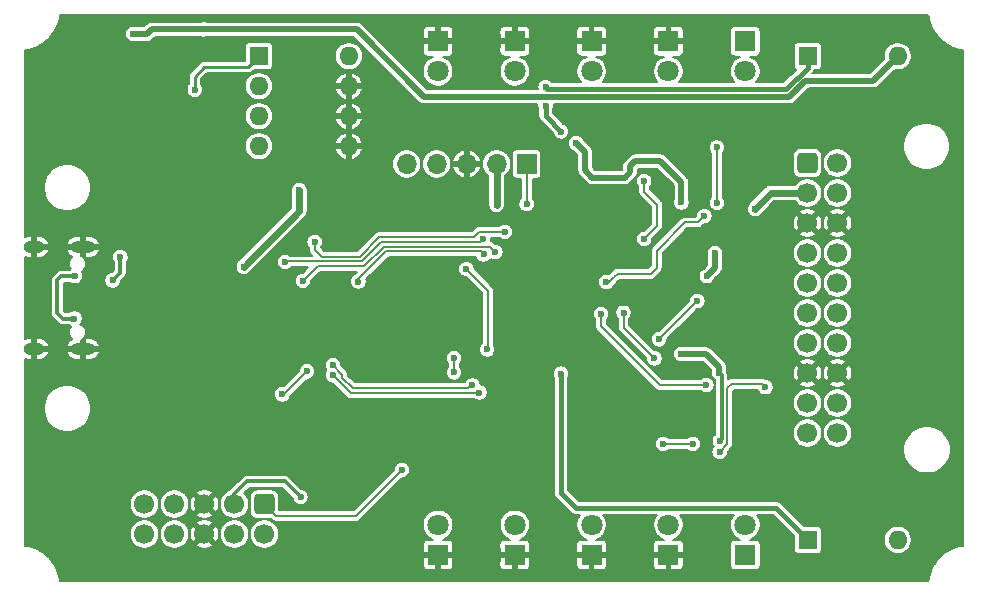
<source format=gbl>
%TF.GenerationSoftware,KiCad,Pcbnew,5.1.8-db9833491~88~ubuntu20.04.1*%
%TF.CreationDate,2020-12-20T17:47:45+01:00*%
%TF.ProjectId,QuadUart,51756164-5561-4727-942e-6b696361645f,rev?*%
%TF.SameCoordinates,PX8f0d180PY5e20ae0*%
%TF.FileFunction,Copper,L2,Bot*%
%TF.FilePolarity,Positive*%
%FSLAX46Y46*%
G04 Gerber Fmt 4.6, Leading zero omitted, Abs format (unit mm)*
G04 Created by KiCad (PCBNEW 5.1.8-db9833491~88~ubuntu20.04.1) date 2020-12-20 17:47:45*
%MOMM*%
%LPD*%
G01*
G04 APERTURE LIST*
%TA.AperFunction,ComponentPad*%
%ADD10O,1.700000X1.700000*%
%TD*%
%TA.AperFunction,ComponentPad*%
%ADD11R,1.700000X1.700000*%
%TD*%
%TA.AperFunction,ComponentPad*%
%ADD12O,2.100000X1.000000*%
%TD*%
%TA.AperFunction,ComponentPad*%
%ADD13O,1.800000X1.000000*%
%TD*%
%TA.AperFunction,ComponentPad*%
%ADD14O,1.600000X1.600000*%
%TD*%
%TA.AperFunction,ComponentPad*%
%ADD15R,1.600000X1.600000*%
%TD*%
%TA.AperFunction,ComponentPad*%
%ADD16C,1.700000*%
%TD*%
%TA.AperFunction,ComponentPad*%
%ADD17C,1.800000*%
%TD*%
%TA.AperFunction,ComponentPad*%
%ADD18R,1.800000X1.800000*%
%TD*%
%TA.AperFunction,ViaPad*%
%ADD19C,0.600000*%
%TD*%
%TA.AperFunction,Conductor*%
%ADD20C,0.400000*%
%TD*%
%TA.AperFunction,Conductor*%
%ADD21C,0.500000*%
%TD*%
%TA.AperFunction,Conductor*%
%ADD22C,0.300000*%
%TD*%
%TA.AperFunction,Conductor*%
%ADD23C,0.200000*%
%TD*%
%TA.AperFunction,Conductor*%
%ADD24C,0.600000*%
%TD*%
%TA.AperFunction,Conductor*%
%ADD25C,0.254000*%
%TD*%
%TA.AperFunction,Conductor*%
%ADD26C,0.100000*%
%TD*%
G04 APERTURE END LIST*
D10*
%TO.P,J4,5*%
%TO.N,/PGEC2*%
X32740000Y35700000D03*
%TO.P,J4,4*%
%TO.N,/PGED2*%
X35280000Y35700000D03*
%TO.P,J4,3*%
%TO.N,GND*%
X37820000Y35700000D03*
%TO.P,J4,2*%
%TO.N,+3V3*%
X40360000Y35700000D03*
D11*
%TO.P,J4,1*%
%TO.N,/~MCLR~*%
X42900000Y35700000D03*
%TD*%
D12*
%TO.P,J1,S1*%
%TO.N,GND*%
X5350000Y28670000D03*
X5350000Y20030000D03*
D13*
X1200000Y28670000D03*
X1200000Y20030000D03*
%TD*%
D14*
%TO.P,SW3,2*%
%TO.N,Net-(C11-Pad1)*%
X74320000Y3870000D03*
D15*
%TO.P,SW3,1*%
%TO.N,VCC*%
X66700000Y3870000D03*
%TD*%
D14*
%TO.P,SW2,2*%
%TO.N,Net-(C11-Pad1)*%
X74320000Y44830000D03*
D15*
%TO.P,SW2,1*%
%TO.N,VDD*%
X66700000Y44830000D03*
%TD*%
D14*
%TO.P,SW1,8*%
%TO.N,/VBUS_DCDC_5V*%
X27850000Y44830000D03*
%TO.P,SW1,4*%
%TO.N,/SW_1_5.0V*%
X20230000Y37210000D03*
%TO.P,SW1,7*%
%TO.N,GND*%
X27850000Y42290000D03*
%TO.P,SW1,3*%
%TO.N,/SW_1_3.3V*%
X20230000Y39750000D03*
%TO.P,SW1,6*%
%TO.N,GND*%
X27850000Y39750000D03*
%TO.P,SW1,2*%
%TO.N,/SW_1_2.5V*%
X20230000Y42290000D03*
%TO.P,SW1,5*%
%TO.N,GND*%
X27850000Y37210000D03*
D15*
%TO.P,SW1,1*%
%TO.N,/EN_1*%
X20230000Y44830000D03*
%TD*%
D16*
%TO.P,J3,20*%
%TO.N,/TX_2*%
X69215000Y12920000D03*
%TO.P,J3,18*%
%TO.N,/RX_2*%
X69215000Y15460000D03*
%TO.P,J3,16*%
%TO.N,GND*%
X69215000Y18000000D03*
%TO.P,J3,14*%
%TO.N,/PWR_1*%
X69215000Y20540000D03*
%TO.P,J3,12*%
%TO.N,/DTR_2*%
X69215000Y23080000D03*
%TO.P,J3,10*%
%TO.N,/TX_4*%
X69215000Y25620000D03*
%TO.P,J3,8*%
%TO.N,/RX_4*%
X69215000Y28160000D03*
%TO.P,J3,6*%
%TO.N,GND*%
X69215000Y30700000D03*
%TO.P,J3,4*%
%TO.N,/PWR_2*%
X69215000Y33240000D03*
%TO.P,J3,2*%
%TO.N,/DTR_4*%
X69215000Y35780000D03*
%TO.P,J3,19*%
%TO.N,/TX_1*%
X66675000Y12920000D03*
%TO.P,J3,17*%
%TO.N,/RX_1*%
X66675000Y15460000D03*
%TO.P,J3,15*%
%TO.N,GND*%
X66675000Y18000000D03*
%TO.P,J3,13*%
%TO.N,/PWR_1*%
X66675000Y20540000D03*
%TO.P,J3,11*%
%TO.N,/DTR_1*%
X66675000Y23080000D03*
%TO.P,J3,9*%
%TO.N,/TX_3*%
X66675000Y25620000D03*
%TO.P,J3,7*%
%TO.N,/RX_3*%
X66675000Y28160000D03*
%TO.P,J3,5*%
%TO.N,GND*%
X66675000Y30700000D03*
%TO.P,J3,3*%
%TO.N,/PWR_2*%
X66675000Y33240000D03*
%TO.P,J3,1*%
%TO.N,/DTR_3*%
%TA.AperFunction,ComponentPad*%
G36*
G01*
X65825000Y35180000D02*
X65825000Y36380000D01*
G75*
G02*
X66075000Y36630000I250000J0D01*
G01*
X67275000Y36630000D01*
G75*
G02*
X67525000Y36380000I0J-250000D01*
G01*
X67525000Y35180000D01*
G75*
G02*
X67275000Y34930000I-250000J0D01*
G01*
X66075000Y34930000D01*
G75*
G02*
X65825000Y35180000I0J250000D01*
G01*
G37*
%TD.AperFunction*%
%TD*%
%TO.P,J2,10*%
%TO.N,/TDI*%
X10540000Y4360000D03*
%TO.P,J2,8*%
%TO.N,/TDO*%
X13080000Y4360000D03*
%TO.P,J2,6*%
%TO.N,GND*%
X15620000Y4360000D03*
%TO.P,J2,4*%
%TO.N,/TX_DBG*%
X18160000Y4360000D03*
%TO.P,J2,2*%
%TO.N,/RX_DBG*%
X20700000Y4360000D03*
%TO.P,J2,9*%
%TO.N,/TCK*%
X10540000Y6900000D03*
%TO.P,J2,7*%
%TO.N,/TMS*%
X13080000Y6900000D03*
%TO.P,J2,5*%
%TO.N,GND*%
X15620000Y6900000D03*
%TO.P,J2,3*%
%TO.N,+3V3*%
X18160000Y6900000D03*
%TO.P,J2,1*%
%TO.N,/~MCLR~*%
%TA.AperFunction,ComponentPad*%
G36*
G01*
X20100000Y7750000D02*
X21300000Y7750000D01*
G75*
G02*
X21550000Y7500000I0J-250000D01*
G01*
X21550000Y6300000D01*
G75*
G02*
X21300000Y6050000I-250000J0D01*
G01*
X20100000Y6050000D01*
G75*
G02*
X19850000Y6300000I0J250000D01*
G01*
X19850000Y7500000D01*
G75*
G02*
X20100000Y7750000I250000J0D01*
G01*
G37*
%TD.AperFunction*%
%TD*%
D17*
%TO.P,D10,2*%
%TO.N,Net-(D10-Pad2)*%
X61400000Y43560000D03*
D18*
%TO.P,D10,1*%
%TO.N,Net-(D10-Pad1)*%
X61400000Y46100000D03*
%TD*%
D17*
%TO.P,D9,2*%
%TO.N,Net-(D9-Pad2)*%
X61400000Y5140000D03*
D18*
%TO.P,D9,1*%
%TO.N,Net-(D9-Pad1)*%
X61400000Y2600000D03*
%TD*%
D17*
%TO.P,D8,2*%
%TO.N,Net-(D8-Pad2)*%
X35400000Y43560000D03*
D18*
%TO.P,D8,1*%
%TO.N,GND*%
X35400000Y46100000D03*
%TD*%
D17*
%TO.P,D7,2*%
%TO.N,Net-(D7-Pad2)*%
X41900000Y43560000D03*
D18*
%TO.P,D7,1*%
%TO.N,GND*%
X41900000Y46100000D03*
%TD*%
D17*
%TO.P,D6,2*%
%TO.N,Net-(D6-Pad2)*%
X48400000Y43560000D03*
D18*
%TO.P,D6,1*%
%TO.N,GND*%
X48400000Y46100000D03*
%TD*%
D17*
%TO.P,D5,2*%
%TO.N,Net-(D5-Pad2)*%
X54900000Y43560000D03*
D18*
%TO.P,D5,1*%
%TO.N,GND*%
X54900000Y46100000D03*
%TD*%
D17*
%TO.P,D4,2*%
%TO.N,Net-(D4-Pad2)*%
X35400000Y5140000D03*
D18*
%TO.P,D4,1*%
%TO.N,GND*%
X35400000Y2600000D03*
%TD*%
D17*
%TO.P,D3,2*%
%TO.N,Net-(D3-Pad2)*%
X41900000Y5140000D03*
D18*
%TO.P,D3,1*%
%TO.N,GND*%
X41900000Y2600000D03*
%TD*%
D17*
%TO.P,D2,2*%
%TO.N,Net-(D2-Pad2)*%
X48400000Y5140000D03*
D18*
%TO.P,D2,1*%
%TO.N,GND*%
X48400000Y2600000D03*
%TD*%
D17*
%TO.P,D1,2*%
%TO.N,Net-(D1-Pad2)*%
X54900000Y5140000D03*
D18*
%TO.P,D1,1*%
%TO.N,GND*%
X54900000Y2600000D03*
%TD*%
D19*
%TO.N,GND*%
X56000000Y37100000D03*
X56000000Y16250000D03*
X56000000Y17900000D03*
X56000000Y29050000D03*
X13900000Y44050000D03*
X14050000Y45500000D03*
X13200000Y41750000D03*
X13200000Y40900000D03*
X13700000Y46200000D03*
X10500000Y48050000D03*
X15050000Y48050000D03*
X18050000Y21650000D03*
X18050000Y20450000D03*
X14750000Y22750000D03*
X7250000Y28500000D03*
X5400000Y30050000D03*
X7250000Y20150000D03*
X7250000Y18950000D03*
X4050000Y23700000D03*
X4000000Y25250000D03*
X9800000Y22000000D03*
X11200000Y22000000D03*
X14450000Y39250000D03*
X14600000Y37850000D03*
X14600000Y36700000D03*
X13900000Y35250000D03*
X12250000Y30350000D03*
X12600000Y29050000D03*
X14450000Y28700000D03*
X16050000Y29050000D03*
X14100000Y27400000D03*
X57850000Y36900000D03*
X51850000Y40150000D03*
X50750000Y40150000D03*
X50750000Y35600000D03*
X26650000Y26000000D03*
X26650000Y25150000D03*
X27350000Y29050000D03*
X28800000Y29150000D03*
X28800000Y24600000D03*
X50000000Y30250000D03*
X29400000Y12200000D03*
X28050000Y10650000D03*
X26250000Y10250000D03*
X24650000Y11450000D03*
X38900000Y21100000D03*
X38800000Y23100000D03*
X45800000Y24250000D03*
X19550000Y29450000D03*
X21000000Y27250000D03*
X23650000Y29450000D03*
X21700000Y28250000D03*
X25000000Y30650000D03*
X42550000Y27650000D03*
X43000000Y30600000D03*
X56300000Y24100000D03*
X55350000Y24100000D03*
X54250000Y24100000D03*
X57900000Y28800000D03*
X57900000Y27900000D03*
X50250000Y12600000D03*
X49600000Y12900000D03*
X50600000Y9750000D03*
X51850000Y9750000D03*
X53000000Y9800000D03*
X52250000Y30250000D03*
X51700000Y29700000D03*
X53000000Y31700000D03*
X51250000Y25650000D03*
X48350000Y9650000D03*
X47400000Y11250000D03*
X51050000Y7600000D03*
X51500000Y18550000D03*
X50800000Y18550000D03*
X52250000Y23050000D03*
X50200000Y23050000D03*
X48350000Y23050000D03*
X47250000Y20000000D03*
X48350000Y20000000D03*
X47500000Y17850000D03*
X48700000Y15500000D03*
X60850000Y11950000D03*
X63300000Y11950000D03*
X58440000Y16120000D03*
X57760000Y16120000D03*
X60650000Y16350000D03*
X57900000Y17900000D03*
X58100000Y20650000D03*
X31150000Y22000000D03*
X30050000Y23200000D03*
X28400000Y21650000D03*
X28500000Y17800000D03*
X30950000Y17800000D03*
X25200000Y18800000D03*
X26600000Y19750000D03*
X24850000Y20200000D03*
X26400000Y21650000D03*
X23050000Y22450000D03*
X24550000Y24050000D03*
X23050000Y25400000D03*
X31500000Y24300000D03*
X30750000Y25050000D03*
X33550000Y27550000D03*
X31900000Y27550000D03*
X33550000Y30300000D03*
X32500000Y30300000D03*
X32600000Y33850000D03*
X34400000Y33850000D03*
X31750000Y15600000D03*
X31750000Y14400000D03*
X31750000Y13000000D03*
X31750000Y11700000D03*
X31750000Y10550000D03*
X32450000Y8800000D03*
X33350000Y9600000D03*
X33300000Y13750000D03*
X33250000Y15100000D03*
X33650000Y17400000D03*
X28170000Y6700000D03*
X26750000Y6690000D03*
X24600000Y6660000D03*
X20110000Y18810000D03*
X17450000Y18750000D03*
X15080000Y18790000D03*
X14570000Y19840000D03*
X14510000Y21520000D03*
X12940000Y25890000D03*
X10550000Y21380000D03*
X9620000Y20720000D03*
X11600000Y20770000D03*
X7530000Y20980000D03*
X7550000Y27810000D03*
X40600000Y19500000D03*
X37900000Y17900000D03*
X44600000Y17900000D03*
X44600000Y14950000D03*
X41950000Y14950000D03*
X40250000Y17100000D03*
X42700000Y19800000D03*
X39150000Y11600000D03*
X39350000Y8950000D03*
X40800000Y10800000D03*
X42150000Y12150000D03*
X43450000Y10950000D03*
X46700000Y9550000D03*
X46650000Y12150000D03*
X44950000Y12150000D03*
X46950000Y14900000D03*
X31100000Y7350000D03*
X32150000Y4750000D03*
X29100000Y5250000D03*
X27800000Y5100000D03*
X25250000Y5100000D03*
X11650000Y11550000D03*
X10050000Y11000000D03*
X15850000Y15700000D03*
X23150000Y14600000D03*
X23100000Y13450000D03*
X21800000Y11050000D03*
X13550000Y17450000D03*
X10000000Y13850000D03*
X7850000Y11650000D03*
X8500000Y3900000D03*
X7450000Y7800000D03*
X76200000Y5450000D03*
X76150000Y2350000D03*
X74150000Y2050000D03*
X67250000Y2000000D03*
X76150000Y46450000D03*
X76300000Y43450000D03*
X73700000Y46400000D03*
X67800000Y46500000D03*
X46700000Y38700000D03*
X48900000Y36050000D03*
X46900000Y35700000D03*
X44700000Y34100000D03*
X40050000Y37450000D03*
X37750000Y37450000D03*
X33800000Y38100000D03*
X30500000Y35300000D03*
X30500000Y33250000D03*
X28550000Y32200000D03*
X26200000Y32800000D03*
X22050000Y33900000D03*
X13350000Y33500000D03*
X15200000Y33450000D03*
X16900000Y33400000D03*
X37800000Y24250000D03*
X40650000Y24900000D03*
X40600000Y21900000D03*
X47100000Y26250000D03*
X44350000Y25650000D03*
X39050000Y27050000D03*
X47300000Y30550000D03*
X64500000Y27450000D03*
X63500000Y26500000D03*
X65500000Y31950000D03*
X71750000Y34300000D03*
X71750000Y32050000D03*
X71750000Y29350000D03*
X71750000Y26950000D03*
X71850000Y24450000D03*
X71750000Y21500000D03*
X71750000Y19350000D03*
X71750000Y16650000D03*
X71750000Y14100000D03*
X71750000Y11600000D03*
X71800000Y37450000D03*
X75350000Y35300000D03*
X75350000Y33250000D03*
X75350000Y30600000D03*
X75350000Y28250000D03*
X75300000Y25500000D03*
X75300000Y23000000D03*
X75300000Y20550000D03*
X75300000Y18200000D03*
X75300000Y16050000D03*
X75050000Y12950000D03*
X74350000Y9800000D03*
X6650000Y48050000D03*
X3550000Y48050000D03*
X2700000Y46250000D03*
X650000Y45050000D03*
X650000Y43500000D03*
X650000Y41700000D03*
X650000Y39800000D03*
X650000Y37850000D03*
X650000Y35900000D03*
X650000Y34350000D03*
X650000Y32450000D03*
X650000Y30750000D03*
X650000Y26800000D03*
X650000Y24500000D03*
X650000Y22200000D03*
X650000Y18200000D03*
X650000Y16700000D03*
X650000Y15100000D03*
X650000Y13100000D03*
X650000Y11050000D03*
X650000Y8850000D03*
X650000Y7050000D03*
X650000Y3650000D03*
X650000Y5300000D03*
X2550000Y2650000D03*
X3600000Y650000D03*
X7050000Y650000D03*
X10050000Y650000D03*
X13600000Y650000D03*
X16850000Y650000D03*
X20050000Y650000D03*
X23150000Y650000D03*
X26600000Y650000D03*
X29800000Y650000D03*
X33050000Y650000D03*
X36350000Y650000D03*
X40250000Y650000D03*
X43800000Y650000D03*
X47000000Y650000D03*
X50300000Y650000D03*
X53850000Y650000D03*
X56450000Y650000D03*
X59300000Y650000D03*
X62250000Y650000D03*
X65150000Y650000D03*
X68200000Y650000D03*
X71450000Y650000D03*
X74500000Y650000D03*
X76700000Y650000D03*
X77650000Y2550000D03*
X79650000Y3650000D03*
X79650000Y6400000D03*
X79650000Y9200000D03*
X79650000Y12000000D03*
X79650000Y14250000D03*
X79650000Y17150000D03*
X79650000Y19800000D03*
X79650000Y22600000D03*
X79650000Y26000000D03*
X79650000Y29350000D03*
X79650000Y32350000D03*
X79650000Y35150000D03*
X79650000Y37800000D03*
X79650000Y40650000D03*
X79650000Y43400000D03*
X79650000Y45100000D03*
X77650000Y46200000D03*
X76700000Y48050000D03*
X74300000Y48050000D03*
X71250000Y48050000D03*
X68700000Y48050000D03*
X65900000Y48050000D03*
X63000000Y48050000D03*
X59350000Y48050000D03*
X55500000Y48050000D03*
X51750000Y48050000D03*
X48900000Y48050000D03*
X45600000Y48050000D03*
X42600000Y48050000D03*
X39450000Y48050000D03*
X36400000Y48050000D03*
X33600000Y48050000D03*
X30850000Y48050000D03*
X28350000Y48050000D03*
X24750000Y48050000D03*
X22050000Y48050000D03*
X19250000Y48050000D03*
X15900000Y13200000D03*
X39000000Y40500000D03*
X39000000Y42350000D03*
X52000000Y42950000D03*
X50600000Y42950000D03*
X46450000Y43000000D03*
X56800000Y43000000D03*
X58500000Y43000000D03*
X62950000Y43600000D03*
X65000000Y43600000D03*
X63200000Y38650000D03*
X59900000Y37350000D03*
X48800000Y38900000D03*
X41900000Y39350000D03*
X43450000Y44000000D03*
X35050000Y39500000D03*
X33500000Y44150000D03*
X31650000Y42250000D03*
X29600000Y44200000D03*
X26850000Y46150000D03*
X23650000Y46200000D03*
X21550000Y46200000D03*
X25600000Y41050000D03*
X23400000Y41000000D03*
X22800000Y35500000D03*
X19850000Y35500000D03*
X65400000Y21950000D03*
X64900000Y19500000D03*
X64450000Y16900000D03*
X66600000Y11000000D03*
X69200000Y11000000D03*
X67450000Y5500000D03*
X70350000Y5550000D03*
X46800000Y4750000D03*
X50000000Y4750000D03*
X56300000Y5800000D03*
X58000000Y5750000D03*
X39700000Y6600000D03*
X37050000Y4950000D03*
X43700000Y4800000D03*
X53300000Y4800000D03*
X62800000Y4250000D03*
X63000000Y8050000D03*
X63050000Y9950000D03*
X59900000Y26700000D03*
X61450000Y16350000D03*
X53950000Y34600000D03*
X54250000Y37100000D03*
X53200000Y37100000D03*
X51950000Y34050000D03*
X49300000Y33450000D03*
X48400000Y33450000D03*
X59900000Y32550000D03*
X61400000Y32550000D03*
X57950000Y32550000D03*
X59200000Y30750000D03*
X60400000Y29550000D03*
X63250000Y31550000D03*
X59900000Y21900000D03*
X63850000Y21850000D03*
X63400000Y19400000D03*
X60200000Y19450000D03*
X51750000Y13300000D03*
X52200000Y15400000D03*
X69250000Y38500000D03*
X65950000Y37900000D03*
%TO.N,VCC*%
X45800000Y17950000D03*
X56000000Y19600000D03*
X59200000Y18000000D03*
X59250004Y12250000D03*
%TO.N,/RX_1_RES*%
X51100000Y23100000D03*
X53700000Y19250000D03*
%TO.N,/RX_2_RES*%
X49200000Y23000000D03*
X58112500Y16987500D03*
%TO.N,/TX_1_RES*%
X54449998Y12000000D03*
X56950000Y12000000D03*
%TO.N,VDD*%
X44500000Y42200000D03*
X44500000Y40650000D03*
X45800000Y38450000D03*
X56000000Y32450002D03*
X58150000Y26200000D03*
X58850000Y28150000D03*
X47100000Y37450000D03*
%TO.N,/RX_3_RES*%
X57949998Y31300000D03*
X49650000Y25700000D03*
%TO.N,/RX_4_RES*%
X52850000Y29350000D03*
X52850000Y34250000D03*
%TO.N,/VBUS*%
X4600004Y22600000D03*
X4650000Y26200000D03*
%TO.N,/DTR_2_RES*%
X57350000Y24100000D03*
X54100000Y20850000D03*
%TO.N,+3V3*%
X18950000Y27000000D03*
X23650000Y33500000D03*
X40350000Y32240000D03*
X23750010Y7500000D03*
%TO.N,/~MCLR~*%
X32350000Y9800000D03*
X42900000Y32300000D03*
X37800000Y26800000D03*
X39550000Y20000000D03*
%TO.N,Net-(C11-Pad1)*%
X15550000Y47100000D03*
X9600000Y46700000D03*
%TO.N,/PWR_1*%
X59234689Y11315445D03*
X63100000Y16800000D03*
%TO.N,/PWR_2*%
X62250000Y31900012D03*
X59000000Y32400000D03*
X59000000Y37100000D03*
%TO.N,/TMS*%
X24300020Y18136875D03*
X22200000Y16199970D03*
%TO.N,Net-(J1-PadA5)*%
X7850000Y25850000D03*
X8500008Y27800000D03*
%TO.N,/EN_1*%
X14800000Y42000000D03*
%TO.N,/DTR_2_UC*%
X38899265Y16349265D03*
X26500000Y17800000D03*
%TO.N,/DTR_1_UC*%
X38299265Y16949265D03*
X26500000Y18650000D03*
%TO.N,/TX_1_UC*%
X36750000Y19250000D03*
X36750000Y18050000D03*
%TO.N,/TX_4_UC*%
X24950000Y29100000D03*
X41050000Y29950000D03*
%TO.N,/RX_4_UC*%
X28650000Y25750000D03*
X39250040Y28050040D03*
%TO.N,/TX_3_UC*%
X22450000Y27400000D03*
X39200000Y29350000D03*
%TO.N,/RX_3_UC*%
X23950000Y25800000D03*
X40250000Y28249990D03*
%TD*%
D20*
%TO.N,VCC*%
X66700000Y3870000D02*
X63970000Y6600000D01*
X63970000Y6600000D02*
X47050000Y6600000D01*
X45800000Y7850000D02*
X45800000Y17950000D01*
X47050000Y6600000D02*
X45800000Y7850000D01*
D21*
X59200000Y18500000D02*
X59200000Y18000000D01*
X58100000Y19600000D02*
X59200000Y18500000D01*
X56000000Y19600000D02*
X58100000Y19600000D01*
D22*
X59400000Y12399996D02*
X59250004Y12250000D01*
X59400000Y17800000D02*
X59400000Y12399996D01*
X59200000Y18000000D02*
X59400000Y17800000D01*
D23*
%TO.N,/RX_1_RES*%
X51100000Y21850000D02*
X53700000Y19250000D01*
X51100000Y23100000D02*
X51100000Y21850000D01*
%TO.N,/RX_2_RES*%
X54162500Y16987500D02*
X58112500Y16987500D01*
X49200000Y21950000D02*
X54162500Y16987500D01*
X49200000Y23000000D02*
X49200000Y21950000D01*
%TO.N,/TX_1_RES*%
X54449998Y12000000D02*
X56950000Y12000000D01*
D20*
%TO.N,VDD*%
X66700000Y44830000D02*
X66700000Y43869252D01*
X66700000Y43869252D02*
X64880758Y42050010D01*
X64880758Y42050010D02*
X58350000Y42050010D01*
X44649990Y42050010D02*
X44500000Y42200000D01*
X58350000Y42050010D02*
X44649990Y42050010D01*
X44500000Y39750000D02*
X45800000Y38450000D01*
X44500000Y40650000D02*
X44500000Y39750000D01*
D21*
X58150000Y26200000D02*
X58850000Y26900000D01*
X58850000Y26900000D02*
X58850000Y28150000D01*
X47100000Y37450000D02*
X47850000Y36700000D01*
X47850000Y36700000D02*
X47850000Y35150000D01*
X48450000Y34550000D02*
X51200000Y34550000D01*
X51650000Y35500000D02*
X52089998Y35939998D01*
X52089998Y35939998D02*
X54210002Y35939998D01*
X47850000Y35150000D02*
X48450000Y34550000D01*
X51200000Y34550000D02*
X51650000Y35000000D01*
X51650000Y35000000D02*
X51650000Y35500000D01*
X54210002Y35939998D02*
X56000000Y34150000D01*
X56000000Y34150000D02*
X56000000Y32450002D01*
D23*
%TO.N,/RX_3_RES*%
X57399998Y30750000D02*
X57949998Y31300000D01*
X56300000Y30750000D02*
X57399998Y30750000D01*
X53900000Y28350000D02*
X56300000Y30750000D01*
X53900000Y26900000D02*
X53900000Y28350000D01*
X53400000Y26400000D02*
X53900000Y26900000D01*
X50300000Y26100000D02*
X50600000Y26400000D01*
X50600000Y26400000D02*
X53400000Y26400000D01*
X49900000Y25700000D02*
X49650000Y25700000D01*
X50300000Y26100000D02*
X49900000Y25700000D01*
%TO.N,/RX_4_RES*%
X53950000Y30450000D02*
X52850000Y29350000D01*
X53950000Y32250000D02*
X53950000Y30450000D01*
X52850000Y33350000D02*
X53950000Y32250000D01*
X52850000Y34250000D02*
X52850000Y33350000D01*
D22*
%TO.N,/VBUS*%
X3500000Y26200000D02*
X4650000Y26200000D01*
X3150000Y25850000D02*
X3500000Y26200000D01*
X3150000Y23050000D02*
X3150000Y25850000D01*
X3600000Y22600000D02*
X3150000Y23050000D01*
X4600004Y22600000D02*
X3600000Y22600000D01*
D23*
%TO.N,/DTR_2_RES*%
X57350000Y24100000D02*
X54100000Y20850000D01*
D24*
%TO.N,+3V3*%
X23650000Y31700000D02*
X23650000Y33500000D01*
X18950000Y27000000D02*
X23650000Y31700000D01*
D22*
X19250000Y8850000D02*
X18160000Y7760000D01*
X18160000Y7760000D02*
X18160000Y6900000D01*
X22400010Y8850000D02*
X19250000Y8850000D01*
X23750010Y7500000D02*
X22400010Y8850000D01*
D24*
X40350000Y35690000D02*
X40360000Y35700000D01*
X40350000Y32240000D02*
X40350000Y35690000D01*
D23*
%TO.N,/~MCLR~*%
X28450000Y5900000D02*
X32350000Y9800000D01*
X21700000Y5900000D02*
X28450000Y5900000D01*
X20700000Y6900000D02*
X21700000Y5900000D01*
X42900000Y35700000D02*
X42900000Y32300000D01*
X39650000Y20100000D02*
X39550000Y20000000D01*
X39650000Y24950000D02*
X39650000Y20100000D01*
X37800000Y26800000D02*
X39650000Y24950000D01*
D21*
%TO.N,Net-(C11-Pad1)*%
X14889998Y47100000D02*
X15550000Y47100000D01*
X11175000Y47100000D02*
X14889998Y47100000D01*
X10775000Y46700000D02*
X11175000Y47100000D01*
X9600000Y46700000D02*
X10775000Y46700000D01*
X66500001Y42750001D02*
X72240001Y42750001D01*
X72240001Y42750001D02*
X74320000Y44830000D01*
X65150000Y41400000D02*
X66500001Y42750001D01*
X34200000Y41400000D02*
X65150000Y41400000D01*
X28500000Y47100000D02*
X34200000Y41400000D01*
X15550000Y47100000D02*
X28500000Y47100000D01*
D23*
%TO.N,/PWR_1*%
X62800001Y17099999D02*
X63100000Y16800000D01*
X60300000Y17100000D02*
X62800001Y17099999D01*
X59900000Y16700000D02*
X60300000Y17100000D01*
X59900000Y12011994D02*
X59900000Y16700000D01*
X59234689Y11346683D02*
X59900000Y12011994D01*
X59234689Y11315445D02*
X59234689Y11346683D01*
D24*
%TO.N,/PWR_2*%
X66675000Y33240000D02*
X63589988Y33240000D01*
X63589988Y33240000D02*
X62250000Y31900012D01*
D23*
X59000000Y32400000D02*
X59000000Y37100000D01*
%TO.N,/TMS*%
X22363115Y16199970D02*
X22200000Y16199970D01*
X24300020Y18136875D02*
X22363115Y16199970D01*
D22*
%TO.N,Net-(J1-PadA5)*%
X8500008Y26500008D02*
X8500008Y27800000D01*
X7850000Y25850000D02*
X8500008Y26500008D01*
D25*
%TO.N,/EN_1*%
X14800000Y42000000D02*
X14800000Y43100000D01*
X14800000Y43100000D02*
X15600000Y43900000D01*
X19300000Y43900000D02*
X20230000Y44830000D01*
X15600000Y43900000D02*
X19300000Y43900000D01*
D23*
%TO.N,/DTR_2_UC*%
X28000000Y16300000D02*
X26500000Y17800000D01*
X38850000Y16300000D02*
X28000000Y16300000D01*
X38899265Y16349265D02*
X38850000Y16300000D01*
%TO.N,/DTR_1_UC*%
X27300000Y17850000D02*
X26500000Y18650000D01*
X27300000Y17565698D02*
X27300000Y17850000D01*
X28165698Y16700000D02*
X27300000Y17565698D01*
X37900000Y16700000D02*
X28165698Y16700000D01*
X38149265Y16949265D02*
X37900000Y16700000D01*
X38299265Y16949265D02*
X38149265Y16949265D01*
%TO.N,/TX_1_UC*%
X36750000Y19250000D02*
X36750000Y18050000D01*
%TO.N,/TX_4_UC*%
X38900000Y29950000D02*
X41050000Y29950000D01*
X38450000Y29500000D02*
X38900000Y29950000D01*
X30400000Y29500000D02*
X38450000Y29500000D01*
X28750000Y27850000D02*
X30400000Y29500000D01*
X25550000Y27850000D02*
X28750000Y27850000D01*
X24950000Y28450000D02*
X25550000Y27850000D01*
X24950000Y29100000D02*
X24950000Y28450000D01*
%TO.N,/RX_4_UC*%
X39000080Y28300000D02*
X39250040Y28050040D01*
X31000000Y28300000D02*
X39000080Y28300000D01*
X28650000Y25950000D02*
X31000000Y28300000D01*
X28650000Y25750000D02*
X28650000Y25950000D01*
D22*
%TO.N,/TX_3_UC*%
X22450010Y27400010D02*
X22450000Y27400000D01*
D23*
X22450010Y27400010D02*
X22500000Y27450000D01*
X22500000Y27450000D02*
X28935760Y27450000D01*
X28935760Y27450000D02*
X30585760Y29100000D01*
X30585760Y29100000D02*
X38950000Y29100000D01*
X38950000Y29100000D02*
X39200000Y29350000D01*
%TO.N,/RX_3_UC*%
X39799990Y28700000D02*
X40250000Y28249990D01*
X30800000Y28700000D02*
X39799990Y28700000D01*
X29150000Y27050000D02*
X30800000Y28700000D01*
X25200000Y27050000D02*
X29150000Y27050000D01*
X23950000Y25800000D02*
X25200000Y27050000D01*
%TD*%
%TO.N,GND*%
X76938602Y48052342D02*
X76946339Y48014653D01*
X76953565Y47976770D01*
X76955281Y47971090D01*
X77128418Y47411776D01*
X77143329Y47376305D01*
X77157774Y47340552D01*
X77160560Y47335313D01*
X77439036Y46820281D01*
X77460560Y46788370D01*
X77481668Y46756114D01*
X77485419Y46751516D01*
X77858629Y46300383D01*
X77885938Y46273264D01*
X77912912Y46245719D01*
X77917484Y46241937D01*
X78371213Y45871885D01*
X78403252Y45850598D01*
X78435080Y45828805D01*
X78440300Y45825983D01*
X78957264Y45551109D01*
X78992858Y45536439D01*
X79028282Y45521256D01*
X79033951Y45519501D01*
X79594459Y45350274D01*
X79632229Y45342795D01*
X79669922Y45334783D01*
X79675824Y45334163D01*
X79875000Y45314633D01*
X79875001Y3384800D01*
X79652342Y3361398D01*
X79614640Y3353659D01*
X79576771Y3346435D01*
X79571090Y3344719D01*
X79011777Y3171582D01*
X78976319Y3156677D01*
X78940552Y3142226D01*
X78935313Y3139440D01*
X78420281Y2860964D01*
X78388355Y2839430D01*
X78356114Y2818332D01*
X78351516Y2814581D01*
X77900383Y2441371D01*
X77873264Y2414062D01*
X77845719Y2387088D01*
X77841937Y2382516D01*
X77471885Y1928788D01*
X77450583Y1896726D01*
X77428805Y1864921D01*
X77425983Y1859700D01*
X77151109Y1342736D01*
X77136447Y1307163D01*
X77121255Y1271718D01*
X77119501Y1266049D01*
X76950274Y705541D01*
X76942794Y667763D01*
X76934783Y630077D01*
X76934163Y624176D01*
X76914633Y425000D01*
X3384800Y425000D01*
X3361398Y647658D01*
X3353659Y685360D01*
X3346435Y723229D01*
X3344719Y728910D01*
X3171582Y1288223D01*
X3156677Y1323681D01*
X3142226Y1359448D01*
X3139440Y1364687D01*
X2958138Y1700000D01*
X34098065Y1700000D01*
X34105788Y1621586D01*
X34128660Y1546186D01*
X34165803Y1476697D01*
X34215789Y1415789D01*
X34276697Y1365803D01*
X34346186Y1328660D01*
X34421586Y1305788D01*
X34500000Y1298065D01*
X35146000Y1300000D01*
X35246000Y1400000D01*
X35246000Y2446000D01*
X35554000Y2446000D01*
X35554000Y1400000D01*
X35654000Y1300000D01*
X36300000Y1298065D01*
X36378414Y1305788D01*
X36453814Y1328660D01*
X36523303Y1365803D01*
X36584211Y1415789D01*
X36634197Y1476697D01*
X36671340Y1546186D01*
X36694212Y1621586D01*
X36701935Y1700000D01*
X40598065Y1700000D01*
X40605788Y1621586D01*
X40628660Y1546186D01*
X40665803Y1476697D01*
X40715789Y1415789D01*
X40776697Y1365803D01*
X40846186Y1328660D01*
X40921586Y1305788D01*
X41000000Y1298065D01*
X41646000Y1300000D01*
X41746000Y1400000D01*
X41746000Y2446000D01*
X42054000Y2446000D01*
X42054000Y1400000D01*
X42154000Y1300000D01*
X42800000Y1298065D01*
X42878414Y1305788D01*
X42953814Y1328660D01*
X43023303Y1365803D01*
X43084211Y1415789D01*
X43134197Y1476697D01*
X43171340Y1546186D01*
X43194212Y1621586D01*
X43201935Y1700000D01*
X47098065Y1700000D01*
X47105788Y1621586D01*
X47128660Y1546186D01*
X47165803Y1476697D01*
X47215789Y1415789D01*
X47276697Y1365803D01*
X47346186Y1328660D01*
X47421586Y1305788D01*
X47500000Y1298065D01*
X48146000Y1300000D01*
X48246000Y1400000D01*
X48246000Y2446000D01*
X48554000Y2446000D01*
X48554000Y1400000D01*
X48654000Y1300000D01*
X49300000Y1298065D01*
X49378414Y1305788D01*
X49453814Y1328660D01*
X49523303Y1365803D01*
X49584211Y1415789D01*
X49634197Y1476697D01*
X49671340Y1546186D01*
X49694212Y1621586D01*
X49701935Y1700000D01*
X53598065Y1700000D01*
X53605788Y1621586D01*
X53628660Y1546186D01*
X53665803Y1476697D01*
X53715789Y1415789D01*
X53776697Y1365803D01*
X53846186Y1328660D01*
X53921586Y1305788D01*
X54000000Y1298065D01*
X54646000Y1300000D01*
X54746000Y1400000D01*
X54746000Y2446000D01*
X55054000Y2446000D01*
X55054000Y1400000D01*
X55154000Y1300000D01*
X55800000Y1298065D01*
X55878414Y1305788D01*
X55953814Y1328660D01*
X56023303Y1365803D01*
X56084211Y1415789D01*
X56134197Y1476697D01*
X56171340Y1546186D01*
X56194212Y1621586D01*
X56201935Y1700000D01*
X56200000Y2346000D01*
X56100000Y2446000D01*
X55054000Y2446000D01*
X54746000Y2446000D01*
X53700000Y2446000D01*
X53600000Y2346000D01*
X53598065Y1700000D01*
X49701935Y1700000D01*
X49700000Y2346000D01*
X49600000Y2446000D01*
X48554000Y2446000D01*
X48246000Y2446000D01*
X47200000Y2446000D01*
X47100000Y2346000D01*
X47098065Y1700000D01*
X43201935Y1700000D01*
X43200000Y2346000D01*
X43100000Y2446000D01*
X42054000Y2446000D01*
X41746000Y2446000D01*
X40700000Y2446000D01*
X40600000Y2346000D01*
X40598065Y1700000D01*
X36701935Y1700000D01*
X36700000Y2346000D01*
X36600000Y2446000D01*
X35554000Y2446000D01*
X35246000Y2446000D01*
X34200000Y2446000D01*
X34100000Y2346000D01*
X34098065Y1700000D01*
X2958138Y1700000D01*
X2860964Y1879719D01*
X2839430Y1911645D01*
X2818332Y1943886D01*
X2814581Y1948484D01*
X2441371Y2399617D01*
X2414062Y2426736D01*
X2387088Y2454281D01*
X2382516Y2458063D01*
X1928788Y2828115D01*
X1896726Y2849417D01*
X1864921Y2871195D01*
X1859700Y2874017D01*
X1342736Y3148891D01*
X1307163Y3163553D01*
X1271718Y3178745D01*
X1266049Y3180499D01*
X705541Y3349726D01*
X667763Y3357206D01*
X630077Y3365217D01*
X624176Y3365837D01*
X425000Y3385367D01*
X425000Y4483114D01*
X9290000Y4483114D01*
X9290000Y4236886D01*
X9338037Y3995389D01*
X9432265Y3767903D01*
X9569062Y3563172D01*
X9743172Y3389062D01*
X9947903Y3252265D01*
X10175389Y3158037D01*
X10416886Y3110000D01*
X10663114Y3110000D01*
X10904611Y3158037D01*
X11132097Y3252265D01*
X11336828Y3389062D01*
X11510938Y3563172D01*
X11647735Y3767903D01*
X11741963Y3995389D01*
X11790000Y4236886D01*
X11790000Y4483114D01*
X11830000Y4483114D01*
X11830000Y4236886D01*
X11878037Y3995389D01*
X11972265Y3767903D01*
X12109062Y3563172D01*
X12283172Y3389062D01*
X12487903Y3252265D01*
X12715389Y3158037D01*
X12956886Y3110000D01*
X13203114Y3110000D01*
X13444611Y3158037D01*
X13672097Y3252265D01*
X13876828Y3389062D01*
X13928707Y3440941D01*
X14918730Y3440941D01*
X15011872Y3260983D01*
X15237965Y3163460D01*
X15478739Y3111920D01*
X15724942Y3108343D01*
X15967112Y3152867D01*
X16195942Y3243780D01*
X16228128Y3260983D01*
X16321270Y3440941D01*
X15620000Y4142211D01*
X14918730Y3440941D01*
X13928707Y3440941D01*
X14050938Y3563172D01*
X14187735Y3767903D01*
X14281963Y3995389D01*
X14330000Y4236886D01*
X14330000Y4255058D01*
X14368343Y4255058D01*
X14412867Y4012888D01*
X14503780Y3784058D01*
X14520983Y3751872D01*
X14700941Y3658730D01*
X15402211Y4360000D01*
X15837789Y4360000D01*
X16539059Y3658730D01*
X16719017Y3751872D01*
X16816540Y3977965D01*
X16868080Y4218739D01*
X16871657Y4464942D01*
X16868316Y4483114D01*
X16910000Y4483114D01*
X16910000Y4236886D01*
X16958037Y3995389D01*
X17052265Y3767903D01*
X17189062Y3563172D01*
X17363172Y3389062D01*
X17567903Y3252265D01*
X17795389Y3158037D01*
X18036886Y3110000D01*
X18283114Y3110000D01*
X18524611Y3158037D01*
X18752097Y3252265D01*
X18956828Y3389062D01*
X19130938Y3563172D01*
X19267735Y3767903D01*
X19361963Y3995389D01*
X19410000Y4236886D01*
X19410000Y4483114D01*
X19450000Y4483114D01*
X19450000Y4236886D01*
X19498037Y3995389D01*
X19592265Y3767903D01*
X19729062Y3563172D01*
X19903172Y3389062D01*
X20107903Y3252265D01*
X20335389Y3158037D01*
X20576886Y3110000D01*
X20823114Y3110000D01*
X21064611Y3158037D01*
X21292097Y3252265D01*
X21496828Y3389062D01*
X21607766Y3500000D01*
X34098065Y3500000D01*
X34100000Y2854000D01*
X34200000Y2754000D01*
X35246000Y2754000D01*
X35246000Y2774000D01*
X35554000Y2774000D01*
X35554000Y2754000D01*
X36600000Y2754000D01*
X36700000Y2854000D01*
X36701935Y3500000D01*
X40598065Y3500000D01*
X40600000Y2854000D01*
X40700000Y2754000D01*
X41746000Y2754000D01*
X41746000Y2774000D01*
X42054000Y2774000D01*
X42054000Y2754000D01*
X43100000Y2754000D01*
X43200000Y2854000D01*
X43201935Y3500000D01*
X43194212Y3578414D01*
X43171340Y3653814D01*
X43134197Y3723303D01*
X43084211Y3784211D01*
X43023303Y3834197D01*
X42953814Y3871340D01*
X42878414Y3894212D01*
X42800000Y3901935D01*
X42304528Y3900451D01*
X42515781Y3987955D01*
X42728702Y4130224D01*
X42909776Y4311298D01*
X43052045Y4524219D01*
X43150042Y4760804D01*
X43200000Y5011961D01*
X43200000Y5268039D01*
X43150042Y5519196D01*
X43052045Y5755781D01*
X42909776Y5968702D01*
X42728702Y6149776D01*
X42515781Y6292045D01*
X42279196Y6390042D01*
X42028039Y6440000D01*
X41771961Y6440000D01*
X41520804Y6390042D01*
X41284219Y6292045D01*
X41071298Y6149776D01*
X40890224Y5968702D01*
X40747955Y5755781D01*
X40649958Y5519196D01*
X40600000Y5268039D01*
X40600000Y5011961D01*
X40649958Y4760804D01*
X40747955Y4524219D01*
X40890224Y4311298D01*
X41071298Y4130224D01*
X41284219Y3987955D01*
X41495472Y3900451D01*
X41000000Y3901935D01*
X40921586Y3894212D01*
X40846186Y3871340D01*
X40776697Y3834197D01*
X40715789Y3784211D01*
X40665803Y3723303D01*
X40628660Y3653814D01*
X40605788Y3578414D01*
X40598065Y3500000D01*
X36701935Y3500000D01*
X36694212Y3578414D01*
X36671340Y3653814D01*
X36634197Y3723303D01*
X36584211Y3784211D01*
X36523303Y3834197D01*
X36453814Y3871340D01*
X36378414Y3894212D01*
X36300000Y3901935D01*
X35804528Y3900451D01*
X36015781Y3987955D01*
X36228702Y4130224D01*
X36409776Y4311298D01*
X36552045Y4524219D01*
X36650042Y4760804D01*
X36700000Y5011961D01*
X36700000Y5268039D01*
X36650042Y5519196D01*
X36552045Y5755781D01*
X36409776Y5968702D01*
X36228702Y6149776D01*
X36015781Y6292045D01*
X35779196Y6390042D01*
X35528039Y6440000D01*
X35271961Y6440000D01*
X35020804Y6390042D01*
X34784219Y6292045D01*
X34571298Y6149776D01*
X34390224Y5968702D01*
X34247955Y5755781D01*
X34149958Y5519196D01*
X34100000Y5268039D01*
X34100000Y5011961D01*
X34149958Y4760804D01*
X34247955Y4524219D01*
X34390224Y4311298D01*
X34571298Y4130224D01*
X34784219Y3987955D01*
X34995472Y3900451D01*
X34500000Y3901935D01*
X34421586Y3894212D01*
X34346186Y3871340D01*
X34276697Y3834197D01*
X34215789Y3784211D01*
X34165803Y3723303D01*
X34128660Y3653814D01*
X34105788Y3578414D01*
X34098065Y3500000D01*
X21607766Y3500000D01*
X21670938Y3563172D01*
X21807735Y3767903D01*
X21901963Y3995389D01*
X21950000Y4236886D01*
X21950000Y4483114D01*
X21901963Y4724611D01*
X21807735Y4952097D01*
X21670938Y5156828D01*
X21496828Y5330938D01*
X21292097Y5467735D01*
X21064611Y5561963D01*
X20823114Y5610000D01*
X20576886Y5610000D01*
X20335389Y5561963D01*
X20107903Y5467735D01*
X19903172Y5330938D01*
X19729062Y5156828D01*
X19592265Y4952097D01*
X19498037Y4724611D01*
X19450000Y4483114D01*
X19410000Y4483114D01*
X19361963Y4724611D01*
X19267735Y4952097D01*
X19130938Y5156828D01*
X18956828Y5330938D01*
X18752097Y5467735D01*
X18524611Y5561963D01*
X18283114Y5610000D01*
X18036886Y5610000D01*
X17795389Y5561963D01*
X17567903Y5467735D01*
X17363172Y5330938D01*
X17189062Y5156828D01*
X17052265Y4952097D01*
X16958037Y4724611D01*
X16910000Y4483114D01*
X16868316Y4483114D01*
X16827133Y4707112D01*
X16736220Y4935942D01*
X16719017Y4968128D01*
X16539059Y5061270D01*
X15837789Y4360000D01*
X15402211Y4360000D01*
X14700941Y5061270D01*
X14520983Y4968128D01*
X14423460Y4742035D01*
X14371920Y4501261D01*
X14368343Y4255058D01*
X14330000Y4255058D01*
X14330000Y4483114D01*
X14281963Y4724611D01*
X14187735Y4952097D01*
X14050938Y5156828D01*
X13928707Y5279059D01*
X14918730Y5279059D01*
X15620000Y4577789D01*
X16321270Y5279059D01*
X16228128Y5459017D01*
X16002035Y5556540D01*
X15761261Y5608080D01*
X15515058Y5611657D01*
X15272888Y5567133D01*
X15044058Y5476220D01*
X15011872Y5459017D01*
X14918730Y5279059D01*
X13928707Y5279059D01*
X13876828Y5330938D01*
X13672097Y5467735D01*
X13444611Y5561963D01*
X13203114Y5610000D01*
X12956886Y5610000D01*
X12715389Y5561963D01*
X12487903Y5467735D01*
X12283172Y5330938D01*
X12109062Y5156828D01*
X11972265Y4952097D01*
X11878037Y4724611D01*
X11830000Y4483114D01*
X11790000Y4483114D01*
X11741963Y4724611D01*
X11647735Y4952097D01*
X11510938Y5156828D01*
X11336828Y5330938D01*
X11132097Y5467735D01*
X10904611Y5561963D01*
X10663114Y5610000D01*
X10416886Y5610000D01*
X10175389Y5561963D01*
X9947903Y5467735D01*
X9743172Y5330938D01*
X9569062Y5156828D01*
X9432265Y4952097D01*
X9338037Y4724611D01*
X9290000Y4483114D01*
X425000Y4483114D01*
X425000Y7023114D01*
X9290000Y7023114D01*
X9290000Y6776886D01*
X9338037Y6535389D01*
X9432265Y6307903D01*
X9569062Y6103172D01*
X9743172Y5929062D01*
X9947903Y5792265D01*
X10175389Y5698037D01*
X10416886Y5650000D01*
X10663114Y5650000D01*
X10904611Y5698037D01*
X11132097Y5792265D01*
X11336828Y5929062D01*
X11510938Y6103172D01*
X11647735Y6307903D01*
X11741963Y6535389D01*
X11790000Y6776886D01*
X11790000Y7023114D01*
X11830000Y7023114D01*
X11830000Y6776886D01*
X11878037Y6535389D01*
X11972265Y6307903D01*
X12109062Y6103172D01*
X12283172Y5929062D01*
X12487903Y5792265D01*
X12715389Y5698037D01*
X12956886Y5650000D01*
X13203114Y5650000D01*
X13444611Y5698037D01*
X13672097Y5792265D01*
X13876828Y5929062D01*
X13928707Y5980941D01*
X14918730Y5980941D01*
X15011872Y5800983D01*
X15237965Y5703460D01*
X15478739Y5651920D01*
X15724942Y5648343D01*
X15967112Y5692867D01*
X16195942Y5783780D01*
X16228128Y5800983D01*
X16321270Y5980941D01*
X15620000Y6682211D01*
X14918730Y5980941D01*
X13928707Y5980941D01*
X14050938Y6103172D01*
X14187735Y6307903D01*
X14281963Y6535389D01*
X14330000Y6776886D01*
X14330000Y6795058D01*
X14368343Y6795058D01*
X14412867Y6552888D01*
X14503780Y6324058D01*
X14520983Y6291872D01*
X14700941Y6198730D01*
X15402211Y6900000D01*
X15837789Y6900000D01*
X16539059Y6198730D01*
X16719017Y6291872D01*
X16816540Y6517965D01*
X16868080Y6758739D01*
X16871657Y7004942D01*
X16868316Y7023114D01*
X16910000Y7023114D01*
X16910000Y6776886D01*
X16958037Y6535389D01*
X17052265Y6307903D01*
X17189062Y6103172D01*
X17363172Y5929062D01*
X17567903Y5792265D01*
X17795389Y5698037D01*
X18036886Y5650000D01*
X18283114Y5650000D01*
X18524611Y5698037D01*
X18752097Y5792265D01*
X18956828Y5929062D01*
X19130938Y6103172D01*
X19267735Y6307903D01*
X19361963Y6535389D01*
X19410000Y6776886D01*
X19410000Y7023114D01*
X19361963Y7264611D01*
X19267735Y7492097D01*
X19262455Y7500000D01*
X19448065Y7500000D01*
X19448065Y6300000D01*
X19460592Y6172814D01*
X19497691Y6050515D01*
X19557936Y5937804D01*
X19639012Y5839012D01*
X19737804Y5757936D01*
X19850515Y5697691D01*
X19972814Y5660592D01*
X20100000Y5648065D01*
X21244828Y5648065D01*
X21329080Y5563813D01*
X21344736Y5544736D01*
X21420871Y5482254D01*
X21507733Y5435825D01*
X21601983Y5407235D01*
X21700000Y5397581D01*
X21724560Y5400000D01*
X28425440Y5400000D01*
X28450000Y5397581D01*
X28474560Y5400000D01*
X28548017Y5407235D01*
X28642267Y5435825D01*
X28729129Y5482254D01*
X28805264Y5544736D01*
X28820929Y5563824D01*
X32357107Y9100000D01*
X32418944Y9100000D01*
X32554182Y9126901D01*
X32681574Y9179668D01*
X32796224Y9256274D01*
X32893726Y9353776D01*
X32970332Y9468426D01*
X33023099Y9595818D01*
X33050000Y9731056D01*
X33050000Y9868944D01*
X33023099Y10004182D01*
X32970332Y10131574D01*
X32893726Y10246224D01*
X32796224Y10343726D01*
X32681574Y10420332D01*
X32554182Y10473099D01*
X32418944Y10500000D01*
X32281056Y10500000D01*
X32145818Y10473099D01*
X32018426Y10420332D01*
X31903776Y10343726D01*
X31806274Y10246224D01*
X31729668Y10131574D01*
X31676901Y10004182D01*
X31650000Y9868944D01*
X31650000Y9807107D01*
X28242895Y6400000D01*
X21951935Y6400000D01*
X21951935Y7500000D01*
X21939408Y7627186D01*
X21902309Y7749485D01*
X21842064Y7862196D01*
X21760988Y7960988D01*
X21662196Y8042064D01*
X21549485Y8102309D01*
X21427186Y8139408D01*
X21300000Y8151935D01*
X20100000Y8151935D01*
X19972814Y8139408D01*
X19850515Y8102309D01*
X19737804Y8042064D01*
X19639012Y7960988D01*
X19557936Y7862196D01*
X19497691Y7749485D01*
X19460592Y7627186D01*
X19448065Y7500000D01*
X19262455Y7500000D01*
X19130938Y7696828D01*
X19002792Y7824974D01*
X19477817Y8300000D01*
X22172193Y8300000D01*
X23052213Y7419979D01*
X23076911Y7295818D01*
X23129678Y7168426D01*
X23206284Y7053776D01*
X23303786Y6956274D01*
X23418436Y6879668D01*
X23545828Y6826901D01*
X23681066Y6800000D01*
X23818954Y6800000D01*
X23954192Y6826901D01*
X24081584Y6879668D01*
X24196234Y6956274D01*
X24293736Y7053776D01*
X24370342Y7168426D01*
X24423109Y7295818D01*
X24450010Y7431056D01*
X24450010Y7568944D01*
X24423109Y7704182D01*
X24370342Y7831574D01*
X24293736Y7946224D01*
X24196234Y8043726D01*
X24081584Y8120332D01*
X23954192Y8173099D01*
X23830031Y8197797D01*
X22808023Y9219804D01*
X22790800Y9240790D01*
X22707052Y9309521D01*
X22611504Y9360592D01*
X22507829Y9392042D01*
X22427028Y9400000D01*
X22427018Y9400000D01*
X22400010Y9402660D01*
X22373002Y9400000D01*
X19277011Y9400000D01*
X19250000Y9402660D01*
X19222989Y9400000D01*
X19222982Y9400000D01*
X19142181Y9392042D01*
X19038505Y9360592D01*
X18942958Y9309521D01*
X18859210Y9240790D01*
X18841987Y9219804D01*
X17790196Y8168013D01*
X17769210Y8150790D01*
X17700479Y8067042D01*
X17697464Y8061401D01*
X17567903Y8007735D01*
X17363172Y7870938D01*
X17189062Y7696828D01*
X17052265Y7492097D01*
X16958037Y7264611D01*
X16910000Y7023114D01*
X16868316Y7023114D01*
X16827133Y7247112D01*
X16736220Y7475942D01*
X16719017Y7508128D01*
X16539059Y7601270D01*
X15837789Y6900000D01*
X15402211Y6900000D01*
X14700941Y7601270D01*
X14520983Y7508128D01*
X14423460Y7282035D01*
X14371920Y7041261D01*
X14368343Y6795058D01*
X14330000Y6795058D01*
X14330000Y7023114D01*
X14281963Y7264611D01*
X14187735Y7492097D01*
X14050938Y7696828D01*
X13928707Y7819059D01*
X14918730Y7819059D01*
X15620000Y7117789D01*
X16321270Y7819059D01*
X16228128Y7999017D01*
X16002035Y8096540D01*
X15761261Y8148080D01*
X15515058Y8151657D01*
X15272888Y8107133D01*
X15044058Y8016220D01*
X15011872Y7999017D01*
X14918730Y7819059D01*
X13928707Y7819059D01*
X13876828Y7870938D01*
X13672097Y8007735D01*
X13444611Y8101963D01*
X13203114Y8150000D01*
X12956886Y8150000D01*
X12715389Y8101963D01*
X12487903Y8007735D01*
X12283172Y7870938D01*
X12109062Y7696828D01*
X11972265Y7492097D01*
X11878037Y7264611D01*
X11830000Y7023114D01*
X11790000Y7023114D01*
X11741963Y7264611D01*
X11647735Y7492097D01*
X11510938Y7696828D01*
X11336828Y7870938D01*
X11132097Y8007735D01*
X10904611Y8101963D01*
X10663114Y8150000D01*
X10416886Y8150000D01*
X10175389Y8101963D01*
X9947903Y8007735D01*
X9743172Y7870938D01*
X9569062Y7696828D01*
X9432265Y7492097D01*
X9338037Y7264611D01*
X9290000Y7023114D01*
X425000Y7023114D01*
X425000Y15196983D01*
X2000000Y15196983D01*
X2000000Y14803017D01*
X2076859Y14416622D01*
X2227623Y14052645D01*
X2446499Y13725074D01*
X2725074Y13446499D01*
X3052645Y13227623D01*
X3416622Y13076859D01*
X3803017Y13000000D01*
X4196983Y13000000D01*
X4583378Y13076859D01*
X4947355Y13227623D01*
X5274926Y13446499D01*
X5553501Y13725074D01*
X5772377Y14052645D01*
X5923141Y14416622D01*
X6000000Y14803017D01*
X6000000Y15196983D01*
X5923141Y15583378D01*
X5772377Y15947355D01*
X5557519Y16268914D01*
X21500000Y16268914D01*
X21500000Y16131026D01*
X21526901Y15995788D01*
X21579668Y15868396D01*
X21656274Y15753746D01*
X21753776Y15656244D01*
X21868426Y15579638D01*
X21995818Y15526871D01*
X22131056Y15499970D01*
X22268944Y15499970D01*
X22404182Y15526871D01*
X22531574Y15579638D01*
X22646224Y15656244D01*
X22743726Y15753746D01*
X22820332Y15868396D01*
X22873099Y15995788D01*
X22874852Y16004602D01*
X24307127Y17436875D01*
X24368964Y17436875D01*
X24504202Y17463776D01*
X24631594Y17516543D01*
X24746244Y17593149D01*
X24843746Y17690651D01*
X24920352Y17805301D01*
X24973119Y17932693D01*
X25000020Y18067931D01*
X25000020Y18205819D01*
X24973119Y18341057D01*
X24920352Y18468449D01*
X24843746Y18583099D01*
X24746244Y18680601D01*
X24688860Y18718944D01*
X25800000Y18718944D01*
X25800000Y18581056D01*
X25826901Y18445818D01*
X25879668Y18318426D01*
X25942093Y18225000D01*
X25879668Y18131574D01*
X25826901Y18004182D01*
X25800000Y17868944D01*
X25800000Y17731056D01*
X25826901Y17595818D01*
X25879668Y17468426D01*
X25956274Y17353776D01*
X26053776Y17256274D01*
X26168426Y17179668D01*
X26295818Y17126901D01*
X26431056Y17100000D01*
X26492895Y17100000D01*
X27629080Y15963813D01*
X27644736Y15944736D01*
X27720871Y15882254D01*
X27807733Y15835825D01*
X27901983Y15807235D01*
X27975440Y15800000D01*
X27975449Y15800000D01*
X27999999Y15797582D01*
X28024549Y15800000D01*
X38461331Y15800000D01*
X38567691Y15728933D01*
X38695083Y15676166D01*
X38830321Y15649265D01*
X38968209Y15649265D01*
X39103447Y15676166D01*
X39230839Y15728933D01*
X39345489Y15805539D01*
X39442991Y15903041D01*
X39519597Y16017691D01*
X39572364Y16145083D01*
X39599265Y16280321D01*
X39599265Y16418209D01*
X39572364Y16553447D01*
X39519597Y16680839D01*
X39442991Y16795489D01*
X39345489Y16892991D01*
X39230839Y16969597D01*
X39103447Y17022364D01*
X38994112Y17044112D01*
X38972364Y17153447D01*
X38919597Y17280839D01*
X38842991Y17395489D01*
X38745489Y17492991D01*
X38630839Y17569597D01*
X38503447Y17622364D01*
X38368209Y17649265D01*
X38230321Y17649265D01*
X38095083Y17622364D01*
X37967691Y17569597D01*
X37853041Y17492991D01*
X37755539Y17395489D01*
X37678933Y17280839D01*
X37645449Y17200000D01*
X28372805Y17200000D01*
X27800000Y17772803D01*
X27800000Y17825440D01*
X27802419Y17850000D01*
X27792765Y17948017D01*
X27776996Y18000000D01*
X27764175Y18042267D01*
X27717746Y18129129D01*
X27655264Y18205264D01*
X27636187Y18220920D01*
X27200000Y18657106D01*
X27200000Y18718944D01*
X27173099Y18854182D01*
X27120332Y18981574D01*
X27043726Y19096224D01*
X26946224Y19193726D01*
X26831574Y19270332D01*
X26714214Y19318944D01*
X36050000Y19318944D01*
X36050000Y19181056D01*
X36076901Y19045818D01*
X36129668Y18918426D01*
X36206274Y18803776D01*
X36250000Y18760050D01*
X36250001Y18539951D01*
X36206274Y18496224D01*
X36129668Y18381574D01*
X36076901Y18254182D01*
X36050000Y18118944D01*
X36050000Y17981056D01*
X36076901Y17845818D01*
X36129668Y17718426D01*
X36206274Y17603776D01*
X36303776Y17506274D01*
X36418426Y17429668D01*
X36545818Y17376901D01*
X36681056Y17350000D01*
X36818944Y17350000D01*
X36954182Y17376901D01*
X37081574Y17429668D01*
X37196224Y17506274D01*
X37293726Y17603776D01*
X37370332Y17718426D01*
X37423099Y17845818D01*
X37450000Y17981056D01*
X37450000Y18018944D01*
X45100000Y18018944D01*
X45100000Y17881056D01*
X45126901Y17745818D01*
X45179668Y17618426D01*
X45200001Y17587995D01*
X45200000Y7879474D01*
X45197097Y7850000D01*
X45200000Y7820527D01*
X45208682Y7732380D01*
X45242990Y7619280D01*
X45298704Y7515046D01*
X45373683Y7423683D01*
X45396586Y7404887D01*
X46604891Y6196581D01*
X46623683Y6173683D01*
X46715045Y6098704D01*
X46819279Y6042990D01*
X46932379Y6008682D01*
X47050000Y5997097D01*
X47079474Y6000000D01*
X47421522Y6000000D01*
X47390224Y5968702D01*
X47247955Y5755781D01*
X47149958Y5519196D01*
X47100000Y5268039D01*
X47100000Y5011961D01*
X47149958Y4760804D01*
X47247955Y4524219D01*
X47390224Y4311298D01*
X47571298Y4130224D01*
X47784219Y3987955D01*
X47995472Y3900451D01*
X47500000Y3901935D01*
X47421586Y3894212D01*
X47346186Y3871340D01*
X47276697Y3834197D01*
X47215789Y3784211D01*
X47165803Y3723303D01*
X47128660Y3653814D01*
X47105788Y3578414D01*
X47098065Y3500000D01*
X47100000Y2854000D01*
X47200000Y2754000D01*
X48246000Y2754000D01*
X48246000Y2774000D01*
X48554000Y2774000D01*
X48554000Y2754000D01*
X49600000Y2754000D01*
X49700000Y2854000D01*
X49701935Y3500000D01*
X49694212Y3578414D01*
X49671340Y3653814D01*
X49634197Y3723303D01*
X49584211Y3784211D01*
X49523303Y3834197D01*
X49453814Y3871340D01*
X49378414Y3894212D01*
X49300000Y3901935D01*
X48804528Y3900451D01*
X49015781Y3987955D01*
X49228702Y4130224D01*
X49409776Y4311298D01*
X49552045Y4524219D01*
X49650042Y4760804D01*
X49700000Y5011961D01*
X49700000Y5268039D01*
X49650042Y5519196D01*
X49552045Y5755781D01*
X49409776Y5968702D01*
X49378478Y6000000D01*
X53921522Y6000000D01*
X53890224Y5968702D01*
X53747955Y5755781D01*
X53649958Y5519196D01*
X53600000Y5268039D01*
X53600000Y5011961D01*
X53649958Y4760804D01*
X53747955Y4524219D01*
X53890224Y4311298D01*
X54071298Y4130224D01*
X54284219Y3987955D01*
X54495472Y3900451D01*
X54000000Y3901935D01*
X53921586Y3894212D01*
X53846186Y3871340D01*
X53776697Y3834197D01*
X53715789Y3784211D01*
X53665803Y3723303D01*
X53628660Y3653814D01*
X53605788Y3578414D01*
X53598065Y3500000D01*
X53600000Y2854000D01*
X53700000Y2754000D01*
X54746000Y2754000D01*
X54746000Y2774000D01*
X55054000Y2774000D01*
X55054000Y2754000D01*
X56100000Y2754000D01*
X56200000Y2854000D01*
X56201935Y3500000D01*
X56194212Y3578414D01*
X56171340Y3653814D01*
X56134197Y3723303D01*
X56084211Y3784211D01*
X56023303Y3834197D01*
X55953814Y3871340D01*
X55878414Y3894212D01*
X55800000Y3901935D01*
X55304528Y3900451D01*
X55515781Y3987955D01*
X55728702Y4130224D01*
X55909776Y4311298D01*
X56052045Y4524219D01*
X56150042Y4760804D01*
X56200000Y5011961D01*
X56200000Y5268039D01*
X56150042Y5519196D01*
X56052045Y5755781D01*
X55909776Y5968702D01*
X55878478Y6000000D01*
X60421522Y6000000D01*
X60390224Y5968702D01*
X60247955Y5755781D01*
X60149958Y5519196D01*
X60100000Y5268039D01*
X60100000Y5011961D01*
X60149958Y4760804D01*
X60247955Y4524219D01*
X60390224Y4311298D01*
X60571298Y4130224D01*
X60784219Y3987955D01*
X60991889Y3901935D01*
X60500000Y3901935D01*
X60421586Y3894212D01*
X60346186Y3871340D01*
X60276697Y3834197D01*
X60215789Y3784211D01*
X60165803Y3723303D01*
X60128660Y3653814D01*
X60105788Y3578414D01*
X60098065Y3500000D01*
X60098065Y1700000D01*
X60105788Y1621586D01*
X60128660Y1546186D01*
X60165803Y1476697D01*
X60215789Y1415789D01*
X60276697Y1365803D01*
X60346186Y1328660D01*
X60421586Y1305788D01*
X60500000Y1298065D01*
X62300000Y1298065D01*
X62378414Y1305788D01*
X62453814Y1328660D01*
X62523303Y1365803D01*
X62584211Y1415789D01*
X62634197Y1476697D01*
X62671340Y1546186D01*
X62694212Y1621586D01*
X62701935Y1700000D01*
X62701935Y3500000D01*
X62694212Y3578414D01*
X62671340Y3653814D01*
X62634197Y3723303D01*
X62584211Y3784211D01*
X62523303Y3834197D01*
X62453814Y3871340D01*
X62378414Y3894212D01*
X62300000Y3901935D01*
X61808111Y3901935D01*
X62015781Y3987955D01*
X62228702Y4130224D01*
X62409776Y4311298D01*
X62552045Y4524219D01*
X62650042Y4760804D01*
X62700000Y5011961D01*
X62700000Y5268039D01*
X62650042Y5519196D01*
X62552045Y5755781D01*
X62409776Y5968702D01*
X62378478Y6000000D01*
X63721473Y6000000D01*
X65498065Y4223407D01*
X65498065Y3070000D01*
X65505788Y2991586D01*
X65528660Y2916186D01*
X65565803Y2846697D01*
X65615789Y2785789D01*
X65676697Y2735803D01*
X65746186Y2698660D01*
X65821586Y2675788D01*
X65900000Y2668065D01*
X67500000Y2668065D01*
X67578414Y2675788D01*
X67653814Y2698660D01*
X67723303Y2735803D01*
X67784211Y2785789D01*
X67834197Y2846697D01*
X67871340Y2916186D01*
X67894212Y2991586D01*
X67901935Y3070000D01*
X67901935Y3988190D01*
X73120000Y3988190D01*
X73120000Y3751810D01*
X73166116Y3519973D01*
X73256574Y3301587D01*
X73387899Y3105045D01*
X73555045Y2937899D01*
X73751587Y2806574D01*
X73969973Y2716116D01*
X74201810Y2670000D01*
X74438190Y2670000D01*
X74670027Y2716116D01*
X74888413Y2806574D01*
X75084955Y2937899D01*
X75252101Y3105045D01*
X75383426Y3301587D01*
X75473884Y3519973D01*
X75520000Y3751810D01*
X75520000Y3988190D01*
X75473884Y4220027D01*
X75383426Y4438413D01*
X75252101Y4634955D01*
X75084955Y4802101D01*
X74888413Y4933426D01*
X74670027Y5023884D01*
X74438190Y5070000D01*
X74201810Y5070000D01*
X73969973Y5023884D01*
X73751587Y4933426D01*
X73555045Y4802101D01*
X73387899Y4634955D01*
X73256574Y4438413D01*
X73166116Y4220027D01*
X73120000Y3988190D01*
X67901935Y3988190D01*
X67901935Y4670000D01*
X67894212Y4748414D01*
X67871340Y4823814D01*
X67834197Y4893303D01*
X67784211Y4954211D01*
X67723303Y5004197D01*
X67653814Y5041340D01*
X67578414Y5064212D01*
X67500000Y5071935D01*
X66346593Y5071935D01*
X64415113Y7003414D01*
X64396317Y7026317D01*
X64304955Y7101296D01*
X64200721Y7157010D01*
X64087621Y7191318D01*
X63999474Y7200000D01*
X63970000Y7202903D01*
X63940526Y7200000D01*
X47298528Y7200000D01*
X46400000Y8098527D01*
X46400000Y12068944D01*
X53749998Y12068944D01*
X53749998Y11931056D01*
X53776899Y11795818D01*
X53829666Y11668426D01*
X53906272Y11553776D01*
X54003774Y11456274D01*
X54118424Y11379668D01*
X54245816Y11326901D01*
X54381054Y11300000D01*
X54518942Y11300000D01*
X54654180Y11326901D01*
X54781572Y11379668D01*
X54896222Y11456274D01*
X54939948Y11500000D01*
X56460050Y11500000D01*
X56503776Y11456274D01*
X56618426Y11379668D01*
X56745818Y11326901D01*
X56881056Y11300000D01*
X57018944Y11300000D01*
X57154182Y11326901D01*
X57281574Y11379668D01*
X57396224Y11456274D01*
X57493726Y11553776D01*
X57570332Y11668426D01*
X57623099Y11795818D01*
X57650000Y11931056D01*
X57650000Y12068944D01*
X57623099Y12204182D01*
X57570332Y12331574D01*
X57493726Y12446224D01*
X57396224Y12543726D01*
X57281574Y12620332D01*
X57154182Y12673099D01*
X57018944Y12700000D01*
X56881056Y12700000D01*
X56745818Y12673099D01*
X56618426Y12620332D01*
X56503776Y12543726D01*
X56460050Y12500000D01*
X54939948Y12500000D01*
X54896222Y12543726D01*
X54781572Y12620332D01*
X54654180Y12673099D01*
X54518942Y12700000D01*
X54381054Y12700000D01*
X54245816Y12673099D01*
X54118424Y12620332D01*
X54003774Y12543726D01*
X53906272Y12446224D01*
X53829666Y12331574D01*
X53776899Y12204182D01*
X53749998Y12068944D01*
X46400000Y12068944D01*
X46400000Y17587997D01*
X46420332Y17618426D01*
X46473099Y17745818D01*
X46500000Y17881056D01*
X46500000Y18018944D01*
X46473099Y18154182D01*
X46420332Y18281574D01*
X46343726Y18396224D01*
X46246224Y18493726D01*
X46131574Y18570332D01*
X46004182Y18623099D01*
X45868944Y18650000D01*
X45731056Y18650000D01*
X45595818Y18623099D01*
X45468426Y18570332D01*
X45353776Y18493726D01*
X45256274Y18396224D01*
X45179668Y18281574D01*
X45126901Y18154182D01*
X45100000Y18018944D01*
X37450000Y18018944D01*
X37450000Y18118944D01*
X37423099Y18254182D01*
X37370332Y18381574D01*
X37293726Y18496224D01*
X37250000Y18539950D01*
X37250000Y18760050D01*
X37293726Y18803776D01*
X37370332Y18918426D01*
X37423099Y19045818D01*
X37450000Y19181056D01*
X37450000Y19318944D01*
X37423099Y19454182D01*
X37370332Y19581574D01*
X37293726Y19696224D01*
X37196224Y19793726D01*
X37081574Y19870332D01*
X36954182Y19923099D01*
X36818944Y19950000D01*
X36681056Y19950000D01*
X36545818Y19923099D01*
X36418426Y19870332D01*
X36303776Y19793726D01*
X36206274Y19696224D01*
X36129668Y19581574D01*
X36076901Y19454182D01*
X36050000Y19318944D01*
X26714214Y19318944D01*
X26704182Y19323099D01*
X26568944Y19350000D01*
X26431056Y19350000D01*
X26295818Y19323099D01*
X26168426Y19270332D01*
X26053776Y19193726D01*
X25956274Y19096224D01*
X25879668Y18981574D01*
X25826901Y18854182D01*
X25800000Y18718944D01*
X24688860Y18718944D01*
X24631594Y18757207D01*
X24504202Y18809974D01*
X24368964Y18836875D01*
X24231076Y18836875D01*
X24095838Y18809974D01*
X23968446Y18757207D01*
X23853796Y18680601D01*
X23756294Y18583099D01*
X23679688Y18468449D01*
X23626921Y18341057D01*
X23600020Y18205819D01*
X23600020Y18143982D01*
X22341564Y16885525D01*
X22268944Y16899970D01*
X22131056Y16899970D01*
X21995818Y16873069D01*
X21868426Y16820302D01*
X21753776Y16743696D01*
X21656274Y16646194D01*
X21579668Y16531544D01*
X21526901Y16404152D01*
X21500000Y16268914D01*
X5557519Y16268914D01*
X5553501Y16274926D01*
X5274926Y16553501D01*
X4947355Y16772377D01*
X4583378Y16923141D01*
X4196983Y17000000D01*
X3803017Y17000000D01*
X3416622Y16923141D01*
X3052645Y16772377D01*
X2725074Y16553501D01*
X2446499Y16274926D01*
X2227623Y15947355D01*
X2076859Y15583378D01*
X2000000Y15196983D01*
X425000Y15196983D01*
X425000Y19201547D01*
X473378Y19177337D01*
X646000Y19130000D01*
X1046000Y19130000D01*
X1046000Y19876000D01*
X1354000Y19876000D01*
X1354000Y19130000D01*
X1754000Y19130000D01*
X1926622Y19177337D01*
X2086692Y19257441D01*
X2228059Y19367234D01*
X2345290Y19502497D01*
X2433880Y19658032D01*
X2451719Y19739181D01*
X3948281Y19739181D01*
X3966120Y19658032D01*
X4054710Y19502497D01*
X4171941Y19367234D01*
X4313308Y19257441D01*
X4473378Y19177337D01*
X4646000Y19130000D01*
X5196000Y19130000D01*
X5196000Y19876000D01*
X5504000Y19876000D01*
X5504000Y19130000D01*
X6054000Y19130000D01*
X6226622Y19177337D01*
X6386692Y19257441D01*
X6528059Y19367234D01*
X6645290Y19502497D01*
X6733880Y19658032D01*
X6751719Y19739181D01*
X6685038Y19876000D01*
X5504000Y19876000D01*
X5196000Y19876000D01*
X4014962Y19876000D01*
X3948281Y19739181D01*
X2451719Y19739181D01*
X2385038Y19876000D01*
X1354000Y19876000D01*
X1046000Y19876000D01*
X1026000Y19876000D01*
X1026000Y20184000D01*
X1046000Y20184000D01*
X1046000Y20930000D01*
X1354000Y20930000D01*
X1354000Y20184000D01*
X2385038Y20184000D01*
X2451719Y20320819D01*
X2433880Y20401968D01*
X2345290Y20557503D01*
X2228059Y20692766D01*
X2086692Y20802559D01*
X1926622Y20882663D01*
X1754000Y20930000D01*
X1354000Y20930000D01*
X1046000Y20930000D01*
X646000Y20930000D01*
X473378Y20882663D01*
X425000Y20858453D01*
X425000Y25850000D01*
X2597340Y25850000D01*
X2600001Y25822982D01*
X2600000Y23077008D01*
X2597340Y23050000D01*
X2600000Y23022992D01*
X2600000Y23022983D01*
X2607958Y22942182D01*
X2639408Y22838507D01*
X2690479Y22742958D01*
X2759210Y22659210D01*
X2780195Y22641988D01*
X3191991Y22230191D01*
X3209210Y22209210D01*
X3230190Y22191992D01*
X3230195Y22191987D01*
X3292957Y22140479D01*
X3314194Y22129128D01*
X3388506Y22089408D01*
X3492181Y22057958D01*
X3572982Y22050000D01*
X3572991Y22050000D01*
X3599999Y22047340D01*
X3627007Y22050000D01*
X4163170Y22050000D01*
X4268430Y21979668D01*
X4322123Y21957428D01*
X4286856Y21922161D01*
X4207513Y21803416D01*
X4152861Y21671475D01*
X4125000Y21531406D01*
X4125000Y21388594D01*
X4152861Y21248525D01*
X4207513Y21116584D01*
X4286856Y20997839D01*
X4387839Y20896856D01*
X4436614Y20864265D01*
X4313308Y20802559D01*
X4171941Y20692766D01*
X4054710Y20557503D01*
X3966120Y20401968D01*
X3948281Y20320819D01*
X4014962Y20184000D01*
X5196000Y20184000D01*
X5196000Y20819240D01*
X5312161Y20896856D01*
X5345305Y20930000D01*
X5504000Y20930000D01*
X5504000Y20184000D01*
X6685038Y20184000D01*
X6751719Y20320819D01*
X6733880Y20401968D01*
X6645290Y20557503D01*
X6528059Y20692766D01*
X6386692Y20802559D01*
X6226622Y20882663D01*
X6054000Y20930000D01*
X5504000Y20930000D01*
X5345305Y20930000D01*
X5413144Y20997839D01*
X5492487Y21116584D01*
X5547139Y21248525D01*
X5575000Y21388594D01*
X5575000Y21531406D01*
X5547139Y21671475D01*
X5492487Y21803416D01*
X5413144Y21922161D01*
X5312161Y22023144D01*
X5193416Y22102487D01*
X5122016Y22132062D01*
X5143730Y22153776D01*
X5220336Y22268426D01*
X5273103Y22395818D01*
X5300004Y22531056D01*
X5300004Y22668944D01*
X5273103Y22804182D01*
X5220336Y22931574D01*
X5143730Y23046224D01*
X5046228Y23143726D01*
X4931578Y23220332D01*
X4804186Y23273099D01*
X4668948Y23300000D01*
X4531060Y23300000D01*
X4395822Y23273099D01*
X4268430Y23220332D01*
X4163170Y23150000D01*
X3827818Y23150000D01*
X3700000Y23277817D01*
X3700000Y25622183D01*
X3727816Y25650000D01*
X4213166Y25650000D01*
X4318426Y25579668D01*
X4445818Y25526901D01*
X4581056Y25500000D01*
X4718944Y25500000D01*
X4854182Y25526901D01*
X4981574Y25579668D01*
X5096224Y25656274D01*
X5193726Y25753776D01*
X5270332Y25868426D01*
X5291257Y25918944D01*
X7150000Y25918944D01*
X7150000Y25781056D01*
X7176901Y25645818D01*
X7229668Y25518426D01*
X7306274Y25403776D01*
X7403776Y25306274D01*
X7518426Y25229668D01*
X7645818Y25176901D01*
X7781056Y25150000D01*
X7918944Y25150000D01*
X8054182Y25176901D01*
X8181574Y25229668D01*
X8296224Y25306274D01*
X8393726Y25403776D01*
X8470332Y25518426D01*
X8523099Y25645818D01*
X8547797Y25769979D01*
X8869817Y26092000D01*
X8890798Y26109218D01*
X8908016Y26130198D01*
X8908021Y26130203D01*
X8959529Y26192965D01*
X8988333Y26246855D01*
X9010600Y26288514D01*
X9042050Y26392189D01*
X9050008Y26472990D01*
X9050008Y26472999D01*
X9052668Y26500007D01*
X9050008Y26527015D01*
X9050008Y27000000D01*
X18246613Y27000000D01*
X18250000Y26965613D01*
X18250000Y26931056D01*
X18256742Y26897161D01*
X18260129Y26862777D01*
X18270159Y26829712D01*
X18276901Y26795818D01*
X18290124Y26763895D01*
X18300155Y26730826D01*
X18316445Y26700349D01*
X18329668Y26668426D01*
X18348865Y26639695D01*
X18365155Y26609219D01*
X18387074Y26582511D01*
X18406274Y26553776D01*
X18430716Y26529334D01*
X18452631Y26502631D01*
X18479334Y26480716D01*
X18503776Y26456274D01*
X18532511Y26437074D01*
X18559219Y26415155D01*
X18589695Y26398865D01*
X18618426Y26379668D01*
X18650349Y26366445D01*
X18680826Y26350155D01*
X18713895Y26340124D01*
X18745818Y26326901D01*
X18779712Y26320159D01*
X18812777Y26310129D01*
X18847161Y26306742D01*
X18881056Y26300000D01*
X18915613Y26300000D01*
X18950000Y26296613D01*
X18984387Y26300000D01*
X19018944Y26300000D01*
X19052839Y26306742D01*
X19087223Y26310129D01*
X19120288Y26320159D01*
X19154182Y26326901D01*
X19186105Y26340124D01*
X19219174Y26350155D01*
X19249651Y26366445D01*
X19281574Y26379668D01*
X19310305Y26398865D01*
X19340781Y26415155D01*
X19367490Y26437075D01*
X19396224Y26456274D01*
X19493726Y26553776D01*
X19493728Y26553779D01*
X20408893Y27468944D01*
X21750000Y27468944D01*
X21750000Y27331056D01*
X21776901Y27195818D01*
X21829668Y27068426D01*
X21906274Y26953776D01*
X22003776Y26856274D01*
X22118426Y26779668D01*
X22245818Y26726901D01*
X22381056Y26700000D01*
X22518944Y26700000D01*
X22654182Y26726901D01*
X22781574Y26779668D01*
X22896224Y26856274D01*
X22989950Y26950000D01*
X24392894Y26950000D01*
X23942895Y26500000D01*
X23881056Y26500000D01*
X23745818Y26473099D01*
X23618426Y26420332D01*
X23503776Y26343726D01*
X23406274Y26246224D01*
X23329668Y26131574D01*
X23276901Y26004182D01*
X23250000Y25868944D01*
X23250000Y25731056D01*
X23276901Y25595818D01*
X23329668Y25468426D01*
X23406274Y25353776D01*
X23503776Y25256274D01*
X23618426Y25179668D01*
X23745818Y25126901D01*
X23881056Y25100000D01*
X24018944Y25100000D01*
X24154182Y25126901D01*
X24281574Y25179668D01*
X24396224Y25256274D01*
X24493726Y25353776D01*
X24570332Y25468426D01*
X24623099Y25595818D01*
X24650000Y25731056D01*
X24650000Y25792895D01*
X25407106Y26550000D01*
X28542895Y26550000D01*
X28394905Y26402011D01*
X28318426Y26370332D01*
X28203776Y26293726D01*
X28106274Y26196224D01*
X28029668Y26081574D01*
X27976901Y25954182D01*
X27950000Y25818944D01*
X27950000Y25681056D01*
X27976901Y25545818D01*
X28029668Y25418426D01*
X28106274Y25303776D01*
X28203776Y25206274D01*
X28318426Y25129668D01*
X28445818Y25076901D01*
X28581056Y25050000D01*
X28718944Y25050000D01*
X28854182Y25076901D01*
X28981574Y25129668D01*
X29096224Y25206274D01*
X29193726Y25303776D01*
X29270332Y25418426D01*
X29323099Y25545818D01*
X29350000Y25681056D01*
X29350000Y25818944D01*
X29329435Y25922330D01*
X30276050Y26868944D01*
X37100000Y26868944D01*
X37100000Y26731056D01*
X37126901Y26595818D01*
X37179668Y26468426D01*
X37256274Y26353776D01*
X37353776Y26256274D01*
X37468426Y26179668D01*
X37595818Y26126901D01*
X37731056Y26100000D01*
X37792895Y26100000D01*
X39150000Y24742894D01*
X39150001Y20574612D01*
X39103776Y20543726D01*
X39006274Y20446224D01*
X38929668Y20331574D01*
X38876901Y20204182D01*
X38850000Y20068944D01*
X38850000Y19931056D01*
X38876901Y19795818D01*
X38929668Y19668426D01*
X39006274Y19553776D01*
X39103776Y19456274D01*
X39218426Y19379668D01*
X39345818Y19326901D01*
X39481056Y19300000D01*
X39618944Y19300000D01*
X39754182Y19326901D01*
X39881574Y19379668D01*
X39996224Y19456274D01*
X40093726Y19553776D01*
X40170332Y19668426D01*
X40223099Y19795818D01*
X40250000Y19931056D01*
X40250000Y20068944D01*
X40223099Y20204182D01*
X40170332Y20331574D01*
X40150000Y20362003D01*
X40150000Y23068944D01*
X48500000Y23068944D01*
X48500000Y22931056D01*
X48526901Y22795818D01*
X48579668Y22668426D01*
X48656274Y22553776D01*
X48700000Y22510050D01*
X48700001Y21974570D01*
X48697581Y21950000D01*
X48707235Y21851983D01*
X48721968Y21803416D01*
X48735826Y21757733D01*
X48782255Y21670871D01*
X48844737Y21594736D01*
X48863819Y21579076D01*
X53791580Y16651313D01*
X53807236Y16632236D01*
X53883371Y16569754D01*
X53970233Y16523325D01*
X54064483Y16494735D01*
X54162500Y16485081D01*
X54187060Y16487500D01*
X57622550Y16487500D01*
X57666276Y16443774D01*
X57780926Y16367168D01*
X57908318Y16314401D01*
X58043556Y16287500D01*
X58181444Y16287500D01*
X58316682Y16314401D01*
X58444074Y16367168D01*
X58558724Y16443774D01*
X58656226Y16541276D01*
X58732832Y16655926D01*
X58785599Y16783318D01*
X58812500Y16918556D01*
X58812500Y17056444D01*
X58785599Y17191682D01*
X58732832Y17319074D01*
X58656226Y17433724D01*
X58558724Y17531226D01*
X58444074Y17607832D01*
X58316682Y17660599D01*
X58181444Y17687500D01*
X58043556Y17687500D01*
X57908318Y17660599D01*
X57780926Y17607832D01*
X57666276Y17531226D01*
X57622550Y17487500D01*
X54369607Y17487500D01*
X49700000Y22157105D01*
X49700000Y22510050D01*
X49743726Y22553776D01*
X49820332Y22668426D01*
X49873099Y22795818D01*
X49900000Y22931056D01*
X49900000Y23068944D01*
X49880109Y23168944D01*
X50400000Y23168944D01*
X50400000Y23031056D01*
X50426901Y22895818D01*
X50479668Y22768426D01*
X50556274Y22653776D01*
X50600000Y22610050D01*
X50600001Y21874570D01*
X50597581Y21850000D01*
X50607235Y21751983D01*
X50610275Y21741963D01*
X50635826Y21657733D01*
X50682255Y21570871D01*
X50744737Y21494736D01*
X50763819Y21479076D01*
X53000000Y19242893D01*
X53000000Y19181056D01*
X53026901Y19045818D01*
X53079668Y18918426D01*
X53156274Y18803776D01*
X53253776Y18706274D01*
X53368426Y18629668D01*
X53495818Y18576901D01*
X53631056Y18550000D01*
X53768944Y18550000D01*
X53904182Y18576901D01*
X54031574Y18629668D01*
X54146224Y18706274D01*
X54243726Y18803776D01*
X54320332Y18918426D01*
X54373099Y19045818D01*
X54400000Y19181056D01*
X54400000Y19318944D01*
X54373099Y19454182D01*
X54320332Y19581574D01*
X54261954Y19668944D01*
X55300000Y19668944D01*
X55300000Y19531056D01*
X55326901Y19395818D01*
X55379668Y19268426D01*
X55456274Y19153776D01*
X55553776Y19056274D01*
X55668426Y18979668D01*
X55795818Y18926901D01*
X55931056Y18900000D01*
X56068944Y18900000D01*
X56204182Y18926901D01*
X56259948Y18950000D01*
X57830762Y18950000D01*
X58541451Y18239310D01*
X58526901Y18204182D01*
X58500000Y18068944D01*
X58500000Y17931056D01*
X58526901Y17795818D01*
X58579668Y17668426D01*
X58656274Y17553776D01*
X58753776Y17456274D01*
X58850000Y17391980D01*
X58850001Y12824610D01*
X58803780Y12793726D01*
X58706278Y12696224D01*
X58629672Y12581574D01*
X58576905Y12454182D01*
X58550004Y12318944D01*
X58550004Y12181056D01*
X58576905Y12045818D01*
X58629672Y11918426D01*
X58706278Y11803776D01*
X58719674Y11790380D01*
X58690963Y11761669D01*
X58614357Y11647019D01*
X58561590Y11519627D01*
X58534689Y11384389D01*
X58534689Y11246501D01*
X58561590Y11111263D01*
X58614357Y10983871D01*
X58690963Y10869221D01*
X58788465Y10771719D01*
X58903115Y10695113D01*
X59030507Y10642346D01*
X59165745Y10615445D01*
X59303633Y10615445D01*
X59438871Y10642346D01*
X59566263Y10695113D01*
X59680913Y10771719D01*
X59778415Y10869221D01*
X59855021Y10983871D01*
X59907788Y11111263D01*
X59934689Y11246501D01*
X59934689Y11339577D01*
X60236186Y11641074D01*
X60255264Y11656730D01*
X60317746Y11732865D01*
X60364175Y11819727D01*
X60392765Y11913977D01*
X60400000Y11987434D01*
X60400000Y11987435D01*
X60402419Y12011994D01*
X60400000Y12036554D01*
X60400000Y13043114D01*
X65425000Y13043114D01*
X65425000Y12796886D01*
X65473037Y12555389D01*
X65567265Y12327903D01*
X65704062Y12123172D01*
X65878172Y11949062D01*
X66082903Y11812265D01*
X66310389Y11718037D01*
X66551886Y11670000D01*
X66798114Y11670000D01*
X67039611Y11718037D01*
X67267097Y11812265D01*
X67471828Y11949062D01*
X67645938Y12123172D01*
X67782735Y12327903D01*
X67876963Y12555389D01*
X67925000Y12796886D01*
X67925000Y13043114D01*
X67965000Y13043114D01*
X67965000Y12796886D01*
X68013037Y12555389D01*
X68107265Y12327903D01*
X68244062Y12123172D01*
X68418172Y11949062D01*
X68622903Y11812265D01*
X68850389Y11718037D01*
X69091886Y11670000D01*
X69338114Y11670000D01*
X69473765Y11696983D01*
X74800000Y11696983D01*
X74800000Y11303017D01*
X74876859Y10916622D01*
X75027623Y10552645D01*
X75246499Y10225074D01*
X75525074Y9946499D01*
X75852645Y9727623D01*
X76216622Y9576859D01*
X76603017Y9500000D01*
X76996983Y9500000D01*
X77383378Y9576859D01*
X77747355Y9727623D01*
X78074926Y9946499D01*
X78353501Y10225074D01*
X78572377Y10552645D01*
X78723141Y10916622D01*
X78800000Y11303017D01*
X78800000Y11696983D01*
X78723141Y12083378D01*
X78572377Y12447355D01*
X78353501Y12774926D01*
X78074926Y13053501D01*
X77747355Y13272377D01*
X77383378Y13423141D01*
X76996983Y13500000D01*
X76603017Y13500000D01*
X76216622Y13423141D01*
X75852645Y13272377D01*
X75525074Y13053501D01*
X75246499Y12774926D01*
X75027623Y12447355D01*
X74876859Y12083378D01*
X74800000Y11696983D01*
X69473765Y11696983D01*
X69579611Y11718037D01*
X69807097Y11812265D01*
X70011828Y11949062D01*
X70185938Y12123172D01*
X70322735Y12327903D01*
X70416963Y12555389D01*
X70465000Y12796886D01*
X70465000Y13043114D01*
X70416963Y13284611D01*
X70322735Y13512097D01*
X70185938Y13716828D01*
X70011828Y13890938D01*
X69807097Y14027735D01*
X69579611Y14121963D01*
X69338114Y14170000D01*
X69091886Y14170000D01*
X68850389Y14121963D01*
X68622903Y14027735D01*
X68418172Y13890938D01*
X68244062Y13716828D01*
X68107265Y13512097D01*
X68013037Y13284611D01*
X67965000Y13043114D01*
X67925000Y13043114D01*
X67876963Y13284611D01*
X67782735Y13512097D01*
X67645938Y13716828D01*
X67471828Y13890938D01*
X67267097Y14027735D01*
X67039611Y14121963D01*
X66798114Y14170000D01*
X66551886Y14170000D01*
X66310389Y14121963D01*
X66082903Y14027735D01*
X65878172Y13890938D01*
X65704062Y13716828D01*
X65567265Y13512097D01*
X65473037Y13284611D01*
X65425000Y13043114D01*
X60400000Y13043114D01*
X60400000Y15583114D01*
X65425000Y15583114D01*
X65425000Y15336886D01*
X65473037Y15095389D01*
X65567265Y14867903D01*
X65704062Y14663172D01*
X65878172Y14489062D01*
X66082903Y14352265D01*
X66310389Y14258037D01*
X66551886Y14210000D01*
X66798114Y14210000D01*
X67039611Y14258037D01*
X67267097Y14352265D01*
X67471828Y14489062D01*
X67645938Y14663172D01*
X67782735Y14867903D01*
X67876963Y15095389D01*
X67925000Y15336886D01*
X67925000Y15583114D01*
X67965000Y15583114D01*
X67965000Y15336886D01*
X68013037Y15095389D01*
X68107265Y14867903D01*
X68244062Y14663172D01*
X68418172Y14489062D01*
X68622903Y14352265D01*
X68850389Y14258037D01*
X69091886Y14210000D01*
X69338114Y14210000D01*
X69579611Y14258037D01*
X69807097Y14352265D01*
X70011828Y14489062D01*
X70185938Y14663172D01*
X70322735Y14867903D01*
X70416963Y15095389D01*
X70465000Y15336886D01*
X70465000Y15583114D01*
X70416963Y15824611D01*
X70322735Y16052097D01*
X70185938Y16256828D01*
X70011828Y16430938D01*
X69807097Y16567735D01*
X69579611Y16661963D01*
X69338114Y16710000D01*
X69091886Y16710000D01*
X68850389Y16661963D01*
X68622903Y16567735D01*
X68418172Y16430938D01*
X68244062Y16256828D01*
X68107265Y16052097D01*
X68013037Y15824611D01*
X67965000Y15583114D01*
X67925000Y15583114D01*
X67876963Y15824611D01*
X67782735Y16052097D01*
X67645938Y16256828D01*
X67471828Y16430938D01*
X67267097Y16567735D01*
X67039611Y16661963D01*
X66798114Y16710000D01*
X66551886Y16710000D01*
X66310389Y16661963D01*
X66082903Y16567735D01*
X65878172Y16430938D01*
X65704062Y16256828D01*
X65567265Y16052097D01*
X65473037Y15824611D01*
X65425000Y15583114D01*
X60400000Y15583114D01*
X60400000Y16492894D01*
X60507107Y16600001D01*
X62426069Y16599999D01*
X62426901Y16595818D01*
X62479668Y16468426D01*
X62556274Y16353776D01*
X62653776Y16256274D01*
X62768426Y16179668D01*
X62895818Y16126901D01*
X63031056Y16100000D01*
X63168944Y16100000D01*
X63304182Y16126901D01*
X63431574Y16179668D01*
X63546224Y16256274D01*
X63643726Y16353776D01*
X63720332Y16468426D01*
X63773099Y16595818D01*
X63800000Y16731056D01*
X63800000Y16868944D01*
X63773099Y17004182D01*
X63741305Y17080941D01*
X65973730Y17080941D01*
X66066872Y16900983D01*
X66292965Y16803460D01*
X66533739Y16751920D01*
X66779942Y16748343D01*
X67022112Y16792867D01*
X67250942Y16883780D01*
X67283128Y16900983D01*
X67376270Y17080941D01*
X68513730Y17080941D01*
X68606872Y16900983D01*
X68832965Y16803460D01*
X69073739Y16751920D01*
X69319942Y16748343D01*
X69562112Y16792867D01*
X69790942Y16883780D01*
X69823128Y16900983D01*
X69916270Y17080941D01*
X69215000Y17782211D01*
X68513730Y17080941D01*
X67376270Y17080941D01*
X66675000Y17782211D01*
X65973730Y17080941D01*
X63741305Y17080941D01*
X63720332Y17131574D01*
X63643726Y17246224D01*
X63546224Y17343726D01*
X63431574Y17420332D01*
X63304182Y17473099D01*
X63168944Y17500000D01*
X63100751Y17500000D01*
X63079130Y17517744D01*
X62992268Y17564173D01*
X62987241Y17565698D01*
X62898018Y17592764D01*
X62800001Y17602418D01*
X62775431Y17599998D01*
X60324549Y17600000D01*
X60299999Y17602418D01*
X60275449Y17600000D01*
X60275441Y17600000D01*
X60201984Y17592765D01*
X60112755Y17565698D01*
X60107731Y17564174D01*
X60020870Y17517745D01*
X59963812Y17470919D01*
X59963808Y17470915D01*
X59950000Y17459583D01*
X59950000Y17772989D01*
X59952660Y17800000D01*
X59950000Y17827011D01*
X59950000Y17827018D01*
X59943299Y17895058D01*
X65423343Y17895058D01*
X65467867Y17652888D01*
X65558780Y17424058D01*
X65575983Y17391872D01*
X65755941Y17298730D01*
X66457211Y18000000D01*
X66892789Y18000000D01*
X67594059Y17298730D01*
X67774017Y17391872D01*
X67871540Y17617965D01*
X67923080Y17858739D01*
X67923607Y17895058D01*
X67963343Y17895058D01*
X68007867Y17652888D01*
X68098780Y17424058D01*
X68115983Y17391872D01*
X68295941Y17298730D01*
X68997211Y18000000D01*
X69432789Y18000000D01*
X70134059Y17298730D01*
X70314017Y17391872D01*
X70411540Y17617965D01*
X70463080Y17858739D01*
X70466657Y18104942D01*
X70422133Y18347112D01*
X70331220Y18575942D01*
X70314017Y18608128D01*
X70134059Y18701270D01*
X69432789Y18000000D01*
X68997211Y18000000D01*
X68295941Y18701270D01*
X68115983Y18608128D01*
X68018460Y18382035D01*
X67966920Y18141261D01*
X67963343Y17895058D01*
X67923607Y17895058D01*
X67926657Y18104942D01*
X67882133Y18347112D01*
X67791220Y18575942D01*
X67774017Y18608128D01*
X67594059Y18701270D01*
X66892789Y18000000D01*
X66457211Y18000000D01*
X65755941Y18701270D01*
X65575983Y18608128D01*
X65478460Y18382035D01*
X65426920Y18141261D01*
X65423343Y17895058D01*
X59943299Y17895058D01*
X59942042Y17907819D01*
X59910592Y18011494D01*
X59900000Y18031310D01*
X59900000Y18068944D01*
X59873099Y18204182D01*
X59850000Y18259948D01*
X59850000Y18468079D01*
X59853144Y18500000D01*
X59850000Y18531921D01*
X59850000Y18531932D01*
X59840595Y18627422D01*
X59803427Y18749948D01*
X59799547Y18757207D01*
X59743070Y18862869D01*
X59696956Y18919059D01*
X65973730Y18919059D01*
X66675000Y18217789D01*
X67376270Y18919059D01*
X68513730Y18919059D01*
X69215000Y18217789D01*
X69916270Y18919059D01*
X69823128Y19099017D01*
X69597035Y19196540D01*
X69356261Y19248080D01*
X69110058Y19251657D01*
X68867888Y19207133D01*
X68639058Y19116220D01*
X68606872Y19099017D01*
X68513730Y18919059D01*
X67376270Y18919059D01*
X67283128Y19099017D01*
X67057035Y19196540D01*
X66816261Y19248080D01*
X66570058Y19251657D01*
X66327888Y19207133D01*
X66099058Y19116220D01*
X66066872Y19099017D01*
X65973730Y18919059D01*
X59696956Y18919059D01*
X59682198Y18937041D01*
X59682196Y18937043D01*
X59661843Y18961843D01*
X59637044Y18982195D01*
X58582200Y20037038D01*
X58561843Y20061843D01*
X58462868Y20143070D01*
X58349948Y20203427D01*
X58227422Y20240595D01*
X58131932Y20250000D01*
X58131921Y20250000D01*
X58100000Y20253144D01*
X58068079Y20250000D01*
X56259948Y20250000D01*
X56204182Y20273099D01*
X56068944Y20300000D01*
X55931056Y20300000D01*
X55795818Y20273099D01*
X55668426Y20220332D01*
X55553776Y20143726D01*
X55456274Y20046224D01*
X55379668Y19931574D01*
X55326901Y19804182D01*
X55300000Y19668944D01*
X54261954Y19668944D01*
X54243726Y19696224D01*
X54146224Y19793726D01*
X54031574Y19870332D01*
X53904182Y19923099D01*
X53768944Y19950000D01*
X53707107Y19950000D01*
X52738163Y20918944D01*
X53400000Y20918944D01*
X53400000Y20781056D01*
X53426901Y20645818D01*
X53479668Y20518426D01*
X53556274Y20403776D01*
X53653776Y20306274D01*
X53768426Y20229668D01*
X53895818Y20176901D01*
X54031056Y20150000D01*
X54168944Y20150000D01*
X54304182Y20176901D01*
X54431574Y20229668D01*
X54546224Y20306274D01*
X54643726Y20403776D01*
X54720332Y20518426D01*
X54773099Y20645818D01*
X54776539Y20663114D01*
X65425000Y20663114D01*
X65425000Y20416886D01*
X65473037Y20175389D01*
X65567265Y19947903D01*
X65704062Y19743172D01*
X65878172Y19569062D01*
X66082903Y19432265D01*
X66310389Y19338037D01*
X66551886Y19290000D01*
X66798114Y19290000D01*
X67039611Y19338037D01*
X67267097Y19432265D01*
X67471828Y19569062D01*
X67645938Y19743172D01*
X67782735Y19947903D01*
X67876963Y20175389D01*
X67925000Y20416886D01*
X67925000Y20663114D01*
X67965000Y20663114D01*
X67965000Y20416886D01*
X68013037Y20175389D01*
X68107265Y19947903D01*
X68244062Y19743172D01*
X68418172Y19569062D01*
X68622903Y19432265D01*
X68850389Y19338037D01*
X69091886Y19290000D01*
X69338114Y19290000D01*
X69579611Y19338037D01*
X69807097Y19432265D01*
X70011828Y19569062D01*
X70185938Y19743172D01*
X70322735Y19947903D01*
X70416963Y20175389D01*
X70465000Y20416886D01*
X70465000Y20663114D01*
X70416963Y20904611D01*
X70322735Y21132097D01*
X70185938Y21336828D01*
X70011828Y21510938D01*
X69807097Y21647735D01*
X69579611Y21741963D01*
X69338114Y21790000D01*
X69091886Y21790000D01*
X68850389Y21741963D01*
X68622903Y21647735D01*
X68418172Y21510938D01*
X68244062Y21336828D01*
X68107265Y21132097D01*
X68013037Y20904611D01*
X67965000Y20663114D01*
X67925000Y20663114D01*
X67876963Y20904611D01*
X67782735Y21132097D01*
X67645938Y21336828D01*
X67471828Y21510938D01*
X67267097Y21647735D01*
X67039611Y21741963D01*
X66798114Y21790000D01*
X66551886Y21790000D01*
X66310389Y21741963D01*
X66082903Y21647735D01*
X65878172Y21510938D01*
X65704062Y21336828D01*
X65567265Y21132097D01*
X65473037Y20904611D01*
X65425000Y20663114D01*
X54776539Y20663114D01*
X54800000Y20781056D01*
X54800000Y20842895D01*
X57160219Y23203114D01*
X65425000Y23203114D01*
X65425000Y22956886D01*
X65473037Y22715389D01*
X65567265Y22487903D01*
X65704062Y22283172D01*
X65878172Y22109062D01*
X66082903Y21972265D01*
X66310389Y21878037D01*
X66551886Y21830000D01*
X66798114Y21830000D01*
X67039611Y21878037D01*
X67267097Y21972265D01*
X67471828Y22109062D01*
X67645938Y22283172D01*
X67782735Y22487903D01*
X67876963Y22715389D01*
X67925000Y22956886D01*
X67925000Y23203114D01*
X67965000Y23203114D01*
X67965000Y22956886D01*
X68013037Y22715389D01*
X68107265Y22487903D01*
X68244062Y22283172D01*
X68418172Y22109062D01*
X68622903Y21972265D01*
X68850389Y21878037D01*
X69091886Y21830000D01*
X69338114Y21830000D01*
X69579611Y21878037D01*
X69807097Y21972265D01*
X70011828Y22109062D01*
X70185938Y22283172D01*
X70322735Y22487903D01*
X70416963Y22715389D01*
X70465000Y22956886D01*
X70465000Y23203114D01*
X70416963Y23444611D01*
X70322735Y23672097D01*
X70185938Y23876828D01*
X70011828Y24050938D01*
X69807097Y24187735D01*
X69579611Y24281963D01*
X69338114Y24330000D01*
X69091886Y24330000D01*
X68850389Y24281963D01*
X68622903Y24187735D01*
X68418172Y24050938D01*
X68244062Y23876828D01*
X68107265Y23672097D01*
X68013037Y23444611D01*
X67965000Y23203114D01*
X67925000Y23203114D01*
X67876963Y23444611D01*
X67782735Y23672097D01*
X67645938Y23876828D01*
X67471828Y24050938D01*
X67267097Y24187735D01*
X67039611Y24281963D01*
X66798114Y24330000D01*
X66551886Y24330000D01*
X66310389Y24281963D01*
X66082903Y24187735D01*
X65878172Y24050938D01*
X65704062Y23876828D01*
X65567265Y23672097D01*
X65473037Y23444611D01*
X65425000Y23203114D01*
X57160219Y23203114D01*
X57357106Y23400000D01*
X57418944Y23400000D01*
X57554182Y23426901D01*
X57681574Y23479668D01*
X57796224Y23556274D01*
X57893726Y23653776D01*
X57970332Y23768426D01*
X58023099Y23895818D01*
X58050000Y24031056D01*
X58050000Y24168944D01*
X58023099Y24304182D01*
X57970332Y24431574D01*
X57893726Y24546224D01*
X57796224Y24643726D01*
X57681574Y24720332D01*
X57554182Y24773099D01*
X57418944Y24800000D01*
X57281056Y24800000D01*
X57145818Y24773099D01*
X57018426Y24720332D01*
X56903776Y24643726D01*
X56806274Y24546224D01*
X56729668Y24431574D01*
X56676901Y24304182D01*
X56650000Y24168944D01*
X56650000Y24107106D01*
X54092895Y21550000D01*
X54031056Y21550000D01*
X53895818Y21523099D01*
X53768426Y21470332D01*
X53653776Y21393726D01*
X53556274Y21296224D01*
X53479668Y21181574D01*
X53426901Y21054182D01*
X53400000Y20918944D01*
X52738163Y20918944D01*
X51600000Y22057105D01*
X51600000Y22610050D01*
X51643726Y22653776D01*
X51720332Y22768426D01*
X51773099Y22895818D01*
X51800000Y23031056D01*
X51800000Y23168944D01*
X51773099Y23304182D01*
X51720332Y23431574D01*
X51643726Y23546224D01*
X51546224Y23643726D01*
X51431574Y23720332D01*
X51304182Y23773099D01*
X51168944Y23800000D01*
X51031056Y23800000D01*
X50895818Y23773099D01*
X50768426Y23720332D01*
X50653776Y23643726D01*
X50556274Y23546224D01*
X50479668Y23431574D01*
X50426901Y23304182D01*
X50400000Y23168944D01*
X49880109Y23168944D01*
X49873099Y23204182D01*
X49820332Y23331574D01*
X49743726Y23446224D01*
X49646224Y23543726D01*
X49531574Y23620332D01*
X49404182Y23673099D01*
X49268944Y23700000D01*
X49131056Y23700000D01*
X48995818Y23673099D01*
X48868426Y23620332D01*
X48753776Y23543726D01*
X48656274Y23446224D01*
X48579668Y23331574D01*
X48526901Y23204182D01*
X48500000Y23068944D01*
X40150000Y23068944D01*
X40150000Y24925443D01*
X40152419Y24950001D01*
X40147494Y25000000D01*
X40142765Y25048017D01*
X40114175Y25142267D01*
X40067746Y25229129D01*
X40005264Y25305264D01*
X39986181Y25320925D01*
X39538162Y25768944D01*
X48950000Y25768944D01*
X48950000Y25631056D01*
X48976901Y25495818D01*
X49029668Y25368426D01*
X49106274Y25253776D01*
X49203776Y25156274D01*
X49318426Y25079668D01*
X49445818Y25026901D01*
X49581056Y25000000D01*
X49718944Y25000000D01*
X49854182Y25026901D01*
X49981574Y25079668D01*
X50096224Y25156274D01*
X50193726Y25253776D01*
X50253579Y25343353D01*
X50255264Y25344736D01*
X50270928Y25363823D01*
X50670919Y25763812D01*
X50670928Y25763823D01*
X50807105Y25900000D01*
X53375440Y25900000D01*
X53400000Y25897581D01*
X53424560Y25900000D01*
X53498017Y25907235D01*
X53592267Y25935825D01*
X53679129Y25982254D01*
X53755264Y26044736D01*
X53770929Y26063823D01*
X53976050Y26268944D01*
X57450000Y26268944D01*
X57450000Y26131056D01*
X57476901Y25995818D01*
X57529668Y25868426D01*
X57606274Y25753776D01*
X57703776Y25656274D01*
X57818426Y25579668D01*
X57945818Y25526901D01*
X58081056Y25500000D01*
X58218944Y25500000D01*
X58354182Y25526901D01*
X58481574Y25579668D01*
X58596224Y25656274D01*
X58683064Y25743114D01*
X65425000Y25743114D01*
X65425000Y25496886D01*
X65473037Y25255389D01*
X65567265Y25027903D01*
X65704062Y24823172D01*
X65878172Y24649062D01*
X66082903Y24512265D01*
X66310389Y24418037D01*
X66551886Y24370000D01*
X66798114Y24370000D01*
X67039611Y24418037D01*
X67267097Y24512265D01*
X67471828Y24649062D01*
X67645938Y24823172D01*
X67782735Y25027903D01*
X67876963Y25255389D01*
X67925000Y25496886D01*
X67925000Y25743114D01*
X67965000Y25743114D01*
X67965000Y25496886D01*
X68013037Y25255389D01*
X68107265Y25027903D01*
X68244062Y24823172D01*
X68418172Y24649062D01*
X68622903Y24512265D01*
X68850389Y24418037D01*
X69091886Y24370000D01*
X69338114Y24370000D01*
X69579611Y24418037D01*
X69807097Y24512265D01*
X70011828Y24649062D01*
X70185938Y24823172D01*
X70322735Y25027903D01*
X70416963Y25255389D01*
X70465000Y25496886D01*
X70465000Y25743114D01*
X70416963Y25984611D01*
X70322735Y26212097D01*
X70185938Y26416828D01*
X70011828Y26590938D01*
X69807097Y26727735D01*
X69579611Y26821963D01*
X69338114Y26870000D01*
X69091886Y26870000D01*
X68850389Y26821963D01*
X68622903Y26727735D01*
X68418172Y26590938D01*
X68244062Y26416828D01*
X68107265Y26212097D01*
X68013037Y25984611D01*
X67965000Y25743114D01*
X67925000Y25743114D01*
X67876963Y25984611D01*
X67782735Y26212097D01*
X67645938Y26416828D01*
X67471828Y26590938D01*
X67267097Y26727735D01*
X67039611Y26821963D01*
X66798114Y26870000D01*
X66551886Y26870000D01*
X66310389Y26821963D01*
X66082903Y26727735D01*
X65878172Y26590938D01*
X65704062Y26416828D01*
X65567265Y26212097D01*
X65473037Y25984611D01*
X65425000Y25743114D01*
X58683064Y25743114D01*
X58693726Y25753776D01*
X58770332Y25868426D01*
X58793431Y25924193D01*
X59287044Y26417805D01*
X59311843Y26438157D01*
X59332900Y26463814D01*
X59393069Y26537131D01*
X59393070Y26537132D01*
X59453427Y26650052D01*
X59490595Y26772578D01*
X59500000Y26868068D01*
X59500000Y26868078D01*
X59503144Y26899999D01*
X59500000Y26931920D01*
X59500000Y27890052D01*
X59523099Y27945818D01*
X59550000Y28081056D01*
X59550000Y28218944D01*
X59537236Y28283114D01*
X65425000Y28283114D01*
X65425000Y28036886D01*
X65473037Y27795389D01*
X65567265Y27567903D01*
X65704062Y27363172D01*
X65878172Y27189062D01*
X66082903Y27052265D01*
X66310389Y26958037D01*
X66551886Y26910000D01*
X66798114Y26910000D01*
X67039611Y26958037D01*
X67267097Y27052265D01*
X67471828Y27189062D01*
X67645938Y27363172D01*
X67782735Y27567903D01*
X67876963Y27795389D01*
X67925000Y28036886D01*
X67925000Y28283114D01*
X67965000Y28283114D01*
X67965000Y28036886D01*
X68013037Y27795389D01*
X68107265Y27567903D01*
X68244062Y27363172D01*
X68418172Y27189062D01*
X68622903Y27052265D01*
X68850389Y26958037D01*
X69091886Y26910000D01*
X69338114Y26910000D01*
X69579611Y26958037D01*
X69807097Y27052265D01*
X70011828Y27189062D01*
X70185938Y27363172D01*
X70322735Y27567903D01*
X70416963Y27795389D01*
X70465000Y28036886D01*
X70465000Y28283114D01*
X70416963Y28524611D01*
X70322735Y28752097D01*
X70185938Y28956828D01*
X70011828Y29130938D01*
X69807097Y29267735D01*
X69579611Y29361963D01*
X69338114Y29410000D01*
X69091886Y29410000D01*
X68850389Y29361963D01*
X68622903Y29267735D01*
X68418172Y29130938D01*
X68244062Y28956828D01*
X68107265Y28752097D01*
X68013037Y28524611D01*
X67965000Y28283114D01*
X67925000Y28283114D01*
X67876963Y28524611D01*
X67782735Y28752097D01*
X67645938Y28956828D01*
X67471828Y29130938D01*
X67267097Y29267735D01*
X67039611Y29361963D01*
X66798114Y29410000D01*
X66551886Y29410000D01*
X66310389Y29361963D01*
X66082903Y29267735D01*
X65878172Y29130938D01*
X65704062Y28956828D01*
X65567265Y28752097D01*
X65473037Y28524611D01*
X65425000Y28283114D01*
X59537236Y28283114D01*
X59523099Y28354182D01*
X59470332Y28481574D01*
X59393726Y28596224D01*
X59296224Y28693726D01*
X59181574Y28770332D01*
X59054182Y28823099D01*
X58918944Y28850000D01*
X58781056Y28850000D01*
X58645818Y28823099D01*
X58518426Y28770332D01*
X58403776Y28693726D01*
X58306274Y28596224D01*
X58229668Y28481574D01*
X58176901Y28354182D01*
X58150000Y28218944D01*
X58150000Y28081056D01*
X58176901Y27945818D01*
X58200001Y27890050D01*
X58200000Y27169239D01*
X57874193Y26843431D01*
X57818426Y26820332D01*
X57703776Y26743726D01*
X57606274Y26646224D01*
X57529668Y26531574D01*
X57476901Y26404182D01*
X57450000Y26268944D01*
X53976050Y26268944D01*
X54236186Y26529079D01*
X54255264Y26544736D01*
X54317746Y26620871D01*
X54364175Y26707733D01*
X54392765Y26801983D01*
X54400000Y26875440D01*
X54400000Y26875441D01*
X54402419Y26900000D01*
X54400000Y26924560D01*
X54400000Y28142895D01*
X56038047Y29780941D01*
X65973730Y29780941D01*
X66066872Y29600983D01*
X66292965Y29503460D01*
X66533739Y29451920D01*
X66779942Y29448343D01*
X67022112Y29492867D01*
X67250942Y29583780D01*
X67283128Y29600983D01*
X67376270Y29780941D01*
X68513730Y29780941D01*
X68606872Y29600983D01*
X68832965Y29503460D01*
X69073739Y29451920D01*
X69319942Y29448343D01*
X69562112Y29492867D01*
X69790942Y29583780D01*
X69823128Y29600983D01*
X69916270Y29780941D01*
X69215000Y30482211D01*
X68513730Y29780941D01*
X67376270Y29780941D01*
X66675000Y30482211D01*
X65973730Y29780941D01*
X56038047Y29780941D01*
X56507107Y30250000D01*
X57375438Y30250000D01*
X57399998Y30247581D01*
X57424558Y30250000D01*
X57498015Y30257235D01*
X57592265Y30285825D01*
X57679127Y30332254D01*
X57755262Y30394736D01*
X57770927Y30413823D01*
X57952162Y30595058D01*
X65423343Y30595058D01*
X65467867Y30352888D01*
X65558780Y30124058D01*
X65575983Y30091872D01*
X65755941Y29998730D01*
X66457211Y30700000D01*
X66892789Y30700000D01*
X67594059Y29998730D01*
X67774017Y30091872D01*
X67871540Y30317965D01*
X67923080Y30558739D01*
X67923607Y30595058D01*
X67963343Y30595058D01*
X68007867Y30352888D01*
X68098780Y30124058D01*
X68115983Y30091872D01*
X68295941Y29998730D01*
X68997211Y30700000D01*
X69432789Y30700000D01*
X70134059Y29998730D01*
X70314017Y30091872D01*
X70411540Y30317965D01*
X70463080Y30558739D01*
X70466657Y30804942D01*
X70422133Y31047112D01*
X70331220Y31275942D01*
X70314017Y31308128D01*
X70134059Y31401270D01*
X69432789Y30700000D01*
X68997211Y30700000D01*
X68295941Y31401270D01*
X68115983Y31308128D01*
X68018460Y31082035D01*
X67966920Y30841261D01*
X67963343Y30595058D01*
X67923607Y30595058D01*
X67926657Y30804942D01*
X67882133Y31047112D01*
X67791220Y31275942D01*
X67774017Y31308128D01*
X67594059Y31401270D01*
X66892789Y30700000D01*
X66457211Y30700000D01*
X65755941Y31401270D01*
X65575983Y31308128D01*
X65478460Y31082035D01*
X65426920Y30841261D01*
X65423343Y30595058D01*
X57952162Y30595058D01*
X57957104Y30600000D01*
X58018942Y30600000D01*
X58154180Y30626901D01*
X58281572Y30679668D01*
X58396222Y30756274D01*
X58493724Y30853776D01*
X58570330Y30968426D01*
X58623097Y31095818D01*
X58649998Y31231056D01*
X58649998Y31368944D01*
X58623097Y31504182D01*
X58570330Y31631574D01*
X58493724Y31746224D01*
X58396222Y31843726D01*
X58281572Y31920332D01*
X58154180Y31973099D01*
X58018942Y32000000D01*
X57881054Y32000000D01*
X57745816Y31973099D01*
X57618424Y31920332D01*
X57503774Y31843726D01*
X57406272Y31746224D01*
X57329666Y31631574D01*
X57276899Y31504182D01*
X57249998Y31368944D01*
X57249998Y31307106D01*
X57192892Y31250000D01*
X56324560Y31250000D01*
X56300000Y31252419D01*
X56275440Y31250000D01*
X56201983Y31242765D01*
X56107733Y31214175D01*
X56020871Y31167746D01*
X55944736Y31105264D01*
X55929080Y31086187D01*
X53563819Y28720924D01*
X53544737Y28705264D01*
X53482255Y28629129D01*
X53455529Y28579128D01*
X53435826Y28542267D01*
X53407235Y28448017D01*
X53397581Y28350000D01*
X53400001Y28325430D01*
X53400000Y27107107D01*
X53192894Y26900000D01*
X50624557Y26900000D01*
X50599999Y26902419D01*
X50575441Y26900000D01*
X50575440Y26900000D01*
X50501983Y26892765D01*
X50407733Y26864175D01*
X50407731Y26864174D01*
X50396513Y26858178D01*
X50320871Y26817746D01*
X50244736Y26755264D01*
X50229071Y26736176D01*
X49963823Y26470928D01*
X49963812Y26470919D01*
X49862533Y26369640D01*
X49854182Y26373099D01*
X49718944Y26400000D01*
X49581056Y26400000D01*
X49445818Y26373099D01*
X49318426Y26320332D01*
X49203776Y26243726D01*
X49106274Y26146224D01*
X49029668Y26031574D01*
X48976901Y25904182D01*
X48950000Y25768944D01*
X39538162Y25768944D01*
X38500000Y26807105D01*
X38500000Y26868944D01*
X38473099Y27004182D01*
X38420332Y27131574D01*
X38343726Y27246224D01*
X38246224Y27343726D01*
X38131574Y27420332D01*
X38004182Y27473099D01*
X37868944Y27500000D01*
X37731056Y27500000D01*
X37595818Y27473099D01*
X37468426Y27420332D01*
X37353776Y27343726D01*
X37256274Y27246224D01*
X37179668Y27131574D01*
X37126901Y27004182D01*
X37100000Y26868944D01*
X30276050Y26868944D01*
X31207107Y27800000D01*
X38595936Y27800000D01*
X38629708Y27718466D01*
X38706314Y27603816D01*
X38803816Y27506314D01*
X38918466Y27429708D01*
X39045858Y27376941D01*
X39181096Y27350040D01*
X39318984Y27350040D01*
X39454222Y27376941D01*
X39581614Y27429708D01*
X39696264Y27506314D01*
X39793766Y27603816D01*
X39844180Y27679267D01*
X39918426Y27629658D01*
X40045818Y27576891D01*
X40181056Y27549990D01*
X40318944Y27549990D01*
X40454182Y27576891D01*
X40581574Y27629658D01*
X40696224Y27706264D01*
X40793726Y27803766D01*
X40870332Y27918416D01*
X40923099Y28045808D01*
X40950000Y28181046D01*
X40950000Y28318934D01*
X40923099Y28454172D01*
X40870332Y28581564D01*
X40793726Y28696214D01*
X40696224Y28793716D01*
X40581574Y28870322D01*
X40454182Y28923089D01*
X40318944Y28949990D01*
X40257105Y28949990D01*
X40170918Y29036177D01*
X40155254Y29055264D01*
X40079119Y29117746D01*
X39992257Y29164175D01*
X39898007Y29192765D01*
X39882737Y29194269D01*
X39900000Y29281056D01*
X39900000Y29418944D01*
X39893822Y29450000D01*
X40560050Y29450000D01*
X40603776Y29406274D01*
X40718426Y29329668D01*
X40845818Y29276901D01*
X40981056Y29250000D01*
X41118944Y29250000D01*
X41254182Y29276901D01*
X41381574Y29329668D01*
X41496224Y29406274D01*
X41593726Y29503776D01*
X41670332Y29618426D01*
X41723099Y29745818D01*
X41750000Y29881056D01*
X41750000Y30018944D01*
X41723099Y30154182D01*
X41670332Y30281574D01*
X41593726Y30396224D01*
X41496224Y30493726D01*
X41381574Y30570332D01*
X41254182Y30623099D01*
X41118944Y30650000D01*
X40981056Y30650000D01*
X40845818Y30623099D01*
X40718426Y30570332D01*
X40603776Y30493726D01*
X40560050Y30450000D01*
X38924557Y30450000D01*
X38899999Y30452419D01*
X38875441Y30450000D01*
X38875440Y30450000D01*
X38801983Y30442765D01*
X38707733Y30414175D01*
X38620871Y30367746D01*
X38544736Y30305264D01*
X38529075Y30286181D01*
X38242895Y30000000D01*
X30424549Y30000000D01*
X30399999Y30002418D01*
X30375449Y30000000D01*
X30375440Y30000000D01*
X30301983Y29992765D01*
X30207733Y29964175D01*
X30120871Y29917746D01*
X30044736Y29855264D01*
X30029080Y29836187D01*
X28542895Y28350000D01*
X25757106Y28350000D01*
X25473528Y28633578D01*
X25493726Y28653776D01*
X25570332Y28768426D01*
X25623099Y28895818D01*
X25650000Y29031056D01*
X25650000Y29168944D01*
X25623099Y29304182D01*
X25570332Y29431574D01*
X25493726Y29546224D01*
X25396224Y29643726D01*
X25281574Y29720332D01*
X25154182Y29773099D01*
X25018944Y29800000D01*
X24881056Y29800000D01*
X24745818Y29773099D01*
X24618426Y29720332D01*
X24503776Y29643726D01*
X24406274Y29546224D01*
X24329668Y29431574D01*
X24276901Y29304182D01*
X24250000Y29168944D01*
X24250000Y29031056D01*
X24276901Y28895818D01*
X24329668Y28768426D01*
X24406274Y28653776D01*
X24450001Y28610049D01*
X24450001Y28474570D01*
X24447581Y28450000D01*
X24457235Y28351983D01*
X24479853Y28277422D01*
X24485826Y28257733D01*
X24532255Y28170871D01*
X24594737Y28094736D01*
X24613819Y28079076D01*
X24742895Y27950000D01*
X22886834Y27950000D01*
X22781574Y28020332D01*
X22654182Y28073099D01*
X22518944Y28100000D01*
X22381056Y28100000D01*
X22245818Y28073099D01*
X22118426Y28020332D01*
X22003776Y27943726D01*
X21906274Y27846224D01*
X21829668Y27731574D01*
X21776901Y27604182D01*
X21750000Y27468944D01*
X20408893Y27468944D01*
X24120663Y31180713D01*
X24147369Y31202630D01*
X24169287Y31229337D01*
X24169292Y31229342D01*
X24234845Y31309219D01*
X24299845Y31430825D01*
X24318483Y31492267D01*
X24339872Y31562776D01*
X24350000Y31665610D01*
X24350000Y31665613D01*
X24353387Y31700000D01*
X24350000Y31734387D01*
X24350000Y33568944D01*
X24343259Y33602831D01*
X24339872Y33637224D01*
X24329839Y33670298D01*
X24323099Y33704182D01*
X24309878Y33736100D01*
X24299845Y33769175D01*
X24283554Y33799654D01*
X24270332Y33831574D01*
X24251135Y33860304D01*
X24234845Y33890781D01*
X24212924Y33917492D01*
X24193726Y33946224D01*
X24169291Y33970659D01*
X24147370Y33997370D01*
X24120659Y34019291D01*
X24096224Y34043726D01*
X24067492Y34062924D01*
X24040781Y34084845D01*
X24010304Y34101135D01*
X23981574Y34120332D01*
X23949654Y34133554D01*
X23919175Y34149845D01*
X23886100Y34159878D01*
X23854182Y34173099D01*
X23820298Y34179839D01*
X23787224Y34189872D01*
X23752831Y34193259D01*
X23718944Y34200000D01*
X23684390Y34200000D01*
X23650000Y34203387D01*
X23615610Y34200000D01*
X23581056Y34200000D01*
X23547168Y34193259D01*
X23512777Y34189872D01*
X23479705Y34179840D01*
X23445818Y34173099D01*
X23413897Y34159877D01*
X23380826Y34149845D01*
X23350350Y34133555D01*
X23318426Y34120332D01*
X23289692Y34101133D01*
X23259220Y34084845D01*
X23232513Y34062928D01*
X23203776Y34043726D01*
X23179337Y34019287D01*
X23152631Y33997370D01*
X23130714Y33970664D01*
X23106274Y33946224D01*
X23087072Y33917485D01*
X23065156Y33890781D01*
X23048870Y33860312D01*
X23029668Y33831574D01*
X23016443Y33799646D01*
X23000156Y33769175D01*
X22990126Y33736109D01*
X22976901Y33704182D01*
X22970159Y33670289D01*
X22960129Y33637224D01*
X22956743Y33602841D01*
X22950000Y33568944D01*
X22950000Y33431056D01*
X22950001Y33431051D01*
X22950000Y31989950D01*
X18503779Y27543728D01*
X18503776Y27543726D01*
X18406274Y27446224D01*
X18387075Y27417490D01*
X18365155Y27390781D01*
X18348865Y27360305D01*
X18329668Y27331574D01*
X18316445Y27299651D01*
X18300155Y27269174D01*
X18290124Y27236105D01*
X18276901Y27204182D01*
X18270159Y27170288D01*
X18260129Y27137223D01*
X18256742Y27102839D01*
X18250000Y27068944D01*
X18250000Y27034387D01*
X18246613Y27000000D01*
X9050008Y27000000D01*
X9050008Y27363166D01*
X9120340Y27468426D01*
X9173107Y27595818D01*
X9200008Y27731056D01*
X9200008Y27868944D01*
X9173107Y28004182D01*
X9120340Y28131574D01*
X9043734Y28246224D01*
X8946232Y28343726D01*
X8831582Y28420332D01*
X8704190Y28473099D01*
X8568952Y28500000D01*
X8431064Y28500000D01*
X8295826Y28473099D01*
X8168434Y28420332D01*
X8053784Y28343726D01*
X7956282Y28246224D01*
X7879676Y28131574D01*
X7826909Y28004182D01*
X7800008Y27868944D01*
X7800008Y27731056D01*
X7826909Y27595818D01*
X7879676Y27468426D01*
X7950009Y27363165D01*
X7950008Y26727826D01*
X7769979Y26547797D01*
X7645818Y26523099D01*
X7518426Y26470332D01*
X7403776Y26393726D01*
X7306274Y26296224D01*
X7229668Y26181574D01*
X7176901Y26054182D01*
X7150000Y25918944D01*
X5291257Y25918944D01*
X5323099Y25995818D01*
X5350000Y26131056D01*
X5350000Y26268944D01*
X5323099Y26404182D01*
X5270332Y26531574D01*
X5216132Y26612691D01*
X5312161Y26676856D01*
X5413144Y26777839D01*
X5492487Y26896584D01*
X5547139Y27028525D01*
X5575000Y27168594D01*
X5575000Y27311406D01*
X5547139Y27451475D01*
X5492487Y27583416D01*
X5413144Y27702161D01*
X5312161Y27803144D01*
X5196000Y27880760D01*
X5196000Y28516000D01*
X5504000Y28516000D01*
X5504000Y27770000D01*
X6054000Y27770000D01*
X6226622Y27817337D01*
X6386692Y27897441D01*
X6528059Y28007234D01*
X6645290Y28142497D01*
X6733880Y28298032D01*
X6751719Y28379181D01*
X6685038Y28516000D01*
X5504000Y28516000D01*
X5196000Y28516000D01*
X4014962Y28516000D01*
X3948281Y28379181D01*
X3966120Y28298032D01*
X4054710Y28142497D01*
X4171941Y28007234D01*
X4313308Y27897441D01*
X4436614Y27835735D01*
X4387839Y27803144D01*
X4286856Y27702161D01*
X4207513Y27583416D01*
X4152861Y27451475D01*
X4125000Y27311406D01*
X4125000Y27168594D01*
X4152861Y27028525D01*
X4207513Y26896584D01*
X4276971Y26792633D01*
X4213166Y26750000D01*
X3527011Y26750000D01*
X3500000Y26752660D01*
X3472989Y26750000D01*
X3472982Y26750000D01*
X3392181Y26742042D01*
X3288505Y26710592D01*
X3209618Y26668426D01*
X3192958Y26659521D01*
X3109210Y26590790D01*
X3091983Y26569799D01*
X2780192Y26258009D01*
X2759211Y26240790D01*
X2741993Y26219810D01*
X2741987Y26219804D01*
X2690479Y26157042D01*
X2659990Y26099999D01*
X2639409Y26061494D01*
X2607959Y25957819D01*
X2602069Y25898017D01*
X2597340Y25850000D01*
X425000Y25850000D01*
X425000Y27841547D01*
X473378Y27817337D01*
X646000Y27770000D01*
X1046000Y27770000D01*
X1046000Y28516000D01*
X1354000Y28516000D01*
X1354000Y27770000D01*
X1754000Y27770000D01*
X1926622Y27817337D01*
X2086692Y27897441D01*
X2228059Y28007234D01*
X2345290Y28142497D01*
X2433880Y28298032D01*
X2451719Y28379181D01*
X2385038Y28516000D01*
X1354000Y28516000D01*
X1046000Y28516000D01*
X1026000Y28516000D01*
X1026000Y28824000D01*
X1046000Y28824000D01*
X1046000Y29570000D01*
X1354000Y29570000D01*
X1354000Y28824000D01*
X2385038Y28824000D01*
X2451719Y28960819D01*
X3948281Y28960819D01*
X4014962Y28824000D01*
X5196000Y28824000D01*
X5196000Y29570000D01*
X5504000Y29570000D01*
X5504000Y28824000D01*
X6685038Y28824000D01*
X6751719Y28960819D01*
X6733880Y29041968D01*
X6645290Y29197503D01*
X6528059Y29332766D01*
X6386692Y29442559D01*
X6226622Y29522663D01*
X6054000Y29570000D01*
X5504000Y29570000D01*
X5196000Y29570000D01*
X4646000Y29570000D01*
X4473378Y29522663D01*
X4313308Y29442559D01*
X4171941Y29332766D01*
X4054710Y29197503D01*
X3966120Y29041968D01*
X3948281Y28960819D01*
X2451719Y28960819D01*
X2433880Y29041968D01*
X2345290Y29197503D01*
X2228059Y29332766D01*
X2086692Y29442559D01*
X1926622Y29522663D01*
X1754000Y29570000D01*
X1354000Y29570000D01*
X1046000Y29570000D01*
X646000Y29570000D01*
X473378Y29522663D01*
X425000Y29498453D01*
X425000Y33896983D01*
X2000000Y33896983D01*
X2000000Y33503017D01*
X2076859Y33116622D01*
X2227623Y32752645D01*
X2446499Y32425074D01*
X2725074Y32146499D01*
X3052645Y31927623D01*
X3416622Y31776859D01*
X3803017Y31700000D01*
X4196983Y31700000D01*
X4583378Y31776859D01*
X4947355Y31927623D01*
X5274926Y32146499D01*
X5553501Y32425074D01*
X5772377Y32752645D01*
X5923141Y33116622D01*
X6000000Y33503017D01*
X6000000Y33896983D01*
X5923141Y34283378D01*
X5772377Y34647355D01*
X5553501Y34974926D01*
X5274926Y35253501D01*
X4947355Y35472377D01*
X4583378Y35623141D01*
X4196983Y35700000D01*
X3803017Y35700000D01*
X3416622Y35623141D01*
X3052645Y35472377D01*
X2725074Y35253501D01*
X2446499Y34974926D01*
X2227623Y34647355D01*
X2076859Y34283378D01*
X2000000Y33896983D01*
X425000Y33896983D01*
X425000Y35823114D01*
X31490000Y35823114D01*
X31490000Y35576886D01*
X31538037Y35335389D01*
X31632265Y35107903D01*
X31769062Y34903172D01*
X31943172Y34729062D01*
X32147903Y34592265D01*
X32375389Y34498037D01*
X32616886Y34450000D01*
X32863114Y34450000D01*
X33104611Y34498037D01*
X33332097Y34592265D01*
X33536828Y34729062D01*
X33710938Y34903172D01*
X33847735Y35107903D01*
X33941963Y35335389D01*
X33990000Y35576886D01*
X33990000Y35823114D01*
X34030000Y35823114D01*
X34030000Y35576886D01*
X34078037Y35335389D01*
X34172265Y35107903D01*
X34309062Y34903172D01*
X34483172Y34729062D01*
X34687903Y34592265D01*
X34915389Y34498037D01*
X35156886Y34450000D01*
X35403114Y34450000D01*
X35644611Y34498037D01*
X35872097Y34592265D01*
X36076828Y34729062D01*
X36250938Y34903172D01*
X36387735Y35107903D01*
X36481963Y35335389D01*
X36485633Y35353842D01*
X36618879Y35353842D01*
X36709490Y35126166D01*
X36842778Y34920542D01*
X37013620Y34744873D01*
X37215450Y34605909D01*
X37440513Y34508990D01*
X37473843Y34498886D01*
X37666000Y34560358D01*
X37666000Y35546000D01*
X37974000Y35546000D01*
X37974000Y34560358D01*
X38166157Y34498886D01*
X38199487Y34508990D01*
X38424550Y34605909D01*
X38626380Y34744873D01*
X38797222Y34920542D01*
X38930510Y35126166D01*
X39021121Y35353842D01*
X38960484Y35546000D01*
X37974000Y35546000D01*
X37666000Y35546000D01*
X36679516Y35546000D01*
X36618879Y35353842D01*
X36485633Y35353842D01*
X36530000Y35576886D01*
X36530000Y35823114D01*
X39110000Y35823114D01*
X39110000Y35576886D01*
X39158037Y35335389D01*
X39252265Y35107903D01*
X39389062Y34903172D01*
X39563172Y34729062D01*
X39650001Y34671045D01*
X39650000Y32308944D01*
X39650000Y32171056D01*
X39656741Y32137168D01*
X39660128Y32102777D01*
X39670160Y32069705D01*
X39676901Y32035818D01*
X39690123Y32003897D01*
X39700155Y31970826D01*
X39716445Y31940350D01*
X39729668Y31908426D01*
X39748867Y31879692D01*
X39765155Y31849220D01*
X39787072Y31822513D01*
X39806274Y31793776D01*
X39830713Y31769337D01*
X39852630Y31742631D01*
X39879337Y31720713D01*
X39903776Y31696274D01*
X39932510Y31677075D01*
X39959219Y31655155D01*
X39989696Y31638865D01*
X40018426Y31619668D01*
X40050346Y31606446D01*
X40080825Y31590155D01*
X40113900Y31580122D01*
X40145818Y31566901D01*
X40179702Y31560161D01*
X40212776Y31550128D01*
X40247169Y31546741D01*
X40281056Y31540000D01*
X40315610Y31540000D01*
X40350000Y31536613D01*
X40384390Y31540000D01*
X40418944Y31540000D01*
X40452832Y31546741D01*
X40487223Y31550128D01*
X40520295Y31560160D01*
X40554182Y31566901D01*
X40586103Y31580123D01*
X40619174Y31590155D01*
X40649650Y31606445D01*
X40681574Y31619668D01*
X40710308Y31638867D01*
X40740780Y31655155D01*
X40767487Y31677072D01*
X40796224Y31696274D01*
X40820663Y31720713D01*
X40847369Y31742630D01*
X40869287Y31769337D01*
X40893726Y31793776D01*
X40912925Y31822510D01*
X40934845Y31849219D01*
X40951135Y31879696D01*
X40970332Y31908426D01*
X40983554Y31940346D01*
X40999845Y31970825D01*
X41009878Y32003900D01*
X41023099Y32035818D01*
X41029839Y32069702D01*
X41039872Y32102776D01*
X41043259Y32137169D01*
X41050000Y32171056D01*
X41050000Y34657682D01*
X41156828Y34729062D01*
X41330938Y34903172D01*
X41467735Y35107903D01*
X41561963Y35335389D01*
X41610000Y35576886D01*
X41610000Y35823114D01*
X41561963Y36064611D01*
X41467735Y36292097D01*
X41330938Y36496828D01*
X41277766Y36550000D01*
X41648065Y36550000D01*
X41648065Y34850000D01*
X41655788Y34771586D01*
X41678660Y34696186D01*
X41715803Y34626697D01*
X41765789Y34565789D01*
X41826697Y34515803D01*
X41896186Y34478660D01*
X41971586Y34455788D01*
X42050000Y34448065D01*
X42400000Y34448065D01*
X42400001Y32789951D01*
X42356274Y32746224D01*
X42279668Y32631574D01*
X42226901Y32504182D01*
X42200000Y32368944D01*
X42200000Y32231056D01*
X42226901Y32095818D01*
X42279668Y31968426D01*
X42356274Y31853776D01*
X42453776Y31756274D01*
X42568426Y31679668D01*
X42695818Y31626901D01*
X42831056Y31600000D01*
X42968944Y31600000D01*
X43104182Y31626901D01*
X43231574Y31679668D01*
X43346224Y31756274D01*
X43443726Y31853776D01*
X43520332Y31968426D01*
X43573099Y32095818D01*
X43600000Y32231056D01*
X43600000Y32368944D01*
X43573099Y32504182D01*
X43520332Y32631574D01*
X43443726Y32746224D01*
X43400000Y32789950D01*
X43400000Y34448065D01*
X43750000Y34448065D01*
X43828414Y34455788D01*
X43903814Y34478660D01*
X43973303Y34515803D01*
X44034211Y34565789D01*
X44084197Y34626697D01*
X44121340Y34696186D01*
X44144212Y34771586D01*
X44151935Y34850000D01*
X44151935Y36550000D01*
X44144212Y36628414D01*
X44121340Y36703814D01*
X44084197Y36773303D01*
X44034211Y36834211D01*
X43973303Y36884197D01*
X43903814Y36921340D01*
X43828414Y36944212D01*
X43750000Y36951935D01*
X42050000Y36951935D01*
X41971586Y36944212D01*
X41896186Y36921340D01*
X41826697Y36884197D01*
X41765789Y36834211D01*
X41715803Y36773303D01*
X41678660Y36703814D01*
X41655788Y36628414D01*
X41648065Y36550000D01*
X41277766Y36550000D01*
X41156828Y36670938D01*
X40952097Y36807735D01*
X40724611Y36901963D01*
X40483114Y36950000D01*
X40236886Y36950000D01*
X39995389Y36901963D01*
X39767903Y36807735D01*
X39563172Y36670938D01*
X39389062Y36496828D01*
X39252265Y36292097D01*
X39158037Y36064611D01*
X39110000Y35823114D01*
X36530000Y35823114D01*
X36485634Y36046158D01*
X36618879Y36046158D01*
X36679516Y35854000D01*
X37666000Y35854000D01*
X37666000Y36839642D01*
X37974000Y36839642D01*
X37974000Y35854000D01*
X38960484Y35854000D01*
X39021121Y36046158D01*
X38930510Y36273834D01*
X38797222Y36479458D01*
X38626380Y36655127D01*
X38424550Y36794091D01*
X38199487Y36891010D01*
X38166157Y36901114D01*
X37974000Y36839642D01*
X37666000Y36839642D01*
X37473843Y36901114D01*
X37440513Y36891010D01*
X37215450Y36794091D01*
X37013620Y36655127D01*
X36842778Y36479458D01*
X36709490Y36273834D01*
X36618879Y36046158D01*
X36485634Y36046158D01*
X36481963Y36064611D01*
X36387735Y36292097D01*
X36250938Y36496828D01*
X36076828Y36670938D01*
X35872097Y36807735D01*
X35644611Y36901963D01*
X35403114Y36950000D01*
X35156886Y36950000D01*
X34915389Y36901963D01*
X34687903Y36807735D01*
X34483172Y36670938D01*
X34309062Y36496828D01*
X34172265Y36292097D01*
X34078037Y36064611D01*
X34030000Y35823114D01*
X33990000Y35823114D01*
X33941963Y36064611D01*
X33847735Y36292097D01*
X33710938Y36496828D01*
X33536828Y36670938D01*
X33332097Y36807735D01*
X33104611Y36901963D01*
X32863114Y36950000D01*
X32616886Y36950000D01*
X32375389Y36901963D01*
X32147903Y36807735D01*
X31943172Y36670938D01*
X31769062Y36496828D01*
X31632265Y36292097D01*
X31538037Y36064611D01*
X31490000Y35823114D01*
X425000Y35823114D01*
X425000Y37328190D01*
X19030000Y37328190D01*
X19030000Y37091810D01*
X19076116Y36859973D01*
X19166574Y36641587D01*
X19297899Y36445045D01*
X19465045Y36277899D01*
X19661587Y36146574D01*
X19879973Y36056116D01*
X20111810Y36010000D01*
X20348190Y36010000D01*
X20580027Y36056116D01*
X20798413Y36146574D01*
X20994955Y36277899D01*
X21162101Y36445045D01*
X21293426Y36641587D01*
X21383884Y36859973D01*
X21386222Y36871727D01*
X26698666Y36871727D01*
X26704760Y36851614D01*
X26796683Y36635075D01*
X26929084Y36440630D01*
X27096876Y36275751D01*
X27293610Y36146775D01*
X27511726Y36058658D01*
X27696000Y36119915D01*
X27696000Y37056000D01*
X28004000Y37056000D01*
X28004000Y36119915D01*
X28188274Y36058658D01*
X28406390Y36146775D01*
X28603124Y36275751D01*
X28770916Y36440630D01*
X28903317Y36635075D01*
X28995240Y36851614D01*
X29001334Y36871727D01*
X28939167Y37056000D01*
X28004000Y37056000D01*
X27696000Y37056000D01*
X26760833Y37056000D01*
X26698666Y36871727D01*
X21386222Y36871727D01*
X21430000Y37091810D01*
X21430000Y37328190D01*
X21386223Y37548273D01*
X26698666Y37548273D01*
X26760833Y37364000D01*
X27696000Y37364000D01*
X27696000Y38300085D01*
X28004000Y38300085D01*
X28004000Y37364000D01*
X28939167Y37364000D01*
X28991439Y37518944D01*
X46400000Y37518944D01*
X46400000Y37381056D01*
X46426901Y37245818D01*
X46479668Y37118426D01*
X46556274Y37003776D01*
X46653776Y36906274D01*
X46768426Y36829668D01*
X46824193Y36806569D01*
X47200000Y36430761D01*
X47200001Y35181931D01*
X47196856Y35150000D01*
X47209406Y35022578D01*
X47246573Y34900053D01*
X47306930Y34787132D01*
X47367802Y34712960D01*
X47367805Y34712957D01*
X47388158Y34688157D01*
X47412957Y34667805D01*
X47967804Y34112957D01*
X47988157Y34088157D01*
X48012957Y34067804D01*
X48012959Y34067802D01*
X48039747Y34045818D01*
X48087132Y34006930D01*
X48200052Y33946573D01*
X48322578Y33909405D01*
X48418068Y33900000D01*
X48418078Y33900000D01*
X48449999Y33896856D01*
X48481920Y33900000D01*
X51168079Y33900000D01*
X51200000Y33896856D01*
X51231921Y33900000D01*
X51231932Y33900000D01*
X51327422Y33909405D01*
X51449948Y33946573D01*
X51562868Y34006930D01*
X51661843Y34088157D01*
X51682200Y34112962D01*
X51888182Y34318944D01*
X52150000Y34318944D01*
X52150000Y34181056D01*
X52176901Y34045818D01*
X52229668Y33918426D01*
X52306274Y33803776D01*
X52350001Y33760049D01*
X52350001Y33374570D01*
X52347581Y33350000D01*
X52357235Y33251983D01*
X52382582Y33168426D01*
X52385826Y33157733D01*
X52432255Y33070871D01*
X52494737Y32994736D01*
X52513819Y32979076D01*
X53450000Y32042894D01*
X53450001Y30657107D01*
X52842895Y30050000D01*
X52781056Y30050000D01*
X52645818Y30023099D01*
X52518426Y29970332D01*
X52403776Y29893726D01*
X52306274Y29796224D01*
X52229668Y29681574D01*
X52176901Y29554182D01*
X52150000Y29418944D01*
X52150000Y29281056D01*
X52176901Y29145818D01*
X52229668Y29018426D01*
X52306274Y28903776D01*
X52403776Y28806274D01*
X52518426Y28729668D01*
X52645818Y28676901D01*
X52781056Y28650000D01*
X52918944Y28650000D01*
X53054182Y28676901D01*
X53181574Y28729668D01*
X53296224Y28806274D01*
X53393726Y28903776D01*
X53470332Y29018426D01*
X53523099Y29145818D01*
X53550000Y29281056D01*
X53550000Y29342895D01*
X54286181Y30079075D01*
X54305264Y30094736D01*
X54367746Y30170871D01*
X54414175Y30257733D01*
X54442765Y30351983D01*
X54450000Y30425440D01*
X54452419Y30450000D01*
X54450000Y30474560D01*
X54450000Y32225440D01*
X54452419Y32250000D01*
X54442765Y32348017D01*
X54425969Y32403387D01*
X54414175Y32442267D01*
X54367746Y32529129D01*
X54305264Y32605264D01*
X54286181Y32620925D01*
X53350000Y33557105D01*
X53350000Y33760050D01*
X53393726Y33803776D01*
X53470332Y33918426D01*
X53523099Y34045818D01*
X53550000Y34181056D01*
X53550000Y34318944D01*
X53523099Y34454182D01*
X53470332Y34581574D01*
X53393726Y34696224D01*
X53296224Y34793726D01*
X53181574Y34870332D01*
X53054182Y34923099D01*
X52918944Y34950000D01*
X52781056Y34950000D01*
X52645818Y34923099D01*
X52518426Y34870332D01*
X52403776Y34793726D01*
X52306274Y34696224D01*
X52229668Y34581574D01*
X52176901Y34454182D01*
X52150000Y34318944D01*
X51888182Y34318944D01*
X52087044Y34517805D01*
X52111843Y34538157D01*
X52134521Y34565789D01*
X52193069Y34637131D01*
X52193071Y34637133D01*
X52253427Y34750052D01*
X52290595Y34872578D01*
X52300000Y34968068D01*
X52300000Y34968078D01*
X52303144Y34999999D01*
X52300000Y35031920D01*
X52300000Y35230762D01*
X52359237Y35289998D01*
X53940764Y35289998D01*
X55350000Y33880761D01*
X55350001Y32709952D01*
X55326901Y32654184D01*
X55300000Y32518946D01*
X55300000Y32381058D01*
X55326901Y32245820D01*
X55379668Y32118428D01*
X55456274Y32003778D01*
X55553776Y31906276D01*
X55668426Y31829670D01*
X55795818Y31776903D01*
X55931056Y31750002D01*
X56068944Y31750002D01*
X56204182Y31776903D01*
X56331574Y31829670D01*
X56446224Y31906276D01*
X56543726Y32003778D01*
X56620332Y32118428D01*
X56673099Y32245820D01*
X56700000Y32381058D01*
X56700000Y32518946D01*
X56673099Y32654184D01*
X56650000Y32709950D01*
X56650000Y34118080D01*
X56653144Y34150001D01*
X56650000Y34181922D01*
X56650000Y34181932D01*
X56640595Y34277422D01*
X56603427Y34399948D01*
X56543070Y34512868D01*
X56515409Y34546573D01*
X56482198Y34587041D01*
X56482196Y34587043D01*
X56461843Y34611843D01*
X56437044Y34632194D01*
X54692202Y36377036D01*
X54671845Y36401841D01*
X54572870Y36483068D01*
X54459950Y36543425D01*
X54337424Y36580593D01*
X54241934Y36589998D01*
X54241923Y36589998D01*
X54210002Y36593142D01*
X54178081Y36589998D01*
X52121918Y36589998D01*
X52089997Y36593142D01*
X52058076Y36589998D01*
X52058066Y36589998D01*
X51962576Y36580593D01*
X51840050Y36543425D01*
X51727130Y36483068D01*
X51727128Y36483067D01*
X51727129Y36483067D01*
X51652957Y36422196D01*
X51652955Y36422194D01*
X51628155Y36401841D01*
X51607802Y36377041D01*
X51212957Y35982195D01*
X51188158Y35961843D01*
X51167804Y35937042D01*
X51167802Y35937040D01*
X51131057Y35892266D01*
X51106930Y35862868D01*
X51046573Y35749948D01*
X51009405Y35627422D01*
X51000000Y35531932D01*
X51000000Y35531921D01*
X50996856Y35500000D01*
X51000000Y35468079D01*
X51000000Y35269239D01*
X50930762Y35200000D01*
X48719239Y35200000D01*
X48500000Y35419238D01*
X48500000Y36668080D01*
X48503144Y36700001D01*
X48500000Y36731922D01*
X48500000Y36731932D01*
X48490595Y36827422D01*
X48453427Y36949948D01*
X48393070Y37062868D01*
X48347475Y37118426D01*
X48332198Y37137041D01*
X48332196Y37137043D01*
X48311843Y37161843D01*
X48303191Y37168944D01*
X58300000Y37168944D01*
X58300000Y37031056D01*
X58326901Y36895818D01*
X58379668Y36768426D01*
X58456274Y36653776D01*
X58500001Y36610049D01*
X58500000Y32889950D01*
X58456274Y32846224D01*
X58379668Y32731574D01*
X58326901Y32604182D01*
X58300000Y32468944D01*
X58300000Y32331056D01*
X58326901Y32195818D01*
X58379668Y32068426D01*
X58456274Y31953776D01*
X58553776Y31856274D01*
X58668426Y31779668D01*
X58795818Y31726901D01*
X58931056Y31700000D01*
X59068944Y31700000D01*
X59204182Y31726901D01*
X59331574Y31779668D01*
X59446224Y31856274D01*
X59489962Y31900012D01*
X61546613Y31900012D01*
X61550000Y31865625D01*
X61550000Y31831068D01*
X61556742Y31797173D01*
X61560129Y31762789D01*
X61570159Y31729724D01*
X61576901Y31695830D01*
X61590124Y31663907D01*
X61600155Y31630838D01*
X61616445Y31600361D01*
X61629668Y31568438D01*
X61648865Y31539707D01*
X61665155Y31509231D01*
X61687074Y31482523D01*
X61706274Y31453788D01*
X61730716Y31429346D01*
X61752631Y31402643D01*
X61779334Y31380728D01*
X61803776Y31356286D01*
X61832511Y31337086D01*
X61859219Y31315167D01*
X61889695Y31298877D01*
X61918426Y31279680D01*
X61950349Y31266457D01*
X61980826Y31250167D01*
X62013895Y31240136D01*
X62045818Y31226913D01*
X62079712Y31220171D01*
X62112777Y31210141D01*
X62147161Y31206754D01*
X62181056Y31200012D01*
X62215613Y31200012D01*
X62250000Y31196625D01*
X62284387Y31200012D01*
X62318944Y31200012D01*
X62352839Y31206754D01*
X62387223Y31210141D01*
X62420288Y31220171D01*
X62454182Y31226913D01*
X62486105Y31240136D01*
X62519174Y31250167D01*
X62549651Y31266457D01*
X62581574Y31279680D01*
X62610305Y31298877D01*
X62640781Y31315167D01*
X62667490Y31337087D01*
X62696224Y31356286D01*
X62793726Y31453788D01*
X62793728Y31453791D01*
X62958996Y31619059D01*
X65973730Y31619059D01*
X66675000Y30917789D01*
X67376270Y31619059D01*
X68513730Y31619059D01*
X69215000Y30917789D01*
X69916270Y31619059D01*
X69823128Y31799017D01*
X69597035Y31896540D01*
X69356261Y31948080D01*
X69110058Y31951657D01*
X68867888Y31907133D01*
X68639058Y31816220D01*
X68606872Y31799017D01*
X68513730Y31619059D01*
X67376270Y31619059D01*
X67283128Y31799017D01*
X67057035Y31896540D01*
X66816261Y31948080D01*
X66570058Y31951657D01*
X66327888Y31907133D01*
X66099058Y31816220D01*
X66066872Y31799017D01*
X65973730Y31619059D01*
X62958996Y31619059D01*
X63879938Y32540000D01*
X65639364Y32540000D01*
X65704062Y32443172D01*
X65878172Y32269062D01*
X66082903Y32132265D01*
X66310389Y32038037D01*
X66551886Y31990000D01*
X66798114Y31990000D01*
X67039611Y32038037D01*
X67267097Y32132265D01*
X67471828Y32269062D01*
X67645938Y32443172D01*
X67782735Y32647903D01*
X67876963Y32875389D01*
X67925000Y33116886D01*
X67925000Y33363114D01*
X67965000Y33363114D01*
X67965000Y33116886D01*
X68013037Y32875389D01*
X68107265Y32647903D01*
X68244062Y32443172D01*
X68418172Y32269062D01*
X68622903Y32132265D01*
X68850389Y32038037D01*
X69091886Y31990000D01*
X69338114Y31990000D01*
X69579611Y32038037D01*
X69807097Y32132265D01*
X70011828Y32269062D01*
X70185938Y32443172D01*
X70322735Y32647903D01*
X70416963Y32875389D01*
X70465000Y33116886D01*
X70465000Y33363114D01*
X70416963Y33604611D01*
X70322735Y33832097D01*
X70185938Y34036828D01*
X70011828Y34210938D01*
X69807097Y34347735D01*
X69579611Y34441963D01*
X69338114Y34490000D01*
X69091886Y34490000D01*
X68850389Y34441963D01*
X68622903Y34347735D01*
X68418172Y34210938D01*
X68244062Y34036828D01*
X68107265Y33832097D01*
X68013037Y33604611D01*
X67965000Y33363114D01*
X67925000Y33363114D01*
X67876963Y33604611D01*
X67782735Y33832097D01*
X67645938Y34036828D01*
X67471828Y34210938D01*
X67267097Y34347735D01*
X67039611Y34441963D01*
X66798114Y34490000D01*
X66551886Y34490000D01*
X66310389Y34441963D01*
X66082903Y34347735D01*
X65878172Y34210938D01*
X65704062Y34036828D01*
X65639364Y33940000D01*
X63624374Y33940000D01*
X63589987Y33943387D01*
X63555600Y33940000D01*
X63555598Y33940000D01*
X63452764Y33929872D01*
X63323899Y33890781D01*
X63320813Y33889845D01*
X63199206Y33824845D01*
X63129630Y33767745D01*
X63092618Y33737370D01*
X63070696Y33710658D01*
X61803779Y32443740D01*
X61803776Y32443738D01*
X61706274Y32346236D01*
X61687075Y32317502D01*
X61665155Y32290793D01*
X61648865Y32260317D01*
X61629668Y32231586D01*
X61616445Y32199663D01*
X61600155Y32169186D01*
X61590124Y32136117D01*
X61576901Y32104194D01*
X61570159Y32070300D01*
X61560129Y32037235D01*
X61556742Y32002851D01*
X61550000Y31968956D01*
X61550000Y31934399D01*
X61546613Y31900012D01*
X59489962Y31900012D01*
X59543726Y31953776D01*
X59620332Y32068426D01*
X59673099Y32195818D01*
X59700000Y32331056D01*
X59700000Y32468944D01*
X59673099Y32604182D01*
X59620332Y32731574D01*
X59543726Y32846224D01*
X59500000Y32889950D01*
X59500000Y36380000D01*
X65423065Y36380000D01*
X65423065Y35180000D01*
X65435592Y35052814D01*
X65472691Y34930515D01*
X65532936Y34817804D01*
X65614012Y34719012D01*
X65712804Y34637936D01*
X65825515Y34577691D01*
X65947814Y34540592D01*
X66075000Y34528065D01*
X67275000Y34528065D01*
X67402186Y34540592D01*
X67524485Y34577691D01*
X67637196Y34637936D01*
X67735988Y34719012D01*
X67817064Y34817804D01*
X67877309Y34930515D01*
X67914408Y35052814D01*
X67926935Y35180000D01*
X67926935Y35903114D01*
X67965000Y35903114D01*
X67965000Y35656886D01*
X68013037Y35415389D01*
X68107265Y35187903D01*
X68244062Y34983172D01*
X68418172Y34809062D01*
X68622903Y34672265D01*
X68850389Y34578037D01*
X69091886Y34530000D01*
X69338114Y34530000D01*
X69579611Y34578037D01*
X69807097Y34672265D01*
X70011828Y34809062D01*
X70185938Y34983172D01*
X70322735Y35187903D01*
X70416963Y35415389D01*
X70465000Y35656886D01*
X70465000Y35903114D01*
X70416963Y36144611D01*
X70322735Y36372097D01*
X70185938Y36576828D01*
X70011828Y36750938D01*
X69807097Y36887735D01*
X69579611Y36981963D01*
X69338114Y37030000D01*
X69091886Y37030000D01*
X68850389Y36981963D01*
X68622903Y36887735D01*
X68418172Y36750938D01*
X68244062Y36576828D01*
X68107265Y36372097D01*
X68013037Y36144611D01*
X67965000Y35903114D01*
X67926935Y35903114D01*
X67926935Y36380000D01*
X67914408Y36507186D01*
X67877309Y36629485D01*
X67817064Y36742196D01*
X67735988Y36840988D01*
X67637196Y36922064D01*
X67524485Y36982309D01*
X67402186Y37019408D01*
X67275000Y37031935D01*
X66075000Y37031935D01*
X65947814Y37019408D01*
X65825515Y36982309D01*
X65712804Y36922064D01*
X65614012Y36840988D01*
X65532936Y36742196D01*
X65472691Y36629485D01*
X65435592Y36507186D01*
X65423065Y36380000D01*
X59500000Y36380000D01*
X59500000Y36610050D01*
X59543726Y36653776D01*
X59620332Y36768426D01*
X59673099Y36895818D01*
X59700000Y37031056D01*
X59700000Y37168944D01*
X59673099Y37304182D01*
X59634660Y37396983D01*
X74750000Y37396983D01*
X74750000Y37003017D01*
X74826859Y36616622D01*
X74977623Y36252645D01*
X75196499Y35925074D01*
X75475074Y35646499D01*
X75802645Y35427623D01*
X76166622Y35276859D01*
X76553017Y35200000D01*
X76946983Y35200000D01*
X77333378Y35276859D01*
X77697355Y35427623D01*
X78024926Y35646499D01*
X78303501Y35925074D01*
X78522377Y36252645D01*
X78673141Y36616622D01*
X78750000Y37003017D01*
X78750000Y37396983D01*
X78673141Y37783378D01*
X78522377Y38147355D01*
X78303501Y38474926D01*
X78024926Y38753501D01*
X77697355Y38972377D01*
X77333378Y39123141D01*
X76946983Y39200000D01*
X76553017Y39200000D01*
X76166622Y39123141D01*
X75802645Y38972377D01*
X75475074Y38753501D01*
X75196499Y38474926D01*
X74977623Y38147355D01*
X74826859Y37783378D01*
X74750000Y37396983D01*
X59634660Y37396983D01*
X59620332Y37431574D01*
X59543726Y37546224D01*
X59446224Y37643726D01*
X59331574Y37720332D01*
X59204182Y37773099D01*
X59068944Y37800000D01*
X58931056Y37800000D01*
X58795818Y37773099D01*
X58668426Y37720332D01*
X58553776Y37643726D01*
X58456274Y37546224D01*
X58379668Y37431574D01*
X58326901Y37304182D01*
X58300000Y37168944D01*
X48303191Y37168944D01*
X48287044Y37182195D01*
X47743431Y37725807D01*
X47720332Y37781574D01*
X47643726Y37896224D01*
X47546224Y37993726D01*
X47431574Y38070332D01*
X47304182Y38123099D01*
X47168944Y38150000D01*
X47031056Y38150000D01*
X46895818Y38123099D01*
X46768426Y38070332D01*
X46653776Y37993726D01*
X46556274Y37896224D01*
X46479668Y37781574D01*
X46426901Y37654182D01*
X46400000Y37518944D01*
X28991439Y37518944D01*
X29001334Y37548273D01*
X28995240Y37568386D01*
X28903317Y37784925D01*
X28770916Y37979370D01*
X28603124Y38144249D01*
X28406390Y38273225D01*
X28188274Y38361342D01*
X28004000Y38300085D01*
X27696000Y38300085D01*
X27511726Y38361342D01*
X27293610Y38273225D01*
X27096876Y38144249D01*
X26929084Y37979370D01*
X26796683Y37784925D01*
X26704760Y37568386D01*
X26698666Y37548273D01*
X21386223Y37548273D01*
X21383884Y37560027D01*
X21293426Y37778413D01*
X21162101Y37974955D01*
X20994955Y38142101D01*
X20798413Y38273426D01*
X20580027Y38363884D01*
X20348190Y38410000D01*
X20111810Y38410000D01*
X19879973Y38363884D01*
X19661587Y38273426D01*
X19465045Y38142101D01*
X19297899Y37974955D01*
X19166574Y37778413D01*
X19076116Y37560027D01*
X19030000Y37328190D01*
X425000Y37328190D01*
X425000Y39868190D01*
X19030000Y39868190D01*
X19030000Y39631810D01*
X19076116Y39399973D01*
X19166574Y39181587D01*
X19297899Y38985045D01*
X19465045Y38817899D01*
X19661587Y38686574D01*
X19879973Y38596116D01*
X20111810Y38550000D01*
X20348190Y38550000D01*
X20580027Y38596116D01*
X20798413Y38686574D01*
X20994955Y38817899D01*
X21162101Y38985045D01*
X21293426Y39181587D01*
X21383884Y39399973D01*
X21386222Y39411727D01*
X26698666Y39411727D01*
X26704760Y39391614D01*
X26796683Y39175075D01*
X26929084Y38980630D01*
X27096876Y38815751D01*
X27293610Y38686775D01*
X27511726Y38598658D01*
X27696000Y38659915D01*
X27696000Y39596000D01*
X28004000Y39596000D01*
X28004000Y38659915D01*
X28188274Y38598658D01*
X28406390Y38686775D01*
X28603124Y38815751D01*
X28770916Y38980630D01*
X28903317Y39175075D01*
X28995240Y39391614D01*
X29001334Y39411727D01*
X28939167Y39596000D01*
X28004000Y39596000D01*
X27696000Y39596000D01*
X26760833Y39596000D01*
X26698666Y39411727D01*
X21386222Y39411727D01*
X21430000Y39631810D01*
X21430000Y39868190D01*
X21386223Y40088273D01*
X26698666Y40088273D01*
X26760833Y39904000D01*
X27696000Y39904000D01*
X27696000Y40840085D01*
X28004000Y40840085D01*
X28004000Y39904000D01*
X28939167Y39904000D01*
X29001334Y40088273D01*
X28995240Y40108386D01*
X28903317Y40324925D01*
X28770916Y40519370D01*
X28603124Y40684249D01*
X28406390Y40813225D01*
X28188274Y40901342D01*
X28004000Y40840085D01*
X27696000Y40840085D01*
X27511726Y40901342D01*
X27293610Y40813225D01*
X27096876Y40684249D01*
X26929084Y40519370D01*
X26796683Y40324925D01*
X26704760Y40108386D01*
X26698666Y40088273D01*
X21386223Y40088273D01*
X21383884Y40100027D01*
X21293426Y40318413D01*
X21162101Y40514955D01*
X20994955Y40682101D01*
X20798413Y40813426D01*
X20580027Y40903884D01*
X20348190Y40950000D01*
X20111810Y40950000D01*
X19879973Y40903884D01*
X19661587Y40813426D01*
X19465045Y40682101D01*
X19297899Y40514955D01*
X19166574Y40318413D01*
X19076116Y40100027D01*
X19030000Y39868190D01*
X425000Y39868190D01*
X425000Y42068944D01*
X14100000Y42068944D01*
X14100000Y41931056D01*
X14126901Y41795818D01*
X14179668Y41668426D01*
X14256274Y41553776D01*
X14353776Y41456274D01*
X14468426Y41379668D01*
X14595818Y41326901D01*
X14731056Y41300000D01*
X14868944Y41300000D01*
X15004182Y41326901D01*
X15131574Y41379668D01*
X15246224Y41456274D01*
X15343726Y41553776D01*
X15420332Y41668426D01*
X15473099Y41795818D01*
X15500000Y41931056D01*
X15500000Y42068944D01*
X15473099Y42204182D01*
X15420332Y42331574D01*
X15369140Y42408190D01*
X19030000Y42408190D01*
X19030000Y42171810D01*
X19076116Y41939973D01*
X19166574Y41721587D01*
X19297899Y41525045D01*
X19465045Y41357899D01*
X19661587Y41226574D01*
X19879973Y41136116D01*
X20111810Y41090000D01*
X20348190Y41090000D01*
X20580027Y41136116D01*
X20798413Y41226574D01*
X20994955Y41357899D01*
X21162101Y41525045D01*
X21293426Y41721587D01*
X21383884Y41939973D01*
X21386222Y41951727D01*
X26698666Y41951727D01*
X26704760Y41931614D01*
X26796683Y41715075D01*
X26929084Y41520630D01*
X27096876Y41355751D01*
X27293610Y41226775D01*
X27511726Y41138658D01*
X27696000Y41199915D01*
X27696000Y42136000D01*
X28004000Y42136000D01*
X28004000Y41199915D01*
X28188274Y41138658D01*
X28406390Y41226775D01*
X28603124Y41355751D01*
X28770916Y41520630D01*
X28903317Y41715075D01*
X28995240Y41931614D01*
X29001334Y41951727D01*
X28939167Y42136000D01*
X28004000Y42136000D01*
X27696000Y42136000D01*
X26760833Y42136000D01*
X26698666Y41951727D01*
X21386222Y41951727D01*
X21430000Y42171810D01*
X21430000Y42408190D01*
X21386223Y42628273D01*
X26698666Y42628273D01*
X26760833Y42444000D01*
X27696000Y42444000D01*
X27696000Y43380085D01*
X28004000Y43380085D01*
X28004000Y42444000D01*
X28939167Y42444000D01*
X29001334Y42628273D01*
X28995240Y42648386D01*
X28903317Y42864925D01*
X28770916Y43059370D01*
X28603124Y43224249D01*
X28406390Y43353225D01*
X28188274Y43441342D01*
X28004000Y43380085D01*
X27696000Y43380085D01*
X27511726Y43441342D01*
X27293610Y43353225D01*
X27096876Y43224249D01*
X26929084Y43059370D01*
X26796683Y42864925D01*
X26704760Y42648386D01*
X26698666Y42628273D01*
X21386223Y42628273D01*
X21383884Y42640027D01*
X21293426Y42858413D01*
X21162101Y43054955D01*
X20994955Y43222101D01*
X20798413Y43353426D01*
X20580027Y43443884D01*
X20348190Y43490000D01*
X20111810Y43490000D01*
X19879973Y43443884D01*
X19661587Y43353426D01*
X19465045Y43222101D01*
X19297899Y43054955D01*
X19166574Y42858413D01*
X19076116Y42640027D01*
X19030000Y42408190D01*
X15369140Y42408190D01*
X15343726Y42446224D01*
X15327000Y42462950D01*
X15327000Y42881711D01*
X15818291Y43373000D01*
X19274119Y43373000D01*
X19300000Y43370451D01*
X19325881Y43373000D01*
X19403310Y43380626D01*
X19502650Y43410761D01*
X19594202Y43459696D01*
X19674448Y43525552D01*
X19690955Y43545666D01*
X19773354Y43628065D01*
X21030000Y43628065D01*
X21108414Y43635788D01*
X21183814Y43658660D01*
X21253303Y43695803D01*
X21314211Y43745789D01*
X21364197Y43806697D01*
X21401340Y43876186D01*
X21424212Y43951586D01*
X21431935Y44030000D01*
X21431935Y44948190D01*
X26650000Y44948190D01*
X26650000Y44711810D01*
X26696116Y44479973D01*
X26786574Y44261587D01*
X26917899Y44065045D01*
X27085045Y43897899D01*
X27281587Y43766574D01*
X27499973Y43676116D01*
X27731810Y43630000D01*
X27968190Y43630000D01*
X28200027Y43676116D01*
X28418413Y43766574D01*
X28614955Y43897899D01*
X28782101Y44065045D01*
X28913426Y44261587D01*
X29003884Y44479973D01*
X29050000Y44711810D01*
X29050000Y44948190D01*
X29003884Y45180027D01*
X28913426Y45398413D01*
X28782101Y45594955D01*
X28614955Y45762101D01*
X28418413Y45893426D01*
X28200027Y45983884D01*
X27968190Y46030000D01*
X27731810Y46030000D01*
X27499973Y45983884D01*
X27281587Y45893426D01*
X27085045Y45762101D01*
X26917899Y45594955D01*
X26786574Y45398413D01*
X26696116Y45180027D01*
X26650000Y44948190D01*
X21431935Y44948190D01*
X21431935Y45630000D01*
X21424212Y45708414D01*
X21401340Y45783814D01*
X21364197Y45853303D01*
X21314211Y45914211D01*
X21253303Y45964197D01*
X21183814Y46001340D01*
X21108414Y46024212D01*
X21030000Y46031935D01*
X19430000Y46031935D01*
X19351586Y46024212D01*
X19276186Y46001340D01*
X19206697Y45964197D01*
X19145789Y45914211D01*
X19095803Y45853303D01*
X19058660Y45783814D01*
X19035788Y45708414D01*
X19028065Y45630000D01*
X19028065Y44427000D01*
X15625881Y44427000D01*
X15600000Y44429549D01*
X15574119Y44427000D01*
X15496690Y44419374D01*
X15397350Y44389239D01*
X15305798Y44340304D01*
X15225552Y44274448D01*
X15209053Y44254344D01*
X14445661Y43490950D01*
X14425553Y43474448D01*
X14398384Y43441342D01*
X14359696Y43394201D01*
X14310761Y43302649D01*
X14280626Y43203309D01*
X14270451Y43100000D01*
X14273001Y43074110D01*
X14273000Y42462950D01*
X14256274Y42446224D01*
X14179668Y42331574D01*
X14126901Y42204182D01*
X14100000Y42068944D01*
X425000Y42068944D01*
X425000Y45315200D01*
X647658Y45338602D01*
X685347Y45346339D01*
X723230Y45353565D01*
X728910Y45355281D01*
X1288224Y45528418D01*
X1323695Y45543329D01*
X1359448Y45557774D01*
X1364687Y45560560D01*
X1879719Y45839036D01*
X1911630Y45860560D01*
X1943886Y45881668D01*
X1948484Y45885419D01*
X2399617Y46258629D01*
X2426736Y46285938D01*
X2454281Y46312912D01*
X2458063Y46317484D01*
X2826264Y46768944D01*
X8900000Y46768944D01*
X8900000Y46631056D01*
X8926901Y46495818D01*
X8979668Y46368426D01*
X9056274Y46253776D01*
X9153776Y46156274D01*
X9268426Y46079668D01*
X9395818Y46026901D01*
X9531056Y46000000D01*
X9668944Y46000000D01*
X9804182Y46026901D01*
X9859948Y46050000D01*
X10743079Y46050000D01*
X10775000Y46046856D01*
X10806921Y46050000D01*
X10806932Y46050000D01*
X10902422Y46059405D01*
X11024948Y46096573D01*
X11137868Y46156930D01*
X11236843Y46238157D01*
X11257200Y46262962D01*
X11444238Y46450000D01*
X15290052Y46450000D01*
X15345818Y46426901D01*
X15481056Y46400000D01*
X15618944Y46400000D01*
X15754182Y46426901D01*
X15809948Y46450000D01*
X28230762Y46450000D01*
X33717804Y40962957D01*
X33738157Y40938157D01*
X33762957Y40917804D01*
X33762959Y40917802D01*
X33783016Y40901342D01*
X33837132Y40856930D01*
X33950052Y40796573D01*
X34072578Y40759405D01*
X34168068Y40750000D01*
X34168078Y40750000D01*
X34199999Y40746856D01*
X34231920Y40750000D01*
X43806178Y40750000D01*
X43800000Y40718944D01*
X43800000Y40581056D01*
X43826901Y40445818D01*
X43879668Y40318426D01*
X43900000Y40287997D01*
X43900000Y39779474D01*
X43897097Y39750000D01*
X43908682Y39632380D01*
X43919718Y39596000D01*
X43942991Y39519279D01*
X43998705Y39415045D01*
X44073684Y39323683D01*
X44096581Y39304891D01*
X45119761Y38281711D01*
X45126901Y38245818D01*
X45179668Y38118426D01*
X45256274Y38003776D01*
X45353776Y37906274D01*
X45468426Y37829668D01*
X45595818Y37776901D01*
X45731056Y37750000D01*
X45868944Y37750000D01*
X46004182Y37776901D01*
X46131574Y37829668D01*
X46246224Y37906274D01*
X46343726Y38003776D01*
X46420332Y38118426D01*
X46473099Y38245818D01*
X46500000Y38381056D01*
X46500000Y38518944D01*
X46473099Y38654182D01*
X46420332Y38781574D01*
X46343726Y38896224D01*
X46246224Y38993726D01*
X46131574Y39070332D01*
X46004182Y39123099D01*
X45968289Y39130239D01*
X45100000Y39998527D01*
X45100000Y40287997D01*
X45120332Y40318426D01*
X45173099Y40445818D01*
X45200000Y40581056D01*
X45200000Y40718944D01*
X45193822Y40750000D01*
X65118079Y40750000D01*
X65150000Y40746856D01*
X65181921Y40750000D01*
X65181932Y40750000D01*
X65277422Y40759405D01*
X65399948Y40796573D01*
X65512868Y40856930D01*
X65611843Y40938157D01*
X65632200Y40962962D01*
X66769239Y42100001D01*
X72208080Y42100001D01*
X72240001Y42096857D01*
X72271922Y42100001D01*
X72271933Y42100001D01*
X72367423Y42109406D01*
X72489949Y42146574D01*
X72602869Y42206931D01*
X72701844Y42288158D01*
X72722201Y42312963D01*
X74066211Y43656973D01*
X74201810Y43630000D01*
X74438190Y43630000D01*
X74670027Y43676116D01*
X74888413Y43766574D01*
X75084955Y43897899D01*
X75252101Y44065045D01*
X75383426Y44261587D01*
X75473884Y44479973D01*
X75520000Y44711810D01*
X75520000Y44948190D01*
X75473884Y45180027D01*
X75383426Y45398413D01*
X75252101Y45594955D01*
X75084955Y45762101D01*
X74888413Y45893426D01*
X74670027Y45983884D01*
X74438190Y46030000D01*
X74201810Y46030000D01*
X73969973Y45983884D01*
X73751587Y45893426D01*
X73555045Y45762101D01*
X73387899Y45594955D01*
X73256574Y45398413D01*
X73166116Y45180027D01*
X73120000Y44948190D01*
X73120000Y44711810D01*
X73146973Y44576211D01*
X71970763Y43400001D01*
X67079277Y43400001D01*
X67103419Y43424143D01*
X67126317Y43442935D01*
X67201296Y43534297D01*
X67251416Y43628065D01*
X67500000Y43628065D01*
X67578414Y43635788D01*
X67653814Y43658660D01*
X67723303Y43695803D01*
X67784211Y43745789D01*
X67834197Y43806697D01*
X67871340Y43876186D01*
X67894212Y43951586D01*
X67901935Y44030000D01*
X67901935Y45630000D01*
X67894212Y45708414D01*
X67871340Y45783814D01*
X67834197Y45853303D01*
X67784211Y45914211D01*
X67723303Y45964197D01*
X67653814Y46001340D01*
X67578414Y46024212D01*
X67500000Y46031935D01*
X65900000Y46031935D01*
X65821586Y46024212D01*
X65746186Y46001340D01*
X65676697Y45964197D01*
X65615789Y45914211D01*
X65565803Y45853303D01*
X65528660Y45783814D01*
X65505788Y45708414D01*
X65498065Y45630000D01*
X65498065Y44030000D01*
X65505788Y43951586D01*
X65528660Y43876186D01*
X65565803Y43806697D01*
X65615789Y43745789D01*
X65676697Y43695803D01*
X65677561Y43695341D01*
X64632231Y42650010D01*
X62328488Y42650010D01*
X62409776Y42731298D01*
X62552045Y42944219D01*
X62650042Y43180804D01*
X62700000Y43431961D01*
X62700000Y43688039D01*
X62650042Y43939196D01*
X62552045Y44175781D01*
X62409776Y44388702D01*
X62228702Y44569776D01*
X62015781Y44712045D01*
X61808111Y44798065D01*
X62300000Y44798065D01*
X62378414Y44805788D01*
X62453814Y44828660D01*
X62523303Y44865803D01*
X62584211Y44915789D01*
X62634197Y44976697D01*
X62671340Y45046186D01*
X62694212Y45121586D01*
X62701935Y45200000D01*
X62701935Y47000000D01*
X62694212Y47078414D01*
X62671340Y47153814D01*
X62634197Y47223303D01*
X62584211Y47284211D01*
X62523303Y47334197D01*
X62453814Y47371340D01*
X62378414Y47394212D01*
X62300000Y47401935D01*
X60500000Y47401935D01*
X60421586Y47394212D01*
X60346186Y47371340D01*
X60276697Y47334197D01*
X60215789Y47284211D01*
X60165803Y47223303D01*
X60128660Y47153814D01*
X60105788Y47078414D01*
X60098065Y47000000D01*
X60098065Y45200000D01*
X60105788Y45121586D01*
X60128660Y45046186D01*
X60165803Y44976697D01*
X60215789Y44915789D01*
X60276697Y44865803D01*
X60346186Y44828660D01*
X60421586Y44805788D01*
X60500000Y44798065D01*
X60991889Y44798065D01*
X60784219Y44712045D01*
X60571298Y44569776D01*
X60390224Y44388702D01*
X60247955Y44175781D01*
X60149958Y43939196D01*
X60100000Y43688039D01*
X60100000Y43431961D01*
X60149958Y43180804D01*
X60247955Y42944219D01*
X60390224Y42731298D01*
X60471512Y42650010D01*
X55828488Y42650010D01*
X55909776Y42731298D01*
X56052045Y42944219D01*
X56150042Y43180804D01*
X56200000Y43431961D01*
X56200000Y43688039D01*
X56150042Y43939196D01*
X56052045Y44175781D01*
X55909776Y44388702D01*
X55728702Y44569776D01*
X55515781Y44712045D01*
X55304528Y44799549D01*
X55800000Y44798065D01*
X55878414Y44805788D01*
X55953814Y44828660D01*
X56023303Y44865803D01*
X56084211Y44915789D01*
X56134197Y44976697D01*
X56171340Y45046186D01*
X56194212Y45121586D01*
X56201935Y45200000D01*
X56200000Y45846000D01*
X56100000Y45946000D01*
X55054000Y45946000D01*
X55054000Y45926000D01*
X54746000Y45926000D01*
X54746000Y45946000D01*
X53700000Y45946000D01*
X53600000Y45846000D01*
X53598065Y45200000D01*
X53605788Y45121586D01*
X53628660Y45046186D01*
X53665803Y44976697D01*
X53715789Y44915789D01*
X53776697Y44865803D01*
X53846186Y44828660D01*
X53921586Y44805788D01*
X54000000Y44798065D01*
X54495472Y44799549D01*
X54284219Y44712045D01*
X54071298Y44569776D01*
X53890224Y44388702D01*
X53747955Y44175781D01*
X53649958Y43939196D01*
X53600000Y43688039D01*
X53600000Y43431961D01*
X53649958Y43180804D01*
X53747955Y42944219D01*
X53890224Y42731298D01*
X53971512Y42650010D01*
X49328488Y42650010D01*
X49409776Y42731298D01*
X49552045Y42944219D01*
X49650042Y43180804D01*
X49700000Y43431961D01*
X49700000Y43688039D01*
X49650042Y43939196D01*
X49552045Y44175781D01*
X49409776Y44388702D01*
X49228702Y44569776D01*
X49015781Y44712045D01*
X48804528Y44799549D01*
X49300000Y44798065D01*
X49378414Y44805788D01*
X49453814Y44828660D01*
X49523303Y44865803D01*
X49584211Y44915789D01*
X49634197Y44976697D01*
X49671340Y45046186D01*
X49694212Y45121586D01*
X49701935Y45200000D01*
X49700000Y45846000D01*
X49600000Y45946000D01*
X48554000Y45946000D01*
X48554000Y45926000D01*
X48246000Y45926000D01*
X48246000Y45946000D01*
X47200000Y45946000D01*
X47100000Y45846000D01*
X47098065Y45200000D01*
X47105788Y45121586D01*
X47128660Y45046186D01*
X47165803Y44976697D01*
X47215789Y44915789D01*
X47276697Y44865803D01*
X47346186Y44828660D01*
X47421586Y44805788D01*
X47500000Y44798065D01*
X47995472Y44799549D01*
X47784219Y44712045D01*
X47571298Y44569776D01*
X47390224Y44388702D01*
X47247955Y44175781D01*
X47149958Y43939196D01*
X47100000Y43688039D01*
X47100000Y43431961D01*
X47149958Y43180804D01*
X47247955Y42944219D01*
X47390224Y42731298D01*
X47471512Y42650010D01*
X45039940Y42650010D01*
X44946224Y42743726D01*
X44831574Y42820332D01*
X44704182Y42873099D01*
X44568944Y42900000D01*
X44431056Y42900000D01*
X44295818Y42873099D01*
X44168426Y42820332D01*
X44053776Y42743726D01*
X43956274Y42646224D01*
X43879668Y42531574D01*
X43826901Y42404182D01*
X43800000Y42268944D01*
X43800000Y42131056D01*
X43816123Y42050000D01*
X34469239Y42050000D01*
X31319239Y45200000D01*
X34098065Y45200000D01*
X34105788Y45121586D01*
X34128660Y45046186D01*
X34165803Y44976697D01*
X34215789Y44915789D01*
X34276697Y44865803D01*
X34346186Y44828660D01*
X34421586Y44805788D01*
X34500000Y44798065D01*
X34995472Y44799549D01*
X34784219Y44712045D01*
X34571298Y44569776D01*
X34390224Y44388702D01*
X34247955Y44175781D01*
X34149958Y43939196D01*
X34100000Y43688039D01*
X34100000Y43431961D01*
X34149958Y43180804D01*
X34247955Y42944219D01*
X34390224Y42731298D01*
X34571298Y42550224D01*
X34784219Y42407955D01*
X35020804Y42309958D01*
X35271961Y42260000D01*
X35528039Y42260000D01*
X35779196Y42309958D01*
X36015781Y42407955D01*
X36228702Y42550224D01*
X36409776Y42731298D01*
X36552045Y42944219D01*
X36650042Y43180804D01*
X36700000Y43431961D01*
X36700000Y43688039D01*
X36650042Y43939196D01*
X36552045Y44175781D01*
X36409776Y44388702D01*
X36228702Y44569776D01*
X36015781Y44712045D01*
X35804528Y44799549D01*
X36300000Y44798065D01*
X36378414Y44805788D01*
X36453814Y44828660D01*
X36523303Y44865803D01*
X36584211Y44915789D01*
X36634197Y44976697D01*
X36671340Y45046186D01*
X36694212Y45121586D01*
X36701935Y45200000D01*
X40598065Y45200000D01*
X40605788Y45121586D01*
X40628660Y45046186D01*
X40665803Y44976697D01*
X40715789Y44915789D01*
X40776697Y44865803D01*
X40846186Y44828660D01*
X40921586Y44805788D01*
X41000000Y44798065D01*
X41495472Y44799549D01*
X41284219Y44712045D01*
X41071298Y44569776D01*
X40890224Y44388702D01*
X40747955Y44175781D01*
X40649958Y43939196D01*
X40600000Y43688039D01*
X40600000Y43431961D01*
X40649958Y43180804D01*
X40747955Y42944219D01*
X40890224Y42731298D01*
X41071298Y42550224D01*
X41284219Y42407955D01*
X41520804Y42309958D01*
X41771961Y42260000D01*
X42028039Y42260000D01*
X42279196Y42309958D01*
X42515781Y42407955D01*
X42728702Y42550224D01*
X42909776Y42731298D01*
X43052045Y42944219D01*
X43150042Y43180804D01*
X43200000Y43431961D01*
X43200000Y43688039D01*
X43150042Y43939196D01*
X43052045Y44175781D01*
X42909776Y44388702D01*
X42728702Y44569776D01*
X42515781Y44712045D01*
X42304528Y44799549D01*
X42800000Y44798065D01*
X42878414Y44805788D01*
X42953814Y44828660D01*
X43023303Y44865803D01*
X43084211Y44915789D01*
X43134197Y44976697D01*
X43171340Y45046186D01*
X43194212Y45121586D01*
X43201935Y45200000D01*
X43200000Y45846000D01*
X43100000Y45946000D01*
X42054000Y45946000D01*
X42054000Y45926000D01*
X41746000Y45926000D01*
X41746000Y45946000D01*
X40700000Y45946000D01*
X40600000Y45846000D01*
X40598065Y45200000D01*
X36701935Y45200000D01*
X36700000Y45846000D01*
X36600000Y45946000D01*
X35554000Y45946000D01*
X35554000Y45926000D01*
X35246000Y45926000D01*
X35246000Y45946000D01*
X34200000Y45946000D01*
X34100000Y45846000D01*
X34098065Y45200000D01*
X31319239Y45200000D01*
X29519239Y47000000D01*
X34098065Y47000000D01*
X34100000Y46354000D01*
X34200000Y46254000D01*
X35246000Y46254000D01*
X35246000Y47300000D01*
X35554000Y47300000D01*
X35554000Y46254000D01*
X36600000Y46254000D01*
X36700000Y46354000D01*
X36701935Y47000000D01*
X40598065Y47000000D01*
X40600000Y46354000D01*
X40700000Y46254000D01*
X41746000Y46254000D01*
X41746000Y47300000D01*
X42054000Y47300000D01*
X42054000Y46254000D01*
X43100000Y46254000D01*
X43200000Y46354000D01*
X43201935Y47000000D01*
X47098065Y47000000D01*
X47100000Y46354000D01*
X47200000Y46254000D01*
X48246000Y46254000D01*
X48246000Y47300000D01*
X48554000Y47300000D01*
X48554000Y46254000D01*
X49600000Y46254000D01*
X49700000Y46354000D01*
X49701935Y47000000D01*
X53598065Y47000000D01*
X53600000Y46354000D01*
X53700000Y46254000D01*
X54746000Y46254000D01*
X54746000Y47300000D01*
X55054000Y47300000D01*
X55054000Y46254000D01*
X56100000Y46254000D01*
X56200000Y46354000D01*
X56201935Y47000000D01*
X56194212Y47078414D01*
X56171340Y47153814D01*
X56134197Y47223303D01*
X56084211Y47284211D01*
X56023303Y47334197D01*
X55953814Y47371340D01*
X55878414Y47394212D01*
X55800000Y47401935D01*
X55154000Y47400000D01*
X55054000Y47300000D01*
X54746000Y47300000D01*
X54646000Y47400000D01*
X54000000Y47401935D01*
X53921586Y47394212D01*
X53846186Y47371340D01*
X53776697Y47334197D01*
X53715789Y47284211D01*
X53665803Y47223303D01*
X53628660Y47153814D01*
X53605788Y47078414D01*
X53598065Y47000000D01*
X49701935Y47000000D01*
X49694212Y47078414D01*
X49671340Y47153814D01*
X49634197Y47223303D01*
X49584211Y47284211D01*
X49523303Y47334197D01*
X49453814Y47371340D01*
X49378414Y47394212D01*
X49300000Y47401935D01*
X48654000Y47400000D01*
X48554000Y47300000D01*
X48246000Y47300000D01*
X48146000Y47400000D01*
X47500000Y47401935D01*
X47421586Y47394212D01*
X47346186Y47371340D01*
X47276697Y47334197D01*
X47215789Y47284211D01*
X47165803Y47223303D01*
X47128660Y47153814D01*
X47105788Y47078414D01*
X47098065Y47000000D01*
X43201935Y47000000D01*
X43194212Y47078414D01*
X43171340Y47153814D01*
X43134197Y47223303D01*
X43084211Y47284211D01*
X43023303Y47334197D01*
X42953814Y47371340D01*
X42878414Y47394212D01*
X42800000Y47401935D01*
X42154000Y47400000D01*
X42054000Y47300000D01*
X41746000Y47300000D01*
X41646000Y47400000D01*
X41000000Y47401935D01*
X40921586Y47394212D01*
X40846186Y47371340D01*
X40776697Y47334197D01*
X40715789Y47284211D01*
X40665803Y47223303D01*
X40628660Y47153814D01*
X40605788Y47078414D01*
X40598065Y47000000D01*
X36701935Y47000000D01*
X36694212Y47078414D01*
X36671340Y47153814D01*
X36634197Y47223303D01*
X36584211Y47284211D01*
X36523303Y47334197D01*
X36453814Y47371340D01*
X36378414Y47394212D01*
X36300000Y47401935D01*
X35654000Y47400000D01*
X35554000Y47300000D01*
X35246000Y47300000D01*
X35146000Y47400000D01*
X34500000Y47401935D01*
X34421586Y47394212D01*
X34346186Y47371340D01*
X34276697Y47334197D01*
X34215789Y47284211D01*
X34165803Y47223303D01*
X34128660Y47153814D01*
X34105788Y47078414D01*
X34098065Y47000000D01*
X29519239Y47000000D01*
X28982200Y47537038D01*
X28961843Y47561843D01*
X28862868Y47643070D01*
X28749948Y47703427D01*
X28627422Y47740595D01*
X28531932Y47750000D01*
X28531921Y47750000D01*
X28500000Y47753144D01*
X28468079Y47750000D01*
X15809948Y47750000D01*
X15754182Y47773099D01*
X15618944Y47800000D01*
X15481056Y47800000D01*
X15345818Y47773099D01*
X15290052Y47750000D01*
X11206920Y47750000D01*
X11174999Y47753144D01*
X11143078Y47750000D01*
X11143068Y47750000D01*
X11047578Y47740595D01*
X10925052Y47703427D01*
X10812132Y47643070D01*
X10713157Y47561843D01*
X10692800Y47537038D01*
X10505762Y47350000D01*
X9859948Y47350000D01*
X9804182Y47373099D01*
X9668944Y47400000D01*
X9531056Y47400000D01*
X9395818Y47373099D01*
X9268426Y47320332D01*
X9153776Y47243726D01*
X9056274Y47146224D01*
X8979668Y47031574D01*
X8926901Y46904182D01*
X8900000Y46768944D01*
X2826264Y46768944D01*
X2828115Y46771213D01*
X2849402Y46803252D01*
X2871195Y46835080D01*
X2874017Y46840300D01*
X3148891Y47357264D01*
X3163561Y47392858D01*
X3178744Y47428282D01*
X3180499Y47433951D01*
X3349726Y47994459D01*
X3357205Y48032229D01*
X3365217Y48069922D01*
X3365837Y48075824D01*
X3385367Y48275000D01*
X76915200Y48275000D01*
X76938602Y48052342D01*
%TA.AperFunction,Conductor*%
D26*
G36*
X76938602Y48052342D02*
G01*
X76946339Y48014653D01*
X76953565Y47976770D01*
X76955281Y47971090D01*
X77128418Y47411776D01*
X77143329Y47376305D01*
X77157774Y47340552D01*
X77160560Y47335313D01*
X77439036Y46820281D01*
X77460560Y46788370D01*
X77481668Y46756114D01*
X77485419Y46751516D01*
X77858629Y46300383D01*
X77885938Y46273264D01*
X77912912Y46245719D01*
X77917484Y46241937D01*
X78371213Y45871885D01*
X78403252Y45850598D01*
X78435080Y45828805D01*
X78440300Y45825983D01*
X78957264Y45551109D01*
X78992858Y45536439D01*
X79028282Y45521256D01*
X79033951Y45519501D01*
X79594459Y45350274D01*
X79632229Y45342795D01*
X79669922Y45334783D01*
X79675824Y45334163D01*
X79875000Y45314633D01*
X79875001Y3384800D01*
X79652342Y3361398D01*
X79614640Y3353659D01*
X79576771Y3346435D01*
X79571090Y3344719D01*
X79011777Y3171582D01*
X78976319Y3156677D01*
X78940552Y3142226D01*
X78935313Y3139440D01*
X78420281Y2860964D01*
X78388355Y2839430D01*
X78356114Y2818332D01*
X78351516Y2814581D01*
X77900383Y2441371D01*
X77873264Y2414062D01*
X77845719Y2387088D01*
X77841937Y2382516D01*
X77471885Y1928788D01*
X77450583Y1896726D01*
X77428805Y1864921D01*
X77425983Y1859700D01*
X77151109Y1342736D01*
X77136447Y1307163D01*
X77121255Y1271718D01*
X77119501Y1266049D01*
X76950274Y705541D01*
X76942794Y667763D01*
X76934783Y630077D01*
X76934163Y624176D01*
X76914633Y425000D01*
X3384800Y425000D01*
X3361398Y647658D01*
X3353659Y685360D01*
X3346435Y723229D01*
X3344719Y728910D01*
X3171582Y1288223D01*
X3156677Y1323681D01*
X3142226Y1359448D01*
X3139440Y1364687D01*
X2958138Y1700000D01*
X34098065Y1700000D01*
X34105788Y1621586D01*
X34128660Y1546186D01*
X34165803Y1476697D01*
X34215789Y1415789D01*
X34276697Y1365803D01*
X34346186Y1328660D01*
X34421586Y1305788D01*
X34500000Y1298065D01*
X35146000Y1300000D01*
X35246000Y1400000D01*
X35246000Y2446000D01*
X35554000Y2446000D01*
X35554000Y1400000D01*
X35654000Y1300000D01*
X36300000Y1298065D01*
X36378414Y1305788D01*
X36453814Y1328660D01*
X36523303Y1365803D01*
X36584211Y1415789D01*
X36634197Y1476697D01*
X36671340Y1546186D01*
X36694212Y1621586D01*
X36701935Y1700000D01*
X40598065Y1700000D01*
X40605788Y1621586D01*
X40628660Y1546186D01*
X40665803Y1476697D01*
X40715789Y1415789D01*
X40776697Y1365803D01*
X40846186Y1328660D01*
X40921586Y1305788D01*
X41000000Y1298065D01*
X41646000Y1300000D01*
X41746000Y1400000D01*
X41746000Y2446000D01*
X42054000Y2446000D01*
X42054000Y1400000D01*
X42154000Y1300000D01*
X42800000Y1298065D01*
X42878414Y1305788D01*
X42953814Y1328660D01*
X43023303Y1365803D01*
X43084211Y1415789D01*
X43134197Y1476697D01*
X43171340Y1546186D01*
X43194212Y1621586D01*
X43201935Y1700000D01*
X47098065Y1700000D01*
X47105788Y1621586D01*
X47128660Y1546186D01*
X47165803Y1476697D01*
X47215789Y1415789D01*
X47276697Y1365803D01*
X47346186Y1328660D01*
X47421586Y1305788D01*
X47500000Y1298065D01*
X48146000Y1300000D01*
X48246000Y1400000D01*
X48246000Y2446000D01*
X48554000Y2446000D01*
X48554000Y1400000D01*
X48654000Y1300000D01*
X49300000Y1298065D01*
X49378414Y1305788D01*
X49453814Y1328660D01*
X49523303Y1365803D01*
X49584211Y1415789D01*
X49634197Y1476697D01*
X49671340Y1546186D01*
X49694212Y1621586D01*
X49701935Y1700000D01*
X53598065Y1700000D01*
X53605788Y1621586D01*
X53628660Y1546186D01*
X53665803Y1476697D01*
X53715789Y1415789D01*
X53776697Y1365803D01*
X53846186Y1328660D01*
X53921586Y1305788D01*
X54000000Y1298065D01*
X54646000Y1300000D01*
X54746000Y1400000D01*
X54746000Y2446000D01*
X55054000Y2446000D01*
X55054000Y1400000D01*
X55154000Y1300000D01*
X55800000Y1298065D01*
X55878414Y1305788D01*
X55953814Y1328660D01*
X56023303Y1365803D01*
X56084211Y1415789D01*
X56134197Y1476697D01*
X56171340Y1546186D01*
X56194212Y1621586D01*
X56201935Y1700000D01*
X56200000Y2346000D01*
X56100000Y2446000D01*
X55054000Y2446000D01*
X54746000Y2446000D01*
X53700000Y2446000D01*
X53600000Y2346000D01*
X53598065Y1700000D01*
X49701935Y1700000D01*
X49700000Y2346000D01*
X49600000Y2446000D01*
X48554000Y2446000D01*
X48246000Y2446000D01*
X47200000Y2446000D01*
X47100000Y2346000D01*
X47098065Y1700000D01*
X43201935Y1700000D01*
X43200000Y2346000D01*
X43100000Y2446000D01*
X42054000Y2446000D01*
X41746000Y2446000D01*
X40700000Y2446000D01*
X40600000Y2346000D01*
X40598065Y1700000D01*
X36701935Y1700000D01*
X36700000Y2346000D01*
X36600000Y2446000D01*
X35554000Y2446000D01*
X35246000Y2446000D01*
X34200000Y2446000D01*
X34100000Y2346000D01*
X34098065Y1700000D01*
X2958138Y1700000D01*
X2860964Y1879719D01*
X2839430Y1911645D01*
X2818332Y1943886D01*
X2814581Y1948484D01*
X2441371Y2399617D01*
X2414062Y2426736D01*
X2387088Y2454281D01*
X2382516Y2458063D01*
X1928788Y2828115D01*
X1896726Y2849417D01*
X1864921Y2871195D01*
X1859700Y2874017D01*
X1342736Y3148891D01*
X1307163Y3163553D01*
X1271718Y3178745D01*
X1266049Y3180499D01*
X705541Y3349726D01*
X667763Y3357206D01*
X630077Y3365217D01*
X624176Y3365837D01*
X425000Y3385367D01*
X425000Y4483114D01*
X9290000Y4483114D01*
X9290000Y4236886D01*
X9338037Y3995389D01*
X9432265Y3767903D01*
X9569062Y3563172D01*
X9743172Y3389062D01*
X9947903Y3252265D01*
X10175389Y3158037D01*
X10416886Y3110000D01*
X10663114Y3110000D01*
X10904611Y3158037D01*
X11132097Y3252265D01*
X11336828Y3389062D01*
X11510938Y3563172D01*
X11647735Y3767903D01*
X11741963Y3995389D01*
X11790000Y4236886D01*
X11790000Y4483114D01*
X11830000Y4483114D01*
X11830000Y4236886D01*
X11878037Y3995389D01*
X11972265Y3767903D01*
X12109062Y3563172D01*
X12283172Y3389062D01*
X12487903Y3252265D01*
X12715389Y3158037D01*
X12956886Y3110000D01*
X13203114Y3110000D01*
X13444611Y3158037D01*
X13672097Y3252265D01*
X13876828Y3389062D01*
X13928707Y3440941D01*
X14918730Y3440941D01*
X15011872Y3260983D01*
X15237965Y3163460D01*
X15478739Y3111920D01*
X15724942Y3108343D01*
X15967112Y3152867D01*
X16195942Y3243780D01*
X16228128Y3260983D01*
X16321270Y3440941D01*
X15620000Y4142211D01*
X14918730Y3440941D01*
X13928707Y3440941D01*
X14050938Y3563172D01*
X14187735Y3767903D01*
X14281963Y3995389D01*
X14330000Y4236886D01*
X14330000Y4255058D01*
X14368343Y4255058D01*
X14412867Y4012888D01*
X14503780Y3784058D01*
X14520983Y3751872D01*
X14700941Y3658730D01*
X15402211Y4360000D01*
X15837789Y4360000D01*
X16539059Y3658730D01*
X16719017Y3751872D01*
X16816540Y3977965D01*
X16868080Y4218739D01*
X16871657Y4464942D01*
X16868316Y4483114D01*
X16910000Y4483114D01*
X16910000Y4236886D01*
X16958037Y3995389D01*
X17052265Y3767903D01*
X17189062Y3563172D01*
X17363172Y3389062D01*
X17567903Y3252265D01*
X17795389Y3158037D01*
X18036886Y3110000D01*
X18283114Y3110000D01*
X18524611Y3158037D01*
X18752097Y3252265D01*
X18956828Y3389062D01*
X19130938Y3563172D01*
X19267735Y3767903D01*
X19361963Y3995389D01*
X19410000Y4236886D01*
X19410000Y4483114D01*
X19450000Y4483114D01*
X19450000Y4236886D01*
X19498037Y3995389D01*
X19592265Y3767903D01*
X19729062Y3563172D01*
X19903172Y3389062D01*
X20107903Y3252265D01*
X20335389Y3158037D01*
X20576886Y3110000D01*
X20823114Y3110000D01*
X21064611Y3158037D01*
X21292097Y3252265D01*
X21496828Y3389062D01*
X21607766Y3500000D01*
X34098065Y3500000D01*
X34100000Y2854000D01*
X34200000Y2754000D01*
X35246000Y2754000D01*
X35246000Y2774000D01*
X35554000Y2774000D01*
X35554000Y2754000D01*
X36600000Y2754000D01*
X36700000Y2854000D01*
X36701935Y3500000D01*
X40598065Y3500000D01*
X40600000Y2854000D01*
X40700000Y2754000D01*
X41746000Y2754000D01*
X41746000Y2774000D01*
X42054000Y2774000D01*
X42054000Y2754000D01*
X43100000Y2754000D01*
X43200000Y2854000D01*
X43201935Y3500000D01*
X43194212Y3578414D01*
X43171340Y3653814D01*
X43134197Y3723303D01*
X43084211Y3784211D01*
X43023303Y3834197D01*
X42953814Y3871340D01*
X42878414Y3894212D01*
X42800000Y3901935D01*
X42304528Y3900451D01*
X42515781Y3987955D01*
X42728702Y4130224D01*
X42909776Y4311298D01*
X43052045Y4524219D01*
X43150042Y4760804D01*
X43200000Y5011961D01*
X43200000Y5268039D01*
X43150042Y5519196D01*
X43052045Y5755781D01*
X42909776Y5968702D01*
X42728702Y6149776D01*
X42515781Y6292045D01*
X42279196Y6390042D01*
X42028039Y6440000D01*
X41771961Y6440000D01*
X41520804Y6390042D01*
X41284219Y6292045D01*
X41071298Y6149776D01*
X40890224Y5968702D01*
X40747955Y5755781D01*
X40649958Y5519196D01*
X40600000Y5268039D01*
X40600000Y5011961D01*
X40649958Y4760804D01*
X40747955Y4524219D01*
X40890224Y4311298D01*
X41071298Y4130224D01*
X41284219Y3987955D01*
X41495472Y3900451D01*
X41000000Y3901935D01*
X40921586Y3894212D01*
X40846186Y3871340D01*
X40776697Y3834197D01*
X40715789Y3784211D01*
X40665803Y3723303D01*
X40628660Y3653814D01*
X40605788Y3578414D01*
X40598065Y3500000D01*
X36701935Y3500000D01*
X36694212Y3578414D01*
X36671340Y3653814D01*
X36634197Y3723303D01*
X36584211Y3784211D01*
X36523303Y3834197D01*
X36453814Y3871340D01*
X36378414Y3894212D01*
X36300000Y3901935D01*
X35804528Y3900451D01*
X36015781Y3987955D01*
X36228702Y4130224D01*
X36409776Y4311298D01*
X36552045Y4524219D01*
X36650042Y4760804D01*
X36700000Y5011961D01*
X36700000Y5268039D01*
X36650042Y5519196D01*
X36552045Y5755781D01*
X36409776Y5968702D01*
X36228702Y6149776D01*
X36015781Y6292045D01*
X35779196Y6390042D01*
X35528039Y6440000D01*
X35271961Y6440000D01*
X35020804Y6390042D01*
X34784219Y6292045D01*
X34571298Y6149776D01*
X34390224Y5968702D01*
X34247955Y5755781D01*
X34149958Y5519196D01*
X34100000Y5268039D01*
X34100000Y5011961D01*
X34149958Y4760804D01*
X34247955Y4524219D01*
X34390224Y4311298D01*
X34571298Y4130224D01*
X34784219Y3987955D01*
X34995472Y3900451D01*
X34500000Y3901935D01*
X34421586Y3894212D01*
X34346186Y3871340D01*
X34276697Y3834197D01*
X34215789Y3784211D01*
X34165803Y3723303D01*
X34128660Y3653814D01*
X34105788Y3578414D01*
X34098065Y3500000D01*
X21607766Y3500000D01*
X21670938Y3563172D01*
X21807735Y3767903D01*
X21901963Y3995389D01*
X21950000Y4236886D01*
X21950000Y4483114D01*
X21901963Y4724611D01*
X21807735Y4952097D01*
X21670938Y5156828D01*
X21496828Y5330938D01*
X21292097Y5467735D01*
X21064611Y5561963D01*
X20823114Y5610000D01*
X20576886Y5610000D01*
X20335389Y5561963D01*
X20107903Y5467735D01*
X19903172Y5330938D01*
X19729062Y5156828D01*
X19592265Y4952097D01*
X19498037Y4724611D01*
X19450000Y4483114D01*
X19410000Y4483114D01*
X19361963Y4724611D01*
X19267735Y4952097D01*
X19130938Y5156828D01*
X18956828Y5330938D01*
X18752097Y5467735D01*
X18524611Y5561963D01*
X18283114Y5610000D01*
X18036886Y5610000D01*
X17795389Y5561963D01*
X17567903Y5467735D01*
X17363172Y5330938D01*
X17189062Y5156828D01*
X17052265Y4952097D01*
X16958037Y4724611D01*
X16910000Y4483114D01*
X16868316Y4483114D01*
X16827133Y4707112D01*
X16736220Y4935942D01*
X16719017Y4968128D01*
X16539059Y5061270D01*
X15837789Y4360000D01*
X15402211Y4360000D01*
X14700941Y5061270D01*
X14520983Y4968128D01*
X14423460Y4742035D01*
X14371920Y4501261D01*
X14368343Y4255058D01*
X14330000Y4255058D01*
X14330000Y4483114D01*
X14281963Y4724611D01*
X14187735Y4952097D01*
X14050938Y5156828D01*
X13928707Y5279059D01*
X14918730Y5279059D01*
X15620000Y4577789D01*
X16321270Y5279059D01*
X16228128Y5459017D01*
X16002035Y5556540D01*
X15761261Y5608080D01*
X15515058Y5611657D01*
X15272888Y5567133D01*
X15044058Y5476220D01*
X15011872Y5459017D01*
X14918730Y5279059D01*
X13928707Y5279059D01*
X13876828Y5330938D01*
X13672097Y5467735D01*
X13444611Y5561963D01*
X13203114Y5610000D01*
X12956886Y5610000D01*
X12715389Y5561963D01*
X12487903Y5467735D01*
X12283172Y5330938D01*
X12109062Y5156828D01*
X11972265Y4952097D01*
X11878037Y4724611D01*
X11830000Y4483114D01*
X11790000Y4483114D01*
X11741963Y4724611D01*
X11647735Y4952097D01*
X11510938Y5156828D01*
X11336828Y5330938D01*
X11132097Y5467735D01*
X10904611Y5561963D01*
X10663114Y5610000D01*
X10416886Y5610000D01*
X10175389Y5561963D01*
X9947903Y5467735D01*
X9743172Y5330938D01*
X9569062Y5156828D01*
X9432265Y4952097D01*
X9338037Y4724611D01*
X9290000Y4483114D01*
X425000Y4483114D01*
X425000Y7023114D01*
X9290000Y7023114D01*
X9290000Y6776886D01*
X9338037Y6535389D01*
X9432265Y6307903D01*
X9569062Y6103172D01*
X9743172Y5929062D01*
X9947903Y5792265D01*
X10175389Y5698037D01*
X10416886Y5650000D01*
X10663114Y5650000D01*
X10904611Y5698037D01*
X11132097Y5792265D01*
X11336828Y5929062D01*
X11510938Y6103172D01*
X11647735Y6307903D01*
X11741963Y6535389D01*
X11790000Y6776886D01*
X11790000Y7023114D01*
X11830000Y7023114D01*
X11830000Y6776886D01*
X11878037Y6535389D01*
X11972265Y6307903D01*
X12109062Y6103172D01*
X12283172Y5929062D01*
X12487903Y5792265D01*
X12715389Y5698037D01*
X12956886Y5650000D01*
X13203114Y5650000D01*
X13444611Y5698037D01*
X13672097Y5792265D01*
X13876828Y5929062D01*
X13928707Y5980941D01*
X14918730Y5980941D01*
X15011872Y5800983D01*
X15237965Y5703460D01*
X15478739Y5651920D01*
X15724942Y5648343D01*
X15967112Y5692867D01*
X16195942Y5783780D01*
X16228128Y5800983D01*
X16321270Y5980941D01*
X15620000Y6682211D01*
X14918730Y5980941D01*
X13928707Y5980941D01*
X14050938Y6103172D01*
X14187735Y6307903D01*
X14281963Y6535389D01*
X14330000Y6776886D01*
X14330000Y6795058D01*
X14368343Y6795058D01*
X14412867Y6552888D01*
X14503780Y6324058D01*
X14520983Y6291872D01*
X14700941Y6198730D01*
X15402211Y6900000D01*
X15837789Y6900000D01*
X16539059Y6198730D01*
X16719017Y6291872D01*
X16816540Y6517965D01*
X16868080Y6758739D01*
X16871657Y7004942D01*
X16868316Y7023114D01*
X16910000Y7023114D01*
X16910000Y6776886D01*
X16958037Y6535389D01*
X17052265Y6307903D01*
X17189062Y6103172D01*
X17363172Y5929062D01*
X17567903Y5792265D01*
X17795389Y5698037D01*
X18036886Y5650000D01*
X18283114Y5650000D01*
X18524611Y5698037D01*
X18752097Y5792265D01*
X18956828Y5929062D01*
X19130938Y6103172D01*
X19267735Y6307903D01*
X19361963Y6535389D01*
X19410000Y6776886D01*
X19410000Y7023114D01*
X19361963Y7264611D01*
X19267735Y7492097D01*
X19262455Y7500000D01*
X19448065Y7500000D01*
X19448065Y6300000D01*
X19460592Y6172814D01*
X19497691Y6050515D01*
X19557936Y5937804D01*
X19639012Y5839012D01*
X19737804Y5757936D01*
X19850515Y5697691D01*
X19972814Y5660592D01*
X20100000Y5648065D01*
X21244828Y5648065D01*
X21329080Y5563813D01*
X21344736Y5544736D01*
X21420871Y5482254D01*
X21507733Y5435825D01*
X21601983Y5407235D01*
X21700000Y5397581D01*
X21724560Y5400000D01*
X28425440Y5400000D01*
X28450000Y5397581D01*
X28474560Y5400000D01*
X28548017Y5407235D01*
X28642267Y5435825D01*
X28729129Y5482254D01*
X28805264Y5544736D01*
X28820929Y5563824D01*
X32357107Y9100000D01*
X32418944Y9100000D01*
X32554182Y9126901D01*
X32681574Y9179668D01*
X32796224Y9256274D01*
X32893726Y9353776D01*
X32970332Y9468426D01*
X33023099Y9595818D01*
X33050000Y9731056D01*
X33050000Y9868944D01*
X33023099Y10004182D01*
X32970332Y10131574D01*
X32893726Y10246224D01*
X32796224Y10343726D01*
X32681574Y10420332D01*
X32554182Y10473099D01*
X32418944Y10500000D01*
X32281056Y10500000D01*
X32145818Y10473099D01*
X32018426Y10420332D01*
X31903776Y10343726D01*
X31806274Y10246224D01*
X31729668Y10131574D01*
X31676901Y10004182D01*
X31650000Y9868944D01*
X31650000Y9807107D01*
X28242895Y6400000D01*
X21951935Y6400000D01*
X21951935Y7500000D01*
X21939408Y7627186D01*
X21902309Y7749485D01*
X21842064Y7862196D01*
X21760988Y7960988D01*
X21662196Y8042064D01*
X21549485Y8102309D01*
X21427186Y8139408D01*
X21300000Y8151935D01*
X20100000Y8151935D01*
X19972814Y8139408D01*
X19850515Y8102309D01*
X19737804Y8042064D01*
X19639012Y7960988D01*
X19557936Y7862196D01*
X19497691Y7749485D01*
X19460592Y7627186D01*
X19448065Y7500000D01*
X19262455Y7500000D01*
X19130938Y7696828D01*
X19002792Y7824974D01*
X19477817Y8300000D01*
X22172193Y8300000D01*
X23052213Y7419979D01*
X23076911Y7295818D01*
X23129678Y7168426D01*
X23206284Y7053776D01*
X23303786Y6956274D01*
X23418436Y6879668D01*
X23545828Y6826901D01*
X23681066Y6800000D01*
X23818954Y6800000D01*
X23954192Y6826901D01*
X24081584Y6879668D01*
X24196234Y6956274D01*
X24293736Y7053776D01*
X24370342Y7168426D01*
X24423109Y7295818D01*
X24450010Y7431056D01*
X24450010Y7568944D01*
X24423109Y7704182D01*
X24370342Y7831574D01*
X24293736Y7946224D01*
X24196234Y8043726D01*
X24081584Y8120332D01*
X23954192Y8173099D01*
X23830031Y8197797D01*
X22808023Y9219804D01*
X22790800Y9240790D01*
X22707052Y9309521D01*
X22611504Y9360592D01*
X22507829Y9392042D01*
X22427028Y9400000D01*
X22427018Y9400000D01*
X22400010Y9402660D01*
X22373002Y9400000D01*
X19277011Y9400000D01*
X19250000Y9402660D01*
X19222989Y9400000D01*
X19222982Y9400000D01*
X19142181Y9392042D01*
X19038505Y9360592D01*
X18942958Y9309521D01*
X18859210Y9240790D01*
X18841987Y9219804D01*
X17790196Y8168013D01*
X17769210Y8150790D01*
X17700479Y8067042D01*
X17697464Y8061401D01*
X17567903Y8007735D01*
X17363172Y7870938D01*
X17189062Y7696828D01*
X17052265Y7492097D01*
X16958037Y7264611D01*
X16910000Y7023114D01*
X16868316Y7023114D01*
X16827133Y7247112D01*
X16736220Y7475942D01*
X16719017Y7508128D01*
X16539059Y7601270D01*
X15837789Y6900000D01*
X15402211Y6900000D01*
X14700941Y7601270D01*
X14520983Y7508128D01*
X14423460Y7282035D01*
X14371920Y7041261D01*
X14368343Y6795058D01*
X14330000Y6795058D01*
X14330000Y7023114D01*
X14281963Y7264611D01*
X14187735Y7492097D01*
X14050938Y7696828D01*
X13928707Y7819059D01*
X14918730Y7819059D01*
X15620000Y7117789D01*
X16321270Y7819059D01*
X16228128Y7999017D01*
X16002035Y8096540D01*
X15761261Y8148080D01*
X15515058Y8151657D01*
X15272888Y8107133D01*
X15044058Y8016220D01*
X15011872Y7999017D01*
X14918730Y7819059D01*
X13928707Y7819059D01*
X13876828Y7870938D01*
X13672097Y8007735D01*
X13444611Y8101963D01*
X13203114Y8150000D01*
X12956886Y8150000D01*
X12715389Y8101963D01*
X12487903Y8007735D01*
X12283172Y7870938D01*
X12109062Y7696828D01*
X11972265Y7492097D01*
X11878037Y7264611D01*
X11830000Y7023114D01*
X11790000Y7023114D01*
X11741963Y7264611D01*
X11647735Y7492097D01*
X11510938Y7696828D01*
X11336828Y7870938D01*
X11132097Y8007735D01*
X10904611Y8101963D01*
X10663114Y8150000D01*
X10416886Y8150000D01*
X10175389Y8101963D01*
X9947903Y8007735D01*
X9743172Y7870938D01*
X9569062Y7696828D01*
X9432265Y7492097D01*
X9338037Y7264611D01*
X9290000Y7023114D01*
X425000Y7023114D01*
X425000Y15196983D01*
X2000000Y15196983D01*
X2000000Y14803017D01*
X2076859Y14416622D01*
X2227623Y14052645D01*
X2446499Y13725074D01*
X2725074Y13446499D01*
X3052645Y13227623D01*
X3416622Y13076859D01*
X3803017Y13000000D01*
X4196983Y13000000D01*
X4583378Y13076859D01*
X4947355Y13227623D01*
X5274926Y13446499D01*
X5553501Y13725074D01*
X5772377Y14052645D01*
X5923141Y14416622D01*
X6000000Y14803017D01*
X6000000Y15196983D01*
X5923141Y15583378D01*
X5772377Y15947355D01*
X5557519Y16268914D01*
X21500000Y16268914D01*
X21500000Y16131026D01*
X21526901Y15995788D01*
X21579668Y15868396D01*
X21656274Y15753746D01*
X21753776Y15656244D01*
X21868426Y15579638D01*
X21995818Y15526871D01*
X22131056Y15499970D01*
X22268944Y15499970D01*
X22404182Y15526871D01*
X22531574Y15579638D01*
X22646224Y15656244D01*
X22743726Y15753746D01*
X22820332Y15868396D01*
X22873099Y15995788D01*
X22874852Y16004602D01*
X24307127Y17436875D01*
X24368964Y17436875D01*
X24504202Y17463776D01*
X24631594Y17516543D01*
X24746244Y17593149D01*
X24843746Y17690651D01*
X24920352Y17805301D01*
X24973119Y17932693D01*
X25000020Y18067931D01*
X25000020Y18205819D01*
X24973119Y18341057D01*
X24920352Y18468449D01*
X24843746Y18583099D01*
X24746244Y18680601D01*
X24688860Y18718944D01*
X25800000Y18718944D01*
X25800000Y18581056D01*
X25826901Y18445818D01*
X25879668Y18318426D01*
X25942093Y18225000D01*
X25879668Y18131574D01*
X25826901Y18004182D01*
X25800000Y17868944D01*
X25800000Y17731056D01*
X25826901Y17595818D01*
X25879668Y17468426D01*
X25956274Y17353776D01*
X26053776Y17256274D01*
X26168426Y17179668D01*
X26295818Y17126901D01*
X26431056Y17100000D01*
X26492895Y17100000D01*
X27629080Y15963813D01*
X27644736Y15944736D01*
X27720871Y15882254D01*
X27807733Y15835825D01*
X27901983Y15807235D01*
X27975440Y15800000D01*
X27975449Y15800000D01*
X27999999Y15797582D01*
X28024549Y15800000D01*
X38461331Y15800000D01*
X38567691Y15728933D01*
X38695083Y15676166D01*
X38830321Y15649265D01*
X38968209Y15649265D01*
X39103447Y15676166D01*
X39230839Y15728933D01*
X39345489Y15805539D01*
X39442991Y15903041D01*
X39519597Y16017691D01*
X39572364Y16145083D01*
X39599265Y16280321D01*
X39599265Y16418209D01*
X39572364Y16553447D01*
X39519597Y16680839D01*
X39442991Y16795489D01*
X39345489Y16892991D01*
X39230839Y16969597D01*
X39103447Y17022364D01*
X38994112Y17044112D01*
X38972364Y17153447D01*
X38919597Y17280839D01*
X38842991Y17395489D01*
X38745489Y17492991D01*
X38630839Y17569597D01*
X38503447Y17622364D01*
X38368209Y17649265D01*
X38230321Y17649265D01*
X38095083Y17622364D01*
X37967691Y17569597D01*
X37853041Y17492991D01*
X37755539Y17395489D01*
X37678933Y17280839D01*
X37645449Y17200000D01*
X28372805Y17200000D01*
X27800000Y17772803D01*
X27800000Y17825440D01*
X27802419Y17850000D01*
X27792765Y17948017D01*
X27776996Y18000000D01*
X27764175Y18042267D01*
X27717746Y18129129D01*
X27655264Y18205264D01*
X27636187Y18220920D01*
X27200000Y18657106D01*
X27200000Y18718944D01*
X27173099Y18854182D01*
X27120332Y18981574D01*
X27043726Y19096224D01*
X26946224Y19193726D01*
X26831574Y19270332D01*
X26714214Y19318944D01*
X36050000Y19318944D01*
X36050000Y19181056D01*
X36076901Y19045818D01*
X36129668Y18918426D01*
X36206274Y18803776D01*
X36250000Y18760050D01*
X36250001Y18539951D01*
X36206274Y18496224D01*
X36129668Y18381574D01*
X36076901Y18254182D01*
X36050000Y18118944D01*
X36050000Y17981056D01*
X36076901Y17845818D01*
X36129668Y17718426D01*
X36206274Y17603776D01*
X36303776Y17506274D01*
X36418426Y17429668D01*
X36545818Y17376901D01*
X36681056Y17350000D01*
X36818944Y17350000D01*
X36954182Y17376901D01*
X37081574Y17429668D01*
X37196224Y17506274D01*
X37293726Y17603776D01*
X37370332Y17718426D01*
X37423099Y17845818D01*
X37450000Y17981056D01*
X37450000Y18018944D01*
X45100000Y18018944D01*
X45100000Y17881056D01*
X45126901Y17745818D01*
X45179668Y17618426D01*
X45200001Y17587995D01*
X45200000Y7879474D01*
X45197097Y7850000D01*
X45200000Y7820527D01*
X45208682Y7732380D01*
X45242990Y7619280D01*
X45298704Y7515046D01*
X45373683Y7423683D01*
X45396586Y7404887D01*
X46604891Y6196581D01*
X46623683Y6173683D01*
X46715045Y6098704D01*
X46819279Y6042990D01*
X46932379Y6008682D01*
X47050000Y5997097D01*
X47079474Y6000000D01*
X47421522Y6000000D01*
X47390224Y5968702D01*
X47247955Y5755781D01*
X47149958Y5519196D01*
X47100000Y5268039D01*
X47100000Y5011961D01*
X47149958Y4760804D01*
X47247955Y4524219D01*
X47390224Y4311298D01*
X47571298Y4130224D01*
X47784219Y3987955D01*
X47995472Y3900451D01*
X47500000Y3901935D01*
X47421586Y3894212D01*
X47346186Y3871340D01*
X47276697Y3834197D01*
X47215789Y3784211D01*
X47165803Y3723303D01*
X47128660Y3653814D01*
X47105788Y3578414D01*
X47098065Y3500000D01*
X47100000Y2854000D01*
X47200000Y2754000D01*
X48246000Y2754000D01*
X48246000Y2774000D01*
X48554000Y2774000D01*
X48554000Y2754000D01*
X49600000Y2754000D01*
X49700000Y2854000D01*
X49701935Y3500000D01*
X49694212Y3578414D01*
X49671340Y3653814D01*
X49634197Y3723303D01*
X49584211Y3784211D01*
X49523303Y3834197D01*
X49453814Y3871340D01*
X49378414Y3894212D01*
X49300000Y3901935D01*
X48804528Y3900451D01*
X49015781Y3987955D01*
X49228702Y4130224D01*
X49409776Y4311298D01*
X49552045Y4524219D01*
X49650042Y4760804D01*
X49700000Y5011961D01*
X49700000Y5268039D01*
X49650042Y5519196D01*
X49552045Y5755781D01*
X49409776Y5968702D01*
X49378478Y6000000D01*
X53921522Y6000000D01*
X53890224Y5968702D01*
X53747955Y5755781D01*
X53649958Y5519196D01*
X53600000Y5268039D01*
X53600000Y5011961D01*
X53649958Y4760804D01*
X53747955Y4524219D01*
X53890224Y4311298D01*
X54071298Y4130224D01*
X54284219Y3987955D01*
X54495472Y3900451D01*
X54000000Y3901935D01*
X53921586Y3894212D01*
X53846186Y3871340D01*
X53776697Y3834197D01*
X53715789Y3784211D01*
X53665803Y3723303D01*
X53628660Y3653814D01*
X53605788Y3578414D01*
X53598065Y3500000D01*
X53600000Y2854000D01*
X53700000Y2754000D01*
X54746000Y2754000D01*
X54746000Y2774000D01*
X55054000Y2774000D01*
X55054000Y2754000D01*
X56100000Y2754000D01*
X56200000Y2854000D01*
X56201935Y3500000D01*
X56194212Y3578414D01*
X56171340Y3653814D01*
X56134197Y3723303D01*
X56084211Y3784211D01*
X56023303Y3834197D01*
X55953814Y3871340D01*
X55878414Y3894212D01*
X55800000Y3901935D01*
X55304528Y3900451D01*
X55515781Y3987955D01*
X55728702Y4130224D01*
X55909776Y4311298D01*
X56052045Y4524219D01*
X56150042Y4760804D01*
X56200000Y5011961D01*
X56200000Y5268039D01*
X56150042Y5519196D01*
X56052045Y5755781D01*
X55909776Y5968702D01*
X55878478Y6000000D01*
X60421522Y6000000D01*
X60390224Y5968702D01*
X60247955Y5755781D01*
X60149958Y5519196D01*
X60100000Y5268039D01*
X60100000Y5011961D01*
X60149958Y4760804D01*
X60247955Y4524219D01*
X60390224Y4311298D01*
X60571298Y4130224D01*
X60784219Y3987955D01*
X60991889Y3901935D01*
X60500000Y3901935D01*
X60421586Y3894212D01*
X60346186Y3871340D01*
X60276697Y3834197D01*
X60215789Y3784211D01*
X60165803Y3723303D01*
X60128660Y3653814D01*
X60105788Y3578414D01*
X60098065Y3500000D01*
X60098065Y1700000D01*
X60105788Y1621586D01*
X60128660Y1546186D01*
X60165803Y1476697D01*
X60215789Y1415789D01*
X60276697Y1365803D01*
X60346186Y1328660D01*
X60421586Y1305788D01*
X60500000Y1298065D01*
X62300000Y1298065D01*
X62378414Y1305788D01*
X62453814Y1328660D01*
X62523303Y1365803D01*
X62584211Y1415789D01*
X62634197Y1476697D01*
X62671340Y1546186D01*
X62694212Y1621586D01*
X62701935Y1700000D01*
X62701935Y3500000D01*
X62694212Y3578414D01*
X62671340Y3653814D01*
X62634197Y3723303D01*
X62584211Y3784211D01*
X62523303Y3834197D01*
X62453814Y3871340D01*
X62378414Y3894212D01*
X62300000Y3901935D01*
X61808111Y3901935D01*
X62015781Y3987955D01*
X62228702Y4130224D01*
X62409776Y4311298D01*
X62552045Y4524219D01*
X62650042Y4760804D01*
X62700000Y5011961D01*
X62700000Y5268039D01*
X62650042Y5519196D01*
X62552045Y5755781D01*
X62409776Y5968702D01*
X62378478Y6000000D01*
X63721473Y6000000D01*
X65498065Y4223407D01*
X65498065Y3070000D01*
X65505788Y2991586D01*
X65528660Y2916186D01*
X65565803Y2846697D01*
X65615789Y2785789D01*
X65676697Y2735803D01*
X65746186Y2698660D01*
X65821586Y2675788D01*
X65900000Y2668065D01*
X67500000Y2668065D01*
X67578414Y2675788D01*
X67653814Y2698660D01*
X67723303Y2735803D01*
X67784211Y2785789D01*
X67834197Y2846697D01*
X67871340Y2916186D01*
X67894212Y2991586D01*
X67901935Y3070000D01*
X67901935Y3988190D01*
X73120000Y3988190D01*
X73120000Y3751810D01*
X73166116Y3519973D01*
X73256574Y3301587D01*
X73387899Y3105045D01*
X73555045Y2937899D01*
X73751587Y2806574D01*
X73969973Y2716116D01*
X74201810Y2670000D01*
X74438190Y2670000D01*
X74670027Y2716116D01*
X74888413Y2806574D01*
X75084955Y2937899D01*
X75252101Y3105045D01*
X75383426Y3301587D01*
X75473884Y3519973D01*
X75520000Y3751810D01*
X75520000Y3988190D01*
X75473884Y4220027D01*
X75383426Y4438413D01*
X75252101Y4634955D01*
X75084955Y4802101D01*
X74888413Y4933426D01*
X74670027Y5023884D01*
X74438190Y5070000D01*
X74201810Y5070000D01*
X73969973Y5023884D01*
X73751587Y4933426D01*
X73555045Y4802101D01*
X73387899Y4634955D01*
X73256574Y4438413D01*
X73166116Y4220027D01*
X73120000Y3988190D01*
X67901935Y3988190D01*
X67901935Y4670000D01*
X67894212Y4748414D01*
X67871340Y4823814D01*
X67834197Y4893303D01*
X67784211Y4954211D01*
X67723303Y5004197D01*
X67653814Y5041340D01*
X67578414Y5064212D01*
X67500000Y5071935D01*
X66346593Y5071935D01*
X64415113Y7003414D01*
X64396317Y7026317D01*
X64304955Y7101296D01*
X64200721Y7157010D01*
X64087621Y7191318D01*
X63999474Y7200000D01*
X63970000Y7202903D01*
X63940526Y7200000D01*
X47298528Y7200000D01*
X46400000Y8098527D01*
X46400000Y12068944D01*
X53749998Y12068944D01*
X53749998Y11931056D01*
X53776899Y11795818D01*
X53829666Y11668426D01*
X53906272Y11553776D01*
X54003774Y11456274D01*
X54118424Y11379668D01*
X54245816Y11326901D01*
X54381054Y11300000D01*
X54518942Y11300000D01*
X54654180Y11326901D01*
X54781572Y11379668D01*
X54896222Y11456274D01*
X54939948Y11500000D01*
X56460050Y11500000D01*
X56503776Y11456274D01*
X56618426Y11379668D01*
X56745818Y11326901D01*
X56881056Y11300000D01*
X57018944Y11300000D01*
X57154182Y11326901D01*
X57281574Y11379668D01*
X57396224Y11456274D01*
X57493726Y11553776D01*
X57570332Y11668426D01*
X57623099Y11795818D01*
X57650000Y11931056D01*
X57650000Y12068944D01*
X57623099Y12204182D01*
X57570332Y12331574D01*
X57493726Y12446224D01*
X57396224Y12543726D01*
X57281574Y12620332D01*
X57154182Y12673099D01*
X57018944Y12700000D01*
X56881056Y12700000D01*
X56745818Y12673099D01*
X56618426Y12620332D01*
X56503776Y12543726D01*
X56460050Y12500000D01*
X54939948Y12500000D01*
X54896222Y12543726D01*
X54781572Y12620332D01*
X54654180Y12673099D01*
X54518942Y12700000D01*
X54381054Y12700000D01*
X54245816Y12673099D01*
X54118424Y12620332D01*
X54003774Y12543726D01*
X53906272Y12446224D01*
X53829666Y12331574D01*
X53776899Y12204182D01*
X53749998Y12068944D01*
X46400000Y12068944D01*
X46400000Y17587997D01*
X46420332Y17618426D01*
X46473099Y17745818D01*
X46500000Y17881056D01*
X46500000Y18018944D01*
X46473099Y18154182D01*
X46420332Y18281574D01*
X46343726Y18396224D01*
X46246224Y18493726D01*
X46131574Y18570332D01*
X46004182Y18623099D01*
X45868944Y18650000D01*
X45731056Y18650000D01*
X45595818Y18623099D01*
X45468426Y18570332D01*
X45353776Y18493726D01*
X45256274Y18396224D01*
X45179668Y18281574D01*
X45126901Y18154182D01*
X45100000Y18018944D01*
X37450000Y18018944D01*
X37450000Y18118944D01*
X37423099Y18254182D01*
X37370332Y18381574D01*
X37293726Y18496224D01*
X37250000Y18539950D01*
X37250000Y18760050D01*
X37293726Y18803776D01*
X37370332Y18918426D01*
X37423099Y19045818D01*
X37450000Y19181056D01*
X37450000Y19318944D01*
X37423099Y19454182D01*
X37370332Y19581574D01*
X37293726Y19696224D01*
X37196224Y19793726D01*
X37081574Y19870332D01*
X36954182Y19923099D01*
X36818944Y19950000D01*
X36681056Y19950000D01*
X36545818Y19923099D01*
X36418426Y19870332D01*
X36303776Y19793726D01*
X36206274Y19696224D01*
X36129668Y19581574D01*
X36076901Y19454182D01*
X36050000Y19318944D01*
X26714214Y19318944D01*
X26704182Y19323099D01*
X26568944Y19350000D01*
X26431056Y19350000D01*
X26295818Y19323099D01*
X26168426Y19270332D01*
X26053776Y19193726D01*
X25956274Y19096224D01*
X25879668Y18981574D01*
X25826901Y18854182D01*
X25800000Y18718944D01*
X24688860Y18718944D01*
X24631594Y18757207D01*
X24504202Y18809974D01*
X24368964Y18836875D01*
X24231076Y18836875D01*
X24095838Y18809974D01*
X23968446Y18757207D01*
X23853796Y18680601D01*
X23756294Y18583099D01*
X23679688Y18468449D01*
X23626921Y18341057D01*
X23600020Y18205819D01*
X23600020Y18143982D01*
X22341564Y16885525D01*
X22268944Y16899970D01*
X22131056Y16899970D01*
X21995818Y16873069D01*
X21868426Y16820302D01*
X21753776Y16743696D01*
X21656274Y16646194D01*
X21579668Y16531544D01*
X21526901Y16404152D01*
X21500000Y16268914D01*
X5557519Y16268914D01*
X5553501Y16274926D01*
X5274926Y16553501D01*
X4947355Y16772377D01*
X4583378Y16923141D01*
X4196983Y17000000D01*
X3803017Y17000000D01*
X3416622Y16923141D01*
X3052645Y16772377D01*
X2725074Y16553501D01*
X2446499Y16274926D01*
X2227623Y15947355D01*
X2076859Y15583378D01*
X2000000Y15196983D01*
X425000Y15196983D01*
X425000Y19201547D01*
X473378Y19177337D01*
X646000Y19130000D01*
X1046000Y19130000D01*
X1046000Y19876000D01*
X1354000Y19876000D01*
X1354000Y19130000D01*
X1754000Y19130000D01*
X1926622Y19177337D01*
X2086692Y19257441D01*
X2228059Y19367234D01*
X2345290Y19502497D01*
X2433880Y19658032D01*
X2451719Y19739181D01*
X3948281Y19739181D01*
X3966120Y19658032D01*
X4054710Y19502497D01*
X4171941Y19367234D01*
X4313308Y19257441D01*
X4473378Y19177337D01*
X4646000Y19130000D01*
X5196000Y19130000D01*
X5196000Y19876000D01*
X5504000Y19876000D01*
X5504000Y19130000D01*
X6054000Y19130000D01*
X6226622Y19177337D01*
X6386692Y19257441D01*
X6528059Y19367234D01*
X6645290Y19502497D01*
X6733880Y19658032D01*
X6751719Y19739181D01*
X6685038Y19876000D01*
X5504000Y19876000D01*
X5196000Y19876000D01*
X4014962Y19876000D01*
X3948281Y19739181D01*
X2451719Y19739181D01*
X2385038Y19876000D01*
X1354000Y19876000D01*
X1046000Y19876000D01*
X1026000Y19876000D01*
X1026000Y20184000D01*
X1046000Y20184000D01*
X1046000Y20930000D01*
X1354000Y20930000D01*
X1354000Y20184000D01*
X2385038Y20184000D01*
X2451719Y20320819D01*
X2433880Y20401968D01*
X2345290Y20557503D01*
X2228059Y20692766D01*
X2086692Y20802559D01*
X1926622Y20882663D01*
X1754000Y20930000D01*
X1354000Y20930000D01*
X1046000Y20930000D01*
X646000Y20930000D01*
X473378Y20882663D01*
X425000Y20858453D01*
X425000Y25850000D01*
X2597340Y25850000D01*
X2600001Y25822982D01*
X2600000Y23077008D01*
X2597340Y23050000D01*
X2600000Y23022992D01*
X2600000Y23022983D01*
X2607958Y22942182D01*
X2639408Y22838507D01*
X2690479Y22742958D01*
X2759210Y22659210D01*
X2780195Y22641988D01*
X3191991Y22230191D01*
X3209210Y22209210D01*
X3230190Y22191992D01*
X3230195Y22191987D01*
X3292957Y22140479D01*
X3314194Y22129128D01*
X3388506Y22089408D01*
X3492181Y22057958D01*
X3572982Y22050000D01*
X3572991Y22050000D01*
X3599999Y22047340D01*
X3627007Y22050000D01*
X4163170Y22050000D01*
X4268430Y21979668D01*
X4322123Y21957428D01*
X4286856Y21922161D01*
X4207513Y21803416D01*
X4152861Y21671475D01*
X4125000Y21531406D01*
X4125000Y21388594D01*
X4152861Y21248525D01*
X4207513Y21116584D01*
X4286856Y20997839D01*
X4387839Y20896856D01*
X4436614Y20864265D01*
X4313308Y20802559D01*
X4171941Y20692766D01*
X4054710Y20557503D01*
X3966120Y20401968D01*
X3948281Y20320819D01*
X4014962Y20184000D01*
X5196000Y20184000D01*
X5196000Y20819240D01*
X5312161Y20896856D01*
X5345305Y20930000D01*
X5504000Y20930000D01*
X5504000Y20184000D01*
X6685038Y20184000D01*
X6751719Y20320819D01*
X6733880Y20401968D01*
X6645290Y20557503D01*
X6528059Y20692766D01*
X6386692Y20802559D01*
X6226622Y20882663D01*
X6054000Y20930000D01*
X5504000Y20930000D01*
X5345305Y20930000D01*
X5413144Y20997839D01*
X5492487Y21116584D01*
X5547139Y21248525D01*
X5575000Y21388594D01*
X5575000Y21531406D01*
X5547139Y21671475D01*
X5492487Y21803416D01*
X5413144Y21922161D01*
X5312161Y22023144D01*
X5193416Y22102487D01*
X5122016Y22132062D01*
X5143730Y22153776D01*
X5220336Y22268426D01*
X5273103Y22395818D01*
X5300004Y22531056D01*
X5300004Y22668944D01*
X5273103Y22804182D01*
X5220336Y22931574D01*
X5143730Y23046224D01*
X5046228Y23143726D01*
X4931578Y23220332D01*
X4804186Y23273099D01*
X4668948Y23300000D01*
X4531060Y23300000D01*
X4395822Y23273099D01*
X4268430Y23220332D01*
X4163170Y23150000D01*
X3827818Y23150000D01*
X3700000Y23277817D01*
X3700000Y25622183D01*
X3727816Y25650000D01*
X4213166Y25650000D01*
X4318426Y25579668D01*
X4445818Y25526901D01*
X4581056Y25500000D01*
X4718944Y25500000D01*
X4854182Y25526901D01*
X4981574Y25579668D01*
X5096224Y25656274D01*
X5193726Y25753776D01*
X5270332Y25868426D01*
X5291257Y25918944D01*
X7150000Y25918944D01*
X7150000Y25781056D01*
X7176901Y25645818D01*
X7229668Y25518426D01*
X7306274Y25403776D01*
X7403776Y25306274D01*
X7518426Y25229668D01*
X7645818Y25176901D01*
X7781056Y25150000D01*
X7918944Y25150000D01*
X8054182Y25176901D01*
X8181574Y25229668D01*
X8296224Y25306274D01*
X8393726Y25403776D01*
X8470332Y25518426D01*
X8523099Y25645818D01*
X8547797Y25769979D01*
X8869817Y26092000D01*
X8890798Y26109218D01*
X8908016Y26130198D01*
X8908021Y26130203D01*
X8959529Y26192965D01*
X8988333Y26246855D01*
X9010600Y26288514D01*
X9042050Y26392189D01*
X9050008Y26472990D01*
X9050008Y26472999D01*
X9052668Y26500007D01*
X9050008Y26527015D01*
X9050008Y27000000D01*
X18246613Y27000000D01*
X18250000Y26965613D01*
X18250000Y26931056D01*
X18256742Y26897161D01*
X18260129Y26862777D01*
X18270159Y26829712D01*
X18276901Y26795818D01*
X18290124Y26763895D01*
X18300155Y26730826D01*
X18316445Y26700349D01*
X18329668Y26668426D01*
X18348865Y26639695D01*
X18365155Y26609219D01*
X18387074Y26582511D01*
X18406274Y26553776D01*
X18430716Y26529334D01*
X18452631Y26502631D01*
X18479334Y26480716D01*
X18503776Y26456274D01*
X18532511Y26437074D01*
X18559219Y26415155D01*
X18589695Y26398865D01*
X18618426Y26379668D01*
X18650349Y26366445D01*
X18680826Y26350155D01*
X18713895Y26340124D01*
X18745818Y26326901D01*
X18779712Y26320159D01*
X18812777Y26310129D01*
X18847161Y26306742D01*
X18881056Y26300000D01*
X18915613Y26300000D01*
X18950000Y26296613D01*
X18984387Y26300000D01*
X19018944Y26300000D01*
X19052839Y26306742D01*
X19087223Y26310129D01*
X19120288Y26320159D01*
X19154182Y26326901D01*
X19186105Y26340124D01*
X19219174Y26350155D01*
X19249651Y26366445D01*
X19281574Y26379668D01*
X19310305Y26398865D01*
X19340781Y26415155D01*
X19367490Y26437075D01*
X19396224Y26456274D01*
X19493726Y26553776D01*
X19493728Y26553779D01*
X20408893Y27468944D01*
X21750000Y27468944D01*
X21750000Y27331056D01*
X21776901Y27195818D01*
X21829668Y27068426D01*
X21906274Y26953776D01*
X22003776Y26856274D01*
X22118426Y26779668D01*
X22245818Y26726901D01*
X22381056Y26700000D01*
X22518944Y26700000D01*
X22654182Y26726901D01*
X22781574Y26779668D01*
X22896224Y26856274D01*
X22989950Y26950000D01*
X24392894Y26950000D01*
X23942895Y26500000D01*
X23881056Y26500000D01*
X23745818Y26473099D01*
X23618426Y26420332D01*
X23503776Y26343726D01*
X23406274Y26246224D01*
X23329668Y26131574D01*
X23276901Y26004182D01*
X23250000Y25868944D01*
X23250000Y25731056D01*
X23276901Y25595818D01*
X23329668Y25468426D01*
X23406274Y25353776D01*
X23503776Y25256274D01*
X23618426Y25179668D01*
X23745818Y25126901D01*
X23881056Y25100000D01*
X24018944Y25100000D01*
X24154182Y25126901D01*
X24281574Y25179668D01*
X24396224Y25256274D01*
X24493726Y25353776D01*
X24570332Y25468426D01*
X24623099Y25595818D01*
X24650000Y25731056D01*
X24650000Y25792895D01*
X25407106Y26550000D01*
X28542895Y26550000D01*
X28394905Y26402011D01*
X28318426Y26370332D01*
X28203776Y26293726D01*
X28106274Y26196224D01*
X28029668Y26081574D01*
X27976901Y25954182D01*
X27950000Y25818944D01*
X27950000Y25681056D01*
X27976901Y25545818D01*
X28029668Y25418426D01*
X28106274Y25303776D01*
X28203776Y25206274D01*
X28318426Y25129668D01*
X28445818Y25076901D01*
X28581056Y25050000D01*
X28718944Y25050000D01*
X28854182Y25076901D01*
X28981574Y25129668D01*
X29096224Y25206274D01*
X29193726Y25303776D01*
X29270332Y25418426D01*
X29323099Y25545818D01*
X29350000Y25681056D01*
X29350000Y25818944D01*
X29329435Y25922330D01*
X30276050Y26868944D01*
X37100000Y26868944D01*
X37100000Y26731056D01*
X37126901Y26595818D01*
X37179668Y26468426D01*
X37256274Y26353776D01*
X37353776Y26256274D01*
X37468426Y26179668D01*
X37595818Y26126901D01*
X37731056Y26100000D01*
X37792895Y26100000D01*
X39150000Y24742894D01*
X39150001Y20574612D01*
X39103776Y20543726D01*
X39006274Y20446224D01*
X38929668Y20331574D01*
X38876901Y20204182D01*
X38850000Y20068944D01*
X38850000Y19931056D01*
X38876901Y19795818D01*
X38929668Y19668426D01*
X39006274Y19553776D01*
X39103776Y19456274D01*
X39218426Y19379668D01*
X39345818Y19326901D01*
X39481056Y19300000D01*
X39618944Y19300000D01*
X39754182Y19326901D01*
X39881574Y19379668D01*
X39996224Y19456274D01*
X40093726Y19553776D01*
X40170332Y19668426D01*
X40223099Y19795818D01*
X40250000Y19931056D01*
X40250000Y20068944D01*
X40223099Y20204182D01*
X40170332Y20331574D01*
X40150000Y20362003D01*
X40150000Y23068944D01*
X48500000Y23068944D01*
X48500000Y22931056D01*
X48526901Y22795818D01*
X48579668Y22668426D01*
X48656274Y22553776D01*
X48700000Y22510050D01*
X48700001Y21974570D01*
X48697581Y21950000D01*
X48707235Y21851983D01*
X48721968Y21803416D01*
X48735826Y21757733D01*
X48782255Y21670871D01*
X48844737Y21594736D01*
X48863819Y21579076D01*
X53791580Y16651313D01*
X53807236Y16632236D01*
X53883371Y16569754D01*
X53970233Y16523325D01*
X54064483Y16494735D01*
X54162500Y16485081D01*
X54187060Y16487500D01*
X57622550Y16487500D01*
X57666276Y16443774D01*
X57780926Y16367168D01*
X57908318Y16314401D01*
X58043556Y16287500D01*
X58181444Y16287500D01*
X58316682Y16314401D01*
X58444074Y16367168D01*
X58558724Y16443774D01*
X58656226Y16541276D01*
X58732832Y16655926D01*
X58785599Y16783318D01*
X58812500Y16918556D01*
X58812500Y17056444D01*
X58785599Y17191682D01*
X58732832Y17319074D01*
X58656226Y17433724D01*
X58558724Y17531226D01*
X58444074Y17607832D01*
X58316682Y17660599D01*
X58181444Y17687500D01*
X58043556Y17687500D01*
X57908318Y17660599D01*
X57780926Y17607832D01*
X57666276Y17531226D01*
X57622550Y17487500D01*
X54369607Y17487500D01*
X49700000Y22157105D01*
X49700000Y22510050D01*
X49743726Y22553776D01*
X49820332Y22668426D01*
X49873099Y22795818D01*
X49900000Y22931056D01*
X49900000Y23068944D01*
X49880109Y23168944D01*
X50400000Y23168944D01*
X50400000Y23031056D01*
X50426901Y22895818D01*
X50479668Y22768426D01*
X50556274Y22653776D01*
X50600000Y22610050D01*
X50600001Y21874570D01*
X50597581Y21850000D01*
X50607235Y21751983D01*
X50610275Y21741963D01*
X50635826Y21657733D01*
X50682255Y21570871D01*
X50744737Y21494736D01*
X50763819Y21479076D01*
X53000000Y19242893D01*
X53000000Y19181056D01*
X53026901Y19045818D01*
X53079668Y18918426D01*
X53156274Y18803776D01*
X53253776Y18706274D01*
X53368426Y18629668D01*
X53495818Y18576901D01*
X53631056Y18550000D01*
X53768944Y18550000D01*
X53904182Y18576901D01*
X54031574Y18629668D01*
X54146224Y18706274D01*
X54243726Y18803776D01*
X54320332Y18918426D01*
X54373099Y19045818D01*
X54400000Y19181056D01*
X54400000Y19318944D01*
X54373099Y19454182D01*
X54320332Y19581574D01*
X54261954Y19668944D01*
X55300000Y19668944D01*
X55300000Y19531056D01*
X55326901Y19395818D01*
X55379668Y19268426D01*
X55456274Y19153776D01*
X55553776Y19056274D01*
X55668426Y18979668D01*
X55795818Y18926901D01*
X55931056Y18900000D01*
X56068944Y18900000D01*
X56204182Y18926901D01*
X56259948Y18950000D01*
X57830762Y18950000D01*
X58541451Y18239310D01*
X58526901Y18204182D01*
X58500000Y18068944D01*
X58500000Y17931056D01*
X58526901Y17795818D01*
X58579668Y17668426D01*
X58656274Y17553776D01*
X58753776Y17456274D01*
X58850000Y17391980D01*
X58850001Y12824610D01*
X58803780Y12793726D01*
X58706278Y12696224D01*
X58629672Y12581574D01*
X58576905Y12454182D01*
X58550004Y12318944D01*
X58550004Y12181056D01*
X58576905Y12045818D01*
X58629672Y11918426D01*
X58706278Y11803776D01*
X58719674Y11790380D01*
X58690963Y11761669D01*
X58614357Y11647019D01*
X58561590Y11519627D01*
X58534689Y11384389D01*
X58534689Y11246501D01*
X58561590Y11111263D01*
X58614357Y10983871D01*
X58690963Y10869221D01*
X58788465Y10771719D01*
X58903115Y10695113D01*
X59030507Y10642346D01*
X59165745Y10615445D01*
X59303633Y10615445D01*
X59438871Y10642346D01*
X59566263Y10695113D01*
X59680913Y10771719D01*
X59778415Y10869221D01*
X59855021Y10983871D01*
X59907788Y11111263D01*
X59934689Y11246501D01*
X59934689Y11339577D01*
X60236186Y11641074D01*
X60255264Y11656730D01*
X60317746Y11732865D01*
X60364175Y11819727D01*
X60392765Y11913977D01*
X60400000Y11987434D01*
X60400000Y11987435D01*
X60402419Y12011994D01*
X60400000Y12036554D01*
X60400000Y13043114D01*
X65425000Y13043114D01*
X65425000Y12796886D01*
X65473037Y12555389D01*
X65567265Y12327903D01*
X65704062Y12123172D01*
X65878172Y11949062D01*
X66082903Y11812265D01*
X66310389Y11718037D01*
X66551886Y11670000D01*
X66798114Y11670000D01*
X67039611Y11718037D01*
X67267097Y11812265D01*
X67471828Y11949062D01*
X67645938Y12123172D01*
X67782735Y12327903D01*
X67876963Y12555389D01*
X67925000Y12796886D01*
X67925000Y13043114D01*
X67965000Y13043114D01*
X67965000Y12796886D01*
X68013037Y12555389D01*
X68107265Y12327903D01*
X68244062Y12123172D01*
X68418172Y11949062D01*
X68622903Y11812265D01*
X68850389Y11718037D01*
X69091886Y11670000D01*
X69338114Y11670000D01*
X69473765Y11696983D01*
X74800000Y11696983D01*
X74800000Y11303017D01*
X74876859Y10916622D01*
X75027623Y10552645D01*
X75246499Y10225074D01*
X75525074Y9946499D01*
X75852645Y9727623D01*
X76216622Y9576859D01*
X76603017Y9500000D01*
X76996983Y9500000D01*
X77383378Y9576859D01*
X77747355Y9727623D01*
X78074926Y9946499D01*
X78353501Y10225074D01*
X78572377Y10552645D01*
X78723141Y10916622D01*
X78800000Y11303017D01*
X78800000Y11696983D01*
X78723141Y12083378D01*
X78572377Y12447355D01*
X78353501Y12774926D01*
X78074926Y13053501D01*
X77747355Y13272377D01*
X77383378Y13423141D01*
X76996983Y13500000D01*
X76603017Y13500000D01*
X76216622Y13423141D01*
X75852645Y13272377D01*
X75525074Y13053501D01*
X75246499Y12774926D01*
X75027623Y12447355D01*
X74876859Y12083378D01*
X74800000Y11696983D01*
X69473765Y11696983D01*
X69579611Y11718037D01*
X69807097Y11812265D01*
X70011828Y11949062D01*
X70185938Y12123172D01*
X70322735Y12327903D01*
X70416963Y12555389D01*
X70465000Y12796886D01*
X70465000Y13043114D01*
X70416963Y13284611D01*
X70322735Y13512097D01*
X70185938Y13716828D01*
X70011828Y13890938D01*
X69807097Y14027735D01*
X69579611Y14121963D01*
X69338114Y14170000D01*
X69091886Y14170000D01*
X68850389Y14121963D01*
X68622903Y14027735D01*
X68418172Y13890938D01*
X68244062Y13716828D01*
X68107265Y13512097D01*
X68013037Y13284611D01*
X67965000Y13043114D01*
X67925000Y13043114D01*
X67876963Y13284611D01*
X67782735Y13512097D01*
X67645938Y13716828D01*
X67471828Y13890938D01*
X67267097Y14027735D01*
X67039611Y14121963D01*
X66798114Y14170000D01*
X66551886Y14170000D01*
X66310389Y14121963D01*
X66082903Y14027735D01*
X65878172Y13890938D01*
X65704062Y13716828D01*
X65567265Y13512097D01*
X65473037Y13284611D01*
X65425000Y13043114D01*
X60400000Y13043114D01*
X60400000Y15583114D01*
X65425000Y15583114D01*
X65425000Y15336886D01*
X65473037Y15095389D01*
X65567265Y14867903D01*
X65704062Y14663172D01*
X65878172Y14489062D01*
X66082903Y14352265D01*
X66310389Y14258037D01*
X66551886Y14210000D01*
X66798114Y14210000D01*
X67039611Y14258037D01*
X67267097Y14352265D01*
X67471828Y14489062D01*
X67645938Y14663172D01*
X67782735Y14867903D01*
X67876963Y15095389D01*
X67925000Y15336886D01*
X67925000Y15583114D01*
X67965000Y15583114D01*
X67965000Y15336886D01*
X68013037Y15095389D01*
X68107265Y14867903D01*
X68244062Y14663172D01*
X68418172Y14489062D01*
X68622903Y14352265D01*
X68850389Y14258037D01*
X69091886Y14210000D01*
X69338114Y14210000D01*
X69579611Y14258037D01*
X69807097Y14352265D01*
X70011828Y14489062D01*
X70185938Y14663172D01*
X70322735Y14867903D01*
X70416963Y15095389D01*
X70465000Y15336886D01*
X70465000Y15583114D01*
X70416963Y15824611D01*
X70322735Y16052097D01*
X70185938Y16256828D01*
X70011828Y16430938D01*
X69807097Y16567735D01*
X69579611Y16661963D01*
X69338114Y16710000D01*
X69091886Y16710000D01*
X68850389Y16661963D01*
X68622903Y16567735D01*
X68418172Y16430938D01*
X68244062Y16256828D01*
X68107265Y16052097D01*
X68013037Y15824611D01*
X67965000Y15583114D01*
X67925000Y15583114D01*
X67876963Y15824611D01*
X67782735Y16052097D01*
X67645938Y16256828D01*
X67471828Y16430938D01*
X67267097Y16567735D01*
X67039611Y16661963D01*
X66798114Y16710000D01*
X66551886Y16710000D01*
X66310389Y16661963D01*
X66082903Y16567735D01*
X65878172Y16430938D01*
X65704062Y16256828D01*
X65567265Y16052097D01*
X65473037Y15824611D01*
X65425000Y15583114D01*
X60400000Y15583114D01*
X60400000Y16492894D01*
X60507107Y16600001D01*
X62426069Y16599999D01*
X62426901Y16595818D01*
X62479668Y16468426D01*
X62556274Y16353776D01*
X62653776Y16256274D01*
X62768426Y16179668D01*
X62895818Y16126901D01*
X63031056Y16100000D01*
X63168944Y16100000D01*
X63304182Y16126901D01*
X63431574Y16179668D01*
X63546224Y16256274D01*
X63643726Y16353776D01*
X63720332Y16468426D01*
X63773099Y16595818D01*
X63800000Y16731056D01*
X63800000Y16868944D01*
X63773099Y17004182D01*
X63741305Y17080941D01*
X65973730Y17080941D01*
X66066872Y16900983D01*
X66292965Y16803460D01*
X66533739Y16751920D01*
X66779942Y16748343D01*
X67022112Y16792867D01*
X67250942Y16883780D01*
X67283128Y16900983D01*
X67376270Y17080941D01*
X68513730Y17080941D01*
X68606872Y16900983D01*
X68832965Y16803460D01*
X69073739Y16751920D01*
X69319942Y16748343D01*
X69562112Y16792867D01*
X69790942Y16883780D01*
X69823128Y16900983D01*
X69916270Y17080941D01*
X69215000Y17782211D01*
X68513730Y17080941D01*
X67376270Y17080941D01*
X66675000Y17782211D01*
X65973730Y17080941D01*
X63741305Y17080941D01*
X63720332Y17131574D01*
X63643726Y17246224D01*
X63546224Y17343726D01*
X63431574Y17420332D01*
X63304182Y17473099D01*
X63168944Y17500000D01*
X63100751Y17500000D01*
X63079130Y17517744D01*
X62992268Y17564173D01*
X62987241Y17565698D01*
X62898018Y17592764D01*
X62800001Y17602418D01*
X62775431Y17599998D01*
X60324549Y17600000D01*
X60299999Y17602418D01*
X60275449Y17600000D01*
X60275441Y17600000D01*
X60201984Y17592765D01*
X60112755Y17565698D01*
X60107731Y17564174D01*
X60020870Y17517745D01*
X59963812Y17470919D01*
X59963808Y17470915D01*
X59950000Y17459583D01*
X59950000Y17772989D01*
X59952660Y17800000D01*
X59950000Y17827011D01*
X59950000Y17827018D01*
X59943299Y17895058D01*
X65423343Y17895058D01*
X65467867Y17652888D01*
X65558780Y17424058D01*
X65575983Y17391872D01*
X65755941Y17298730D01*
X66457211Y18000000D01*
X66892789Y18000000D01*
X67594059Y17298730D01*
X67774017Y17391872D01*
X67871540Y17617965D01*
X67923080Y17858739D01*
X67923607Y17895058D01*
X67963343Y17895058D01*
X68007867Y17652888D01*
X68098780Y17424058D01*
X68115983Y17391872D01*
X68295941Y17298730D01*
X68997211Y18000000D01*
X69432789Y18000000D01*
X70134059Y17298730D01*
X70314017Y17391872D01*
X70411540Y17617965D01*
X70463080Y17858739D01*
X70466657Y18104942D01*
X70422133Y18347112D01*
X70331220Y18575942D01*
X70314017Y18608128D01*
X70134059Y18701270D01*
X69432789Y18000000D01*
X68997211Y18000000D01*
X68295941Y18701270D01*
X68115983Y18608128D01*
X68018460Y18382035D01*
X67966920Y18141261D01*
X67963343Y17895058D01*
X67923607Y17895058D01*
X67926657Y18104942D01*
X67882133Y18347112D01*
X67791220Y18575942D01*
X67774017Y18608128D01*
X67594059Y18701270D01*
X66892789Y18000000D01*
X66457211Y18000000D01*
X65755941Y18701270D01*
X65575983Y18608128D01*
X65478460Y18382035D01*
X65426920Y18141261D01*
X65423343Y17895058D01*
X59943299Y17895058D01*
X59942042Y17907819D01*
X59910592Y18011494D01*
X59900000Y18031310D01*
X59900000Y18068944D01*
X59873099Y18204182D01*
X59850000Y18259948D01*
X59850000Y18468079D01*
X59853144Y18500000D01*
X59850000Y18531921D01*
X59850000Y18531932D01*
X59840595Y18627422D01*
X59803427Y18749948D01*
X59799547Y18757207D01*
X59743070Y18862869D01*
X59696956Y18919059D01*
X65973730Y18919059D01*
X66675000Y18217789D01*
X67376270Y18919059D01*
X68513730Y18919059D01*
X69215000Y18217789D01*
X69916270Y18919059D01*
X69823128Y19099017D01*
X69597035Y19196540D01*
X69356261Y19248080D01*
X69110058Y19251657D01*
X68867888Y19207133D01*
X68639058Y19116220D01*
X68606872Y19099017D01*
X68513730Y18919059D01*
X67376270Y18919059D01*
X67283128Y19099017D01*
X67057035Y19196540D01*
X66816261Y19248080D01*
X66570058Y19251657D01*
X66327888Y19207133D01*
X66099058Y19116220D01*
X66066872Y19099017D01*
X65973730Y18919059D01*
X59696956Y18919059D01*
X59682198Y18937041D01*
X59682196Y18937043D01*
X59661843Y18961843D01*
X59637044Y18982195D01*
X58582200Y20037038D01*
X58561843Y20061843D01*
X58462868Y20143070D01*
X58349948Y20203427D01*
X58227422Y20240595D01*
X58131932Y20250000D01*
X58131921Y20250000D01*
X58100000Y20253144D01*
X58068079Y20250000D01*
X56259948Y20250000D01*
X56204182Y20273099D01*
X56068944Y20300000D01*
X55931056Y20300000D01*
X55795818Y20273099D01*
X55668426Y20220332D01*
X55553776Y20143726D01*
X55456274Y20046224D01*
X55379668Y19931574D01*
X55326901Y19804182D01*
X55300000Y19668944D01*
X54261954Y19668944D01*
X54243726Y19696224D01*
X54146224Y19793726D01*
X54031574Y19870332D01*
X53904182Y19923099D01*
X53768944Y19950000D01*
X53707107Y19950000D01*
X52738163Y20918944D01*
X53400000Y20918944D01*
X53400000Y20781056D01*
X53426901Y20645818D01*
X53479668Y20518426D01*
X53556274Y20403776D01*
X53653776Y20306274D01*
X53768426Y20229668D01*
X53895818Y20176901D01*
X54031056Y20150000D01*
X54168944Y20150000D01*
X54304182Y20176901D01*
X54431574Y20229668D01*
X54546224Y20306274D01*
X54643726Y20403776D01*
X54720332Y20518426D01*
X54773099Y20645818D01*
X54776539Y20663114D01*
X65425000Y20663114D01*
X65425000Y20416886D01*
X65473037Y20175389D01*
X65567265Y19947903D01*
X65704062Y19743172D01*
X65878172Y19569062D01*
X66082903Y19432265D01*
X66310389Y19338037D01*
X66551886Y19290000D01*
X66798114Y19290000D01*
X67039611Y19338037D01*
X67267097Y19432265D01*
X67471828Y19569062D01*
X67645938Y19743172D01*
X67782735Y19947903D01*
X67876963Y20175389D01*
X67925000Y20416886D01*
X67925000Y20663114D01*
X67965000Y20663114D01*
X67965000Y20416886D01*
X68013037Y20175389D01*
X68107265Y19947903D01*
X68244062Y19743172D01*
X68418172Y19569062D01*
X68622903Y19432265D01*
X68850389Y19338037D01*
X69091886Y19290000D01*
X69338114Y19290000D01*
X69579611Y19338037D01*
X69807097Y19432265D01*
X70011828Y19569062D01*
X70185938Y19743172D01*
X70322735Y19947903D01*
X70416963Y20175389D01*
X70465000Y20416886D01*
X70465000Y20663114D01*
X70416963Y20904611D01*
X70322735Y21132097D01*
X70185938Y21336828D01*
X70011828Y21510938D01*
X69807097Y21647735D01*
X69579611Y21741963D01*
X69338114Y21790000D01*
X69091886Y21790000D01*
X68850389Y21741963D01*
X68622903Y21647735D01*
X68418172Y21510938D01*
X68244062Y21336828D01*
X68107265Y21132097D01*
X68013037Y20904611D01*
X67965000Y20663114D01*
X67925000Y20663114D01*
X67876963Y20904611D01*
X67782735Y21132097D01*
X67645938Y21336828D01*
X67471828Y21510938D01*
X67267097Y21647735D01*
X67039611Y21741963D01*
X66798114Y21790000D01*
X66551886Y21790000D01*
X66310389Y21741963D01*
X66082903Y21647735D01*
X65878172Y21510938D01*
X65704062Y21336828D01*
X65567265Y21132097D01*
X65473037Y20904611D01*
X65425000Y20663114D01*
X54776539Y20663114D01*
X54800000Y20781056D01*
X54800000Y20842895D01*
X57160219Y23203114D01*
X65425000Y23203114D01*
X65425000Y22956886D01*
X65473037Y22715389D01*
X65567265Y22487903D01*
X65704062Y22283172D01*
X65878172Y22109062D01*
X66082903Y21972265D01*
X66310389Y21878037D01*
X66551886Y21830000D01*
X66798114Y21830000D01*
X67039611Y21878037D01*
X67267097Y21972265D01*
X67471828Y22109062D01*
X67645938Y22283172D01*
X67782735Y22487903D01*
X67876963Y22715389D01*
X67925000Y22956886D01*
X67925000Y23203114D01*
X67965000Y23203114D01*
X67965000Y22956886D01*
X68013037Y22715389D01*
X68107265Y22487903D01*
X68244062Y22283172D01*
X68418172Y22109062D01*
X68622903Y21972265D01*
X68850389Y21878037D01*
X69091886Y21830000D01*
X69338114Y21830000D01*
X69579611Y21878037D01*
X69807097Y21972265D01*
X70011828Y22109062D01*
X70185938Y22283172D01*
X70322735Y22487903D01*
X70416963Y22715389D01*
X70465000Y22956886D01*
X70465000Y23203114D01*
X70416963Y23444611D01*
X70322735Y23672097D01*
X70185938Y23876828D01*
X70011828Y24050938D01*
X69807097Y24187735D01*
X69579611Y24281963D01*
X69338114Y24330000D01*
X69091886Y24330000D01*
X68850389Y24281963D01*
X68622903Y24187735D01*
X68418172Y24050938D01*
X68244062Y23876828D01*
X68107265Y23672097D01*
X68013037Y23444611D01*
X67965000Y23203114D01*
X67925000Y23203114D01*
X67876963Y23444611D01*
X67782735Y23672097D01*
X67645938Y23876828D01*
X67471828Y24050938D01*
X67267097Y24187735D01*
X67039611Y24281963D01*
X66798114Y24330000D01*
X66551886Y24330000D01*
X66310389Y24281963D01*
X66082903Y24187735D01*
X65878172Y24050938D01*
X65704062Y23876828D01*
X65567265Y23672097D01*
X65473037Y23444611D01*
X65425000Y23203114D01*
X57160219Y23203114D01*
X57357106Y23400000D01*
X57418944Y23400000D01*
X57554182Y23426901D01*
X57681574Y23479668D01*
X57796224Y23556274D01*
X57893726Y23653776D01*
X57970332Y23768426D01*
X58023099Y23895818D01*
X58050000Y24031056D01*
X58050000Y24168944D01*
X58023099Y24304182D01*
X57970332Y24431574D01*
X57893726Y24546224D01*
X57796224Y24643726D01*
X57681574Y24720332D01*
X57554182Y24773099D01*
X57418944Y24800000D01*
X57281056Y24800000D01*
X57145818Y24773099D01*
X57018426Y24720332D01*
X56903776Y24643726D01*
X56806274Y24546224D01*
X56729668Y24431574D01*
X56676901Y24304182D01*
X56650000Y24168944D01*
X56650000Y24107106D01*
X54092895Y21550000D01*
X54031056Y21550000D01*
X53895818Y21523099D01*
X53768426Y21470332D01*
X53653776Y21393726D01*
X53556274Y21296224D01*
X53479668Y21181574D01*
X53426901Y21054182D01*
X53400000Y20918944D01*
X52738163Y20918944D01*
X51600000Y22057105D01*
X51600000Y22610050D01*
X51643726Y22653776D01*
X51720332Y22768426D01*
X51773099Y22895818D01*
X51800000Y23031056D01*
X51800000Y23168944D01*
X51773099Y23304182D01*
X51720332Y23431574D01*
X51643726Y23546224D01*
X51546224Y23643726D01*
X51431574Y23720332D01*
X51304182Y23773099D01*
X51168944Y23800000D01*
X51031056Y23800000D01*
X50895818Y23773099D01*
X50768426Y23720332D01*
X50653776Y23643726D01*
X50556274Y23546224D01*
X50479668Y23431574D01*
X50426901Y23304182D01*
X50400000Y23168944D01*
X49880109Y23168944D01*
X49873099Y23204182D01*
X49820332Y23331574D01*
X49743726Y23446224D01*
X49646224Y23543726D01*
X49531574Y23620332D01*
X49404182Y23673099D01*
X49268944Y23700000D01*
X49131056Y23700000D01*
X48995818Y23673099D01*
X48868426Y23620332D01*
X48753776Y23543726D01*
X48656274Y23446224D01*
X48579668Y23331574D01*
X48526901Y23204182D01*
X48500000Y23068944D01*
X40150000Y23068944D01*
X40150000Y24925443D01*
X40152419Y24950001D01*
X40147494Y25000000D01*
X40142765Y25048017D01*
X40114175Y25142267D01*
X40067746Y25229129D01*
X40005264Y25305264D01*
X39986181Y25320925D01*
X39538162Y25768944D01*
X48950000Y25768944D01*
X48950000Y25631056D01*
X48976901Y25495818D01*
X49029668Y25368426D01*
X49106274Y25253776D01*
X49203776Y25156274D01*
X49318426Y25079668D01*
X49445818Y25026901D01*
X49581056Y25000000D01*
X49718944Y25000000D01*
X49854182Y25026901D01*
X49981574Y25079668D01*
X50096224Y25156274D01*
X50193726Y25253776D01*
X50253579Y25343353D01*
X50255264Y25344736D01*
X50270928Y25363823D01*
X50670919Y25763812D01*
X50670928Y25763823D01*
X50807105Y25900000D01*
X53375440Y25900000D01*
X53400000Y25897581D01*
X53424560Y25900000D01*
X53498017Y25907235D01*
X53592267Y25935825D01*
X53679129Y25982254D01*
X53755264Y26044736D01*
X53770929Y26063823D01*
X53976050Y26268944D01*
X57450000Y26268944D01*
X57450000Y26131056D01*
X57476901Y25995818D01*
X57529668Y25868426D01*
X57606274Y25753776D01*
X57703776Y25656274D01*
X57818426Y25579668D01*
X57945818Y25526901D01*
X58081056Y25500000D01*
X58218944Y25500000D01*
X58354182Y25526901D01*
X58481574Y25579668D01*
X58596224Y25656274D01*
X58683064Y25743114D01*
X65425000Y25743114D01*
X65425000Y25496886D01*
X65473037Y25255389D01*
X65567265Y25027903D01*
X65704062Y24823172D01*
X65878172Y24649062D01*
X66082903Y24512265D01*
X66310389Y24418037D01*
X66551886Y24370000D01*
X66798114Y24370000D01*
X67039611Y24418037D01*
X67267097Y24512265D01*
X67471828Y24649062D01*
X67645938Y24823172D01*
X67782735Y25027903D01*
X67876963Y25255389D01*
X67925000Y25496886D01*
X67925000Y25743114D01*
X67965000Y25743114D01*
X67965000Y25496886D01*
X68013037Y25255389D01*
X68107265Y25027903D01*
X68244062Y24823172D01*
X68418172Y24649062D01*
X68622903Y24512265D01*
X68850389Y24418037D01*
X69091886Y24370000D01*
X69338114Y24370000D01*
X69579611Y24418037D01*
X69807097Y24512265D01*
X70011828Y24649062D01*
X70185938Y24823172D01*
X70322735Y25027903D01*
X70416963Y25255389D01*
X70465000Y25496886D01*
X70465000Y25743114D01*
X70416963Y25984611D01*
X70322735Y26212097D01*
X70185938Y26416828D01*
X70011828Y26590938D01*
X69807097Y26727735D01*
X69579611Y26821963D01*
X69338114Y26870000D01*
X69091886Y26870000D01*
X68850389Y26821963D01*
X68622903Y26727735D01*
X68418172Y26590938D01*
X68244062Y26416828D01*
X68107265Y26212097D01*
X68013037Y25984611D01*
X67965000Y25743114D01*
X67925000Y25743114D01*
X67876963Y25984611D01*
X67782735Y26212097D01*
X67645938Y26416828D01*
X67471828Y26590938D01*
X67267097Y26727735D01*
X67039611Y26821963D01*
X66798114Y26870000D01*
X66551886Y26870000D01*
X66310389Y26821963D01*
X66082903Y26727735D01*
X65878172Y26590938D01*
X65704062Y26416828D01*
X65567265Y26212097D01*
X65473037Y25984611D01*
X65425000Y25743114D01*
X58683064Y25743114D01*
X58693726Y25753776D01*
X58770332Y25868426D01*
X58793431Y25924193D01*
X59287044Y26417805D01*
X59311843Y26438157D01*
X59332900Y26463814D01*
X59393069Y26537131D01*
X59393070Y26537132D01*
X59453427Y26650052D01*
X59490595Y26772578D01*
X59500000Y26868068D01*
X59500000Y26868078D01*
X59503144Y26899999D01*
X59500000Y26931920D01*
X59500000Y27890052D01*
X59523099Y27945818D01*
X59550000Y28081056D01*
X59550000Y28218944D01*
X59537236Y28283114D01*
X65425000Y28283114D01*
X65425000Y28036886D01*
X65473037Y27795389D01*
X65567265Y27567903D01*
X65704062Y27363172D01*
X65878172Y27189062D01*
X66082903Y27052265D01*
X66310389Y26958037D01*
X66551886Y26910000D01*
X66798114Y26910000D01*
X67039611Y26958037D01*
X67267097Y27052265D01*
X67471828Y27189062D01*
X67645938Y27363172D01*
X67782735Y27567903D01*
X67876963Y27795389D01*
X67925000Y28036886D01*
X67925000Y28283114D01*
X67965000Y28283114D01*
X67965000Y28036886D01*
X68013037Y27795389D01*
X68107265Y27567903D01*
X68244062Y27363172D01*
X68418172Y27189062D01*
X68622903Y27052265D01*
X68850389Y26958037D01*
X69091886Y26910000D01*
X69338114Y26910000D01*
X69579611Y26958037D01*
X69807097Y27052265D01*
X70011828Y27189062D01*
X70185938Y27363172D01*
X70322735Y27567903D01*
X70416963Y27795389D01*
X70465000Y28036886D01*
X70465000Y28283114D01*
X70416963Y28524611D01*
X70322735Y28752097D01*
X70185938Y28956828D01*
X70011828Y29130938D01*
X69807097Y29267735D01*
X69579611Y29361963D01*
X69338114Y29410000D01*
X69091886Y29410000D01*
X68850389Y29361963D01*
X68
... [58330 chars truncated]
</source>
